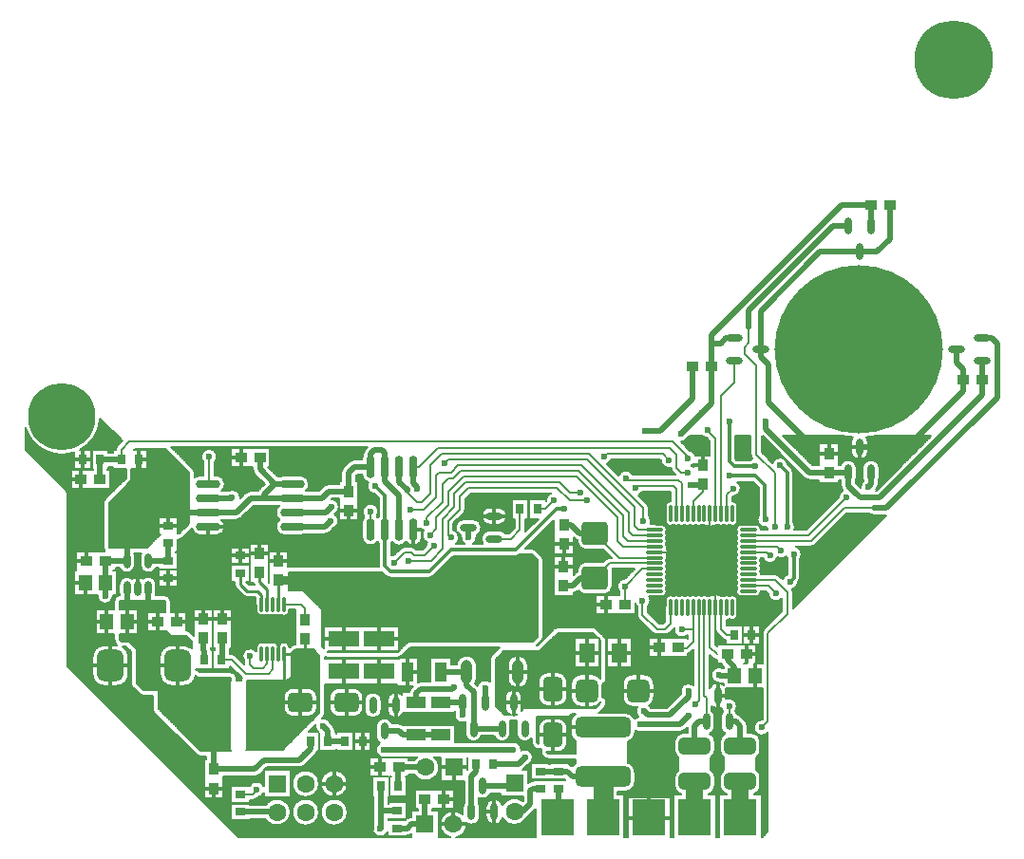
<source format=gtl>
G04 Layer_Physical_Order=1*
G04 Layer_Color=255*
%FSLAX24Y24*%
%MOIN*%
G70*
G01*
G75*
%ADD10C,0.0079*%
%ADD11R,0.0394X0.0354*%
%ADD12R,0.0453X0.0571*%
%ADD13R,0.0354X0.0276*%
%ADD14R,0.0354X0.0394*%
G04:AMPARAMS|DCode=15|XSize=90.6mil|YSize=82.7mil|CornerRadius=12.4mil|HoleSize=0mil|Usage=FLASHONLY|Rotation=0.000|XOffset=0mil|YOffset=0mil|HoleType=Round|Shape=RoundedRectangle|*
%AMROUNDEDRECTD15*
21,1,0.0906,0.0579,0,0,0.0*
21,1,0.0657,0.0827,0,0,0.0*
1,1,0.0248,0.0329,-0.0289*
1,1,0.0248,-0.0329,-0.0289*
1,1,0.0248,-0.0329,0.0289*
1,1,0.0248,0.0329,0.0289*
%
%ADD15ROUNDEDRECTD15*%
G04:AMPARAMS|DCode=16|XSize=86.6mil|YSize=68.9mil|CornerRadius=17.2mil|HoleSize=0mil|Usage=FLASHONLY|Rotation=90.000|XOffset=0mil|YOffset=0mil|HoleType=Round|Shape=RoundedRectangle|*
%AMROUNDEDRECTD16*
21,1,0.0866,0.0344,0,0,90.0*
21,1,0.0522,0.0689,0,0,90.0*
1,1,0.0344,0.0172,0.0261*
1,1,0.0344,0.0172,-0.0261*
1,1,0.0344,-0.0172,-0.0261*
1,1,0.0344,-0.0172,0.0261*
%
%ADD16ROUNDEDRECTD16*%
G04:AMPARAMS|DCode=17|XSize=194.9mil|YSize=70.9mil|CornerRadius=17.7mil|HoleSize=0mil|Usage=FLASHONLY|Rotation=180.000|XOffset=0mil|YOffset=0mil|HoleType=Round|Shape=RoundedRectangle|*
%AMROUNDEDRECTD17*
21,1,0.1949,0.0354,0,0,180.0*
21,1,0.1594,0.0709,0,0,180.0*
1,1,0.0354,-0.0797,0.0177*
1,1,0.0354,0.0797,0.0177*
1,1,0.0354,0.0797,-0.0177*
1,1,0.0354,-0.0797,-0.0177*
%
%ADD17ROUNDEDRECTD17*%
G04:AMPARAMS|DCode=18|XSize=279.5mil|YSize=218.5mil|CornerRadius=10.9mil|HoleSize=0mil|Usage=FLASHONLY|Rotation=90.000|XOffset=0mil|YOffset=0mil|HoleType=Round|Shape=RoundedRectangle|*
%AMROUNDEDRECTD18*
21,1,0.2795,0.1967,0,0,90.0*
21,1,0.2577,0.2185,0,0,90.0*
1,1,0.0219,0.0983,0.1288*
1,1,0.0219,0.0983,-0.1288*
1,1,0.0219,-0.0983,-0.1288*
1,1,0.0219,-0.0983,0.1288*
%
%ADD18ROUNDEDRECTD18*%
%ADD19O,0.0394X0.0846*%
%ADD20R,0.0551X0.0709*%
%ADD21R,0.0689X0.0413*%
%ADD22O,0.0281X0.0591*%
G04:AMPARAMS|DCode=23|XSize=82.7mil|YSize=78.7mil|CornerRadius=19.7mil|HoleSize=0mil|Usage=FLASHONLY|Rotation=270.000|XOffset=0mil|YOffset=0mil|HoleType=Round|Shape=RoundedRectangle|*
%AMROUNDEDRECTD23*
21,1,0.0827,0.0394,0,0,270.0*
21,1,0.0433,0.0787,0,0,270.0*
1,1,0.0394,-0.0197,-0.0217*
1,1,0.0394,-0.0197,0.0217*
1,1,0.0394,0.0197,0.0217*
1,1,0.0394,0.0197,-0.0217*
%
%ADD23ROUNDEDRECTD23*%
%ADD24R,0.0413X0.0689*%
%ADD25R,0.0787X0.0787*%
%ADD26R,0.0728X0.0610*%
%ADD27O,0.0118X0.0571*%
G04:AMPARAMS|DCode=28|XSize=94.5mil|YSize=110.2mil|CornerRadius=23.6mil|HoleSize=0mil|Usage=FLASHONLY|Rotation=180.000|XOffset=0mil|YOffset=0mil|HoleType=Round|Shape=RoundedRectangle|*
%AMROUNDEDRECTD28*
21,1,0.0945,0.0630,0,0,180.0*
21,1,0.0472,0.1102,0,0,180.0*
1,1,0.0472,-0.0236,0.0315*
1,1,0.0472,0.0236,0.0315*
1,1,0.0472,0.0236,-0.0315*
1,1,0.0472,-0.0236,-0.0315*
%
%ADD28ROUNDEDRECTD28*%
G04:AMPARAMS|DCode=29|XSize=86.6mil|YSize=68.9mil|CornerRadius=17.2mil|HoleSize=0mil|Usage=FLASHONLY|Rotation=180.000|XOffset=0mil|YOffset=0mil|HoleType=Round|Shape=RoundedRectangle|*
%AMROUNDEDRECTD29*
21,1,0.0866,0.0344,0,0,180.0*
21,1,0.0522,0.0689,0,0,180.0*
1,1,0.0344,-0.0261,0.0172*
1,1,0.0344,0.0261,0.0172*
1,1,0.0344,0.0261,-0.0172*
1,1,0.0344,-0.0261,-0.0172*
%
%ADD29ROUNDEDRECTD29*%
%ADD30R,0.0276X0.0354*%
%ADD31R,0.1063X0.0571*%
%ADD32O,0.0236X0.0532*%
%ADD33O,0.0118X0.0630*%
%ADD34O,0.0630X0.0118*%
%ADD35O,0.0591X0.0281*%
%ADD36O,0.0850X0.0295*%
%ADD37O,0.0295X0.0800*%
G04:AMPARAMS|DCode=38|XSize=110.2mil|YSize=59.1mil|CornerRadius=14.8mil|HoleSize=0mil|Usage=FLASHONLY|Rotation=0.000|XOffset=0mil|YOffset=0mil|HoleType=Round|Shape=RoundedRectangle|*
%AMROUNDEDRECTD38*
21,1,0.1102,0.0295,0,0,0.0*
21,1,0.0807,0.0591,0,0,0.0*
1,1,0.0295,0.0404,-0.0148*
1,1,0.0295,-0.0404,-0.0148*
1,1,0.0295,-0.0404,0.0148*
1,1,0.0295,0.0404,0.0148*
%
%ADD38ROUNDEDRECTD38*%
%ADD39C,0.0118*%
%ADD40C,0.0197*%
%ADD41C,0.0098*%
%ADD42C,0.0315*%
%ADD43C,0.0591*%
%ADD44C,0.0709*%
%ADD45R,0.1181X0.1289*%
%ADD46C,0.0630*%
%ADD47R,0.0630X0.0630*%
%ADD48R,0.0630X0.0630*%
%ADD49R,0.1181X0.1181*%
%ADD50C,0.2362*%
%ADD51C,0.5906*%
%ADD52C,0.2756*%
%ADD53C,0.0236*%
%ADD54C,0.0394*%
G36*
X20515Y16218D02*
X20630Y16183D01*
X20737Y16127D01*
X20830Y16050D01*
X20860Y16020D01*
X20972Y15892D01*
X21065Y15749D01*
X21138Y15596D01*
X21139Y15592D01*
X21184Y15452D01*
X21211Y15308D01*
X21220Y15161D01*
X21220Y15029D01*
X21211Y14874D01*
X21182Y14721D01*
X21134Y14573D01*
X21134Y14572D01*
X21064Y14424D01*
X20974Y14288D01*
X20867Y14164D01*
X20824Y14121D01*
X20734Y14047D01*
X20631Y13992D01*
X20519Y13958D01*
X20403Y13947D01*
X20335D01*
X20268Y13957D01*
X20207Y13988D01*
X20159Y14036D01*
X20129Y14096D01*
X20118Y14163D01*
Y16014D01*
X20129Y16081D01*
X20159Y16141D01*
X20207Y16189D01*
X20268Y16220D01*
X20335Y16230D01*
X20395D01*
X20515Y16218D01*
D02*
G37*
G36*
X19299Y16220D02*
X19360Y16189D01*
X19407Y16141D01*
X19438Y16081D01*
X19449Y16014D01*
Y14163D01*
X19438Y14096D01*
X19407Y14036D01*
X19360Y13988D01*
X19299Y13957D01*
X19232Y13947D01*
X19172D01*
X19052Y13959D01*
X18937Y13994D01*
X18830Y14051D01*
X18737Y14127D01*
X18707Y14157D01*
X18595Y14285D01*
X18502Y14428D01*
X18429Y14581D01*
X18428Y14585D01*
X18383Y14725D01*
X18356Y14870D01*
X18346Y15017D01*
X18346Y15148D01*
X18356Y15303D01*
X18385Y15456D01*
X18433Y15604D01*
X18433Y15605D01*
X18503Y15753D01*
X18593Y15890D01*
X18700Y16013D01*
X18743Y16056D01*
X18833Y16130D01*
X18936Y16185D01*
X19048Y16219D01*
X19164Y16230D01*
X19232D01*
X19299Y16220D01*
D02*
G37*
D10*
X41828Y24843D02*
G03*
X42178Y24892I-253J3100D01*
G01*
X41828Y24843D02*
G03*
X42178Y24892I-253J3100D01*
G01*
X41293Y24353D02*
G03*
X41889Y24353I298J0D01*
G01*
X40972Y24892D02*
G03*
X41352Y24841I603J3051D01*
G01*
X41889Y24662D02*
G03*
X41828Y24843I-298J0D01*
G01*
X41352Y24841D02*
G03*
X41293Y24662I239J-178D01*
G01*
X40972Y24892D02*
G03*
X41352Y24841I603J3051D01*
G01*
X42289Y23752D02*
G03*
X41693Y23752I-298J0D01*
G01*
Y23443D02*
G03*
X41726Y23306I298J0D01*
G01*
X42247Y23290D02*
G03*
X42289Y23443I-256J152D01*
G01*
X41726Y23306D02*
G03*
X41637Y23056I183J-206D01*
G01*
X41447Y23290D02*
G03*
X41489Y23443I-256J152D01*
G01*
Y23752D02*
G03*
X40909Y23848I-298J0D01*
G01*
X40913Y23337D02*
G03*
X40935Y23290I278J106D01*
G01*
X37766Y24242D02*
G03*
X37823Y24103I197J0D01*
G01*
X37766Y24242D02*
G03*
X37823Y24103I197J0D01*
G01*
X39661Y23412D02*
G03*
X39842Y23337I181J181D01*
G01*
X39661Y23412D02*
G03*
X39842Y23337I181J181D01*
G01*
X39262Y23602D02*
G03*
X39198Y23756I-217J0D01*
G01*
X37841Y24085D02*
G03*
X37772Y24045I102J-256D01*
G01*
X39073Y23881D02*
G03*
X38540Y23943I-274J-33D01*
G01*
X39262Y23602D02*
G03*
X39198Y23755I-217J0D01*
G01*
X37421Y23041D02*
G03*
X37303Y23268I-276J0D01*
G01*
X42172Y23001D02*
G03*
X42247Y23182I-181J181D01*
G01*
X42172Y23001D02*
G03*
X42247Y23182I-181J181D01*
G01*
X41923Y22165D02*
G03*
X42087Y22106I164J197D01*
G01*
X40935Y23140D02*
G03*
X41001Y22969I256J0D01*
G01*
X40935Y23140D02*
G03*
X41001Y22969I256J0D01*
G01*
Y22969D02*
G03*
X40856Y22729I131J-242D01*
G01*
X39321Y21693D02*
G03*
X39262Y21863I-276J0D01*
G01*
X39303Y21594D02*
G03*
X39321Y21693I-257J98D01*
G01*
X39885Y21004D02*
G03*
X40024Y21062I0J197D01*
G01*
X39885Y21004D02*
G03*
X40024Y21062I0J197D01*
G01*
X39557Y20738D02*
G03*
X39355Y21004I-276J0D01*
G01*
X39498Y20568D02*
G03*
X39557Y20738I-217J170D01*
G01*
X39439Y19763D02*
G03*
X39498Y19911I-157J149D01*
G01*
X39439Y19763D02*
G03*
X39498Y19911I-157J149D01*
G01*
X39226Y19505D02*
G03*
X39439Y19763I-63J268D01*
G01*
X38051Y22106D02*
G03*
X38337Y21680I226J-157D01*
G01*
X38130Y21594D02*
G03*
X37953Y21772I-177J0D01*
G01*
X38337Y21680D02*
G03*
X38355Y21594I275J13D01*
G01*
X38710Y20623D02*
G03*
X39018Y20657I129J244D01*
G01*
X39018D02*
G03*
X39065Y20568I263J81D01*
G01*
X38100Y20512D02*
G03*
X38130Y20610I-147J98D01*
G01*
X37148Y22766D02*
G03*
X37421Y23041I-3J276D01*
G01*
X37303Y22421D02*
G03*
X37126Y22598I-177J0D01*
G01*
X37028Y21762D02*
G03*
X37303Y21909I98J147D01*
G01*
X37441Y21772D02*
G03*
X37294Y21496I0J-177D01*
G01*
D02*
G03*
X37294Y21299I147J-98D01*
G01*
Y21102D02*
G03*
X37294Y20906I147J-98D01*
G01*
Y21299D02*
G03*
X37294Y21102I147J-98D01*
G01*
Y20906D02*
G03*
X37294Y20709I147J-98D01*
G01*
Y20709D02*
G03*
X37294Y20512I147J-98D01*
G01*
X39065Y20031D02*
G03*
X38897Y19846I98J-257D01*
G01*
X38781Y19962D02*
G03*
X38642Y20020I-139J-139D01*
G01*
X38184Y20610D02*
G03*
X38710Y20623I261J89D01*
G01*
X39251Y19411D02*
G03*
X39226Y19505I-197J0D01*
G01*
X38781Y19962D02*
G03*
X38642Y20020I-139J-139D01*
G01*
X39251Y19411D02*
G03*
X39226Y19505I-197J0D01*
G01*
X38376Y19357D02*
G03*
X38857Y19176I276J3D01*
G01*
X38130Y20413D02*
G03*
X38100Y20512I-177J0D01*
G01*
X38130Y20217D02*
G03*
X38100Y20315I-177J0D01*
G01*
Y20315D02*
G03*
X38130Y20413I-147J98D01*
G01*
X38100Y20118D02*
G03*
X38130Y20217I-147J98D01*
G01*
Y20020D02*
G03*
X38100Y20118I-177J0D01*
G01*
X37294Y20512D02*
G03*
X37294Y20315I147J-98D01*
G01*
Y20118D02*
G03*
X37294Y19921I147J-98D01*
G01*
Y20315D02*
G03*
X37294Y20118I147J-98D01*
G01*
Y19921D02*
G03*
X37294Y19724I147J-98D01*
G01*
Y19724D02*
G03*
X37294Y19528I147J-98D01*
G01*
X37953Y19252D02*
G03*
X38130Y19429I0J177D01*
G01*
X37294Y19528D02*
G03*
X37441Y19252I147J-98D01*
G01*
X37303Y19114D02*
G03*
X37028Y19261I-177J0D01*
G01*
X36068Y24892D02*
G03*
X36216Y24825I182J207D01*
G01*
X35328Y24685D02*
G03*
X35578Y24852I-3J276D01*
G01*
X35828Y24203D02*
G03*
X35642Y24371I-257J-98D01*
G01*
X35758Y23795D02*
G03*
X35680Y23851I-197J-193D01*
G01*
D02*
G03*
X35758Y23902I-109J253D01*
G01*
X34970Y23770D02*
G03*
X35028Y23630I197J0D01*
G01*
X34970Y23770D02*
G03*
X35028Y23630I197J0D01*
G01*
X34616Y24042D02*
G03*
X34970Y23781I276J3D01*
G01*
X33835Y22802D02*
G03*
X33989Y22943I-94J259D01*
G01*
X36831Y21762D02*
G03*
X37028Y21762I98J147D01*
G01*
X35846D02*
G03*
X36043Y21762I98J147D01*
G01*
X36634D02*
G03*
X36831Y21762I98J147D01*
G01*
X36476Y21742D02*
G03*
X36634Y21762I59J167D01*
G01*
X35650D02*
G03*
X35846Y21762I98J147D01*
G01*
X36043D02*
G03*
X36201Y21742I98J147D01*
G01*
X35256Y21762D02*
G03*
X35453Y21762I98J147D01*
G01*
X35059D02*
G03*
X35256Y21762I98J147D01*
G01*
X35453D02*
G03*
X35650Y21762I98J147D01*
G01*
X34961Y22598D02*
G03*
X34783Y22421I0J-177D01*
G01*
Y21909D02*
G03*
X35059Y21762I177J0D01*
G01*
X36201Y21742D02*
G03*
X36476Y21742I138J167D01*
G01*
X34193Y22362D02*
G03*
X34135Y22501I-197J0D01*
G01*
X34193Y22362D02*
G03*
X34135Y22501I-197J0D01*
G01*
X34249Y21791D02*
G03*
X34272Y21900I-253J108D01*
G01*
X34823Y21594D02*
G03*
X34646Y21772I-177J0D01*
G01*
X34476D02*
G03*
X34390Y21791I-86J-177D01*
G01*
X34272Y21900D02*
G03*
X34193Y22092I-276J0D01*
G01*
X32729Y23907D02*
G03*
X32881Y24055I-102J256D01*
G01*
X33634Y23533D02*
G03*
X33139Y23497I-239J-138D01*
G01*
X30764Y22874D02*
G03*
X30591Y22621I102J-256D01*
G01*
X27698Y22171D02*
G03*
X27756Y22310I-139J139D01*
G01*
X29227Y22070D02*
G03*
X28929Y22368I-298J0D01*
G01*
Y21772D02*
G03*
X29227Y22070I0J298D01*
G01*
X28620Y22368D02*
G03*
X28620Y21772I0J-298D01*
G01*
X27698Y22171D02*
G03*
X27756Y22310I-139J139D01*
G01*
X28317Y21670D02*
G03*
X28019Y21968I-298J0D01*
G01*
X27710D02*
G03*
X27604Y21391I0J-298D01*
G01*
X34823Y21398D02*
G03*
X34793Y21496I-177J0D01*
G01*
D02*
G03*
X34823Y21594I-147J98D01*
G01*
X34793Y21102D02*
G03*
X34823Y21201I-147J98D01*
G01*
D02*
G03*
X34793Y21299I-177J0D01*
G01*
X34823Y21004D02*
G03*
X34793Y21102I-177J0D01*
G01*
X34813Y20669D02*
G03*
X34862Y20807I-167J138D01*
G01*
D02*
G03*
X34813Y20945I-217J0D01*
G01*
D02*
G03*
X34823Y21004I-167J59D01*
G01*
Y20610D02*
G03*
X34813Y20669I-177J0D01*
G01*
X34793Y21299D02*
G03*
X34823Y21398I-147J98D01*
G01*
X34793Y20512D02*
G03*
X34823Y20610I-147J98D01*
G01*
X34793Y20315D02*
G03*
X34823Y20413I-147J98D01*
G01*
D02*
G03*
X34793Y20512I-177J0D01*
G01*
X34823Y20217D02*
G03*
X34793Y20315I-177J0D01*
G01*
X34823Y20020D02*
G03*
X34793Y20118I-177J0D01*
G01*
D02*
G03*
X34823Y20217I-147J98D01*
G01*
X34793Y19921D02*
G03*
X34823Y20020I-147J98D01*
G01*
Y19626D02*
G03*
X34793Y19724I-177J0D01*
G01*
Y19724D02*
G03*
X34823Y19823I-147J98D01*
G01*
X34793Y19528D02*
G03*
X34823Y19626I-147J98D01*
G01*
Y19823D02*
G03*
X34793Y19921I-177J0D01*
G01*
X31693Y21177D02*
G03*
X31974Y20896I281J0D01*
G01*
X31581Y21286D02*
G03*
X31693Y21220I181J181D01*
G01*
X32913Y20181D02*
G03*
X32911Y20217I-281J0D01*
G01*
X32825Y20610D02*
G03*
X32686Y20553I0J-197D01*
G01*
X32825Y20610D02*
G03*
X32686Y20553I0J-197D01*
G01*
X31974Y20463D02*
G03*
X31693Y20181I0J-281D01*
G01*
Y20124D02*
G03*
X31620Y20073I108J-232D01*
G01*
X31693Y20124D02*
G03*
X31620Y20072I108J-232D01*
G01*
X34823Y19429D02*
G03*
X34793Y19528I-177J0D01*
G01*
X37028Y19261D02*
G03*
X36831Y19261I-98J-147D01*
G01*
X36831D02*
G03*
X36673Y19281I-98J-147D01*
G01*
D02*
G03*
X36398Y19281I-138J-167D01*
G01*
D02*
G03*
X36240Y19261I-59J-167D01*
G01*
X36240D02*
G03*
X36043Y19261I-98J-147D01*
G01*
X35846D02*
G03*
X35650Y19261I-98J-147D01*
G01*
D02*
G03*
X35453Y19261I-98J-147D01*
G01*
X36043D02*
G03*
X35846Y19261I-98J-147D01*
G01*
X35256D02*
G03*
X35059Y19261I-98J-147D01*
G01*
X35453D02*
G03*
X35256Y19261I-98J-147D01*
G01*
X34646Y19252D02*
G03*
X34823Y19429I0J177D01*
G01*
X35059Y19261D02*
G03*
X34783Y19114I-98J-147D01*
G01*
Y18944D02*
G03*
X34764Y18858I177J-86D01*
G01*
X33363Y19882D02*
G03*
X33169Y19413I3J-276D01*
G01*
X31731Y19460D02*
G03*
X31974Y19321I243J142D01*
G01*
X32632D02*
G03*
X32913Y19602I0J281D01*
G01*
X34252Y19104D02*
G03*
X34209Y19252I-276J0D01*
G01*
X34173Y18911D02*
G03*
X34252Y19104I-197J193D01*
G01*
X33720Y19002D02*
G03*
X33780Y18911I256J102D01*
G01*
X31581Y21286D02*
G03*
X31693Y21220I181J181D01*
G01*
X30238Y20868D02*
G03*
X30098Y20925I-139J-139D01*
G01*
X30238Y20868D02*
G03*
X30098Y20925I-139J-139D01*
G01*
X29864Y21529D02*
G03*
X29872Y21585I-189J56D01*
G01*
X29864Y21529D02*
G03*
X29872Y21585I-189J56D01*
G01*
X28620Y21568D02*
G03*
X28373Y21102I0J-298D01*
G01*
X29153Y21467D02*
G03*
X28929Y21568I-224J-197D01*
G01*
X28143Y21399D02*
G03*
X28317Y21670I-124J271D01*
G01*
X28150Y21339D02*
G03*
X28143Y21399I-276J0D01*
G01*
X28016Y21102D02*
G03*
X28150Y21339I-142J236D01*
G01*
X27604Y21391D02*
G03*
X27732Y21102I270J-53D01*
G01*
X27424D02*
G03*
X27530Y21319I-170J217D01*
G01*
X31544Y19370D02*
G03*
X31717Y19445I-9J256D01*
G01*
X31544Y19370D02*
G03*
X31716Y19445I-9J256D01*
G01*
X30492Y20531D02*
G03*
X30434Y20671I-197J0D01*
G01*
X30492Y20531D02*
G03*
X30434Y20671I-197J0D01*
G01*
X38237Y18105D02*
G03*
X38179Y17965I139J-139D01*
G01*
X38237Y18105D02*
G03*
X38179Y17965I139J-139D01*
G01*
X37028Y18455D02*
G03*
X37303Y18602I98J147D01*
G01*
X36929Y18425D02*
G03*
X37028Y18455I0J177D01*
G01*
X36790Y17764D02*
G03*
X36890Y17711I139J139D01*
G01*
X36790Y17764D02*
G03*
X36890Y17711I139J139D01*
G01*
X36722Y16900D02*
G03*
X36768Y16837I227J118D01*
G01*
X36722Y16900D02*
G03*
X36768Y16837I227J118D01*
G01*
X36821Y16133D02*
G03*
X36685Y16211I-210J-211D01*
G01*
X37226Y15218D02*
G03*
X37286Y15391I-215J172D01*
G01*
X36908Y15922D02*
G03*
X36891Y16024I-298J0D01*
G01*
X37286Y15391D02*
G03*
X36908Y15647I-276J0D01*
G01*
X36739Y15344D02*
G03*
X36796Y15218I272J47D01*
G01*
X36535Y18100D02*
G03*
X36593Y17961I197J0D01*
G01*
X36535Y18100D02*
G03*
X36593Y17961I197J0D01*
G01*
X35084Y18142D02*
G03*
X35547Y17894I271J-51D01*
G01*
X36455Y17075D02*
G03*
X36594Y17018I139J139D01*
G01*
X35571Y17250D02*
G03*
X35661Y17302I-49J191D01*
G01*
X35571Y17250D02*
G03*
X35661Y17302I-49J191D01*
G01*
X34774Y17913D02*
G03*
X34913Y17971I0J197D01*
G01*
X34774Y17913D02*
G03*
X34913Y17971I0J197D01*
G01*
X36805Y16722D02*
G03*
X36594Y16220I-142J-236D01*
G01*
X36407Y15395D02*
G03*
X36739Y15344I203J218D01*
G01*
X36594Y16220D02*
G03*
X36339Y16044I17J-297D01*
G01*
X35748Y16144D02*
G03*
X35322Y15831I-167J-219D01*
G01*
X38157Y14921D02*
G03*
X38376Y14475I3J-276D01*
G01*
X38110Y14154D02*
G03*
X37805Y14459I-305J0D01*
G01*
X37968Y13600D02*
G03*
X38110Y13858I-162J258D01*
G01*
Y12894D02*
G03*
X37968Y13152I-305J0D01*
G01*
X37657Y14705D02*
G03*
X37583Y14886I-256J0D01*
G01*
X37430Y15038D02*
G03*
X37292Y15110I-181J-181D01*
G01*
X37430Y15038D02*
G03*
X37292Y15110I-181J-181D01*
G01*
X37292D02*
G03*
X37226Y15218I-281J-97D01*
G01*
X36796D02*
G03*
X36713Y15012I215J-206D01*
G01*
X37657Y14705D02*
G03*
X37582Y14886I-256J0D01*
G01*
X36713Y14702D02*
G03*
X36880Y14435I298J0D01*
G01*
D02*
G03*
X36693Y14154I118J-281D01*
G01*
Y13858D02*
G03*
X36836Y13600I305J0D01*
G01*
Y13152D02*
G03*
X36693Y12894I162J-258D01*
G01*
X37882Y12303D02*
G03*
X38110Y12598I-77J295D01*
G01*
X36693D02*
G03*
X36921Y12303I305J0D01*
G01*
X36508Y15012D02*
G03*
X36407Y15236I-298J0D01*
G01*
X36335Y14432D02*
G03*
X36508Y14702I-125J270D01*
G01*
X36368Y13597D02*
G03*
X36516Y13858I-157J261D01*
G01*
Y14154D02*
G03*
X36335Y14432I-305J0D01*
G01*
X35285Y14498D02*
G03*
X35467Y14573I0J256D01*
G01*
X35285Y14498D02*
G03*
X35466Y14573I0J256D01*
G01*
X35404Y14459D02*
G03*
X35098Y14154I0J-305D01*
G01*
Y13858D02*
G03*
X35236Y13603I305J0D01*
G01*
X36516Y12894D02*
G03*
X36368Y13155I-305J0D01*
G01*
X35236Y13149D02*
G03*
X35098Y12894I167J-255D01*
G01*
X36288Y12303D02*
G03*
X36516Y12598I-77J295D01*
G01*
X35098D02*
G03*
X35327Y12303I305J0D01*
G01*
X33780Y18612D02*
G03*
X33837Y18473I197J0D01*
G01*
X33780Y18612D02*
G03*
X33837Y18473I197J0D01*
G01*
X34339Y17971D02*
G03*
X34478Y17913I139J139D01*
G01*
X34339Y17971D02*
G03*
X34478Y17913I139J139D01*
G01*
X32707Y17687D02*
G03*
X32649Y17826I-197J0D01*
G01*
X32707Y17687D02*
G03*
X32649Y17826I-197J0D01*
G01*
X34380Y16161D02*
G03*
X34026Y16516I-354J0D01*
G01*
X34201Y15421D02*
G03*
X34380Y15728I-175J308D01*
G01*
X34265Y15335D02*
G03*
X34201Y15421I-249J-118D01*
G01*
X33278Y15728D02*
G03*
X33632Y15374I354J0D01*
G01*
Y16516D02*
G03*
X33278Y16161I0J-354D01*
G01*
X33790Y15374D02*
G03*
X33821Y15021I226J-157D01*
G01*
X33688Y14944D02*
G03*
X33376Y15157I-312J-121D01*
G01*
X33821Y15021D02*
G03*
X33688Y14944I67J-267D01*
G01*
X33711Y14543D02*
G03*
X33990Y14498I177J211D01*
G01*
X33474Y14149D02*
G03*
X33711Y14468I-98J320D01*
G01*
X32569Y16169D02*
G03*
X32707Y16357I-59J188D01*
G01*
X32569Y16169D02*
G03*
X32707Y16357I-59J188D01*
G01*
Y15532D02*
G03*
X32569Y15720I-197J0D01*
G01*
X32649Y15373D02*
G03*
X32707Y15512I-139J139D01*
G01*
X32364Y18112D02*
G03*
X32224Y18169I-139J-139D01*
G01*
X32364Y18112D02*
G03*
X32224Y18169I-139J-139D01*
G01*
X31014D02*
G03*
X30875Y18112I0J-197D01*
G01*
X31014Y18169D02*
G03*
X30875Y18112I0J-197D01*
G01*
X30434Y17695D02*
G03*
X30492Y17835I-139J139D01*
G01*
X30434Y17695D02*
G03*
X30492Y17835I-139J139D01*
G01*
X29445Y14898D02*
G03*
X29523Y14882I77J181D01*
G01*
X29445Y14898D02*
G03*
X29523Y14882I77J181D01*
G01*
X29571Y14882D02*
G03*
X29547Y14766I274J-116D01*
G01*
X29368Y14882D02*
G03*
X29445Y14898I0J197D01*
G01*
X28680Y17186D02*
G03*
X28622Y17047I139J-139D01*
G01*
X28680Y17186D02*
G03*
X28622Y17047I139J-139D01*
G01*
Y16254D02*
G03*
X28178Y16111I-177J-211D01*
G01*
X29368Y14882D02*
G03*
X29445Y14898I0J197D01*
G01*
X29547Y14456D02*
G03*
X30079Y14271I298J0D01*
G01*
X29343Y14766D02*
G03*
X29320Y14882I-298J0D01*
G01*
X28765Y14355D02*
G03*
X29343Y14456I280J101D01*
G01*
X28157Y16831D02*
G03*
X27450Y16860I-354J0D01*
G01*
X28102Y16187D02*
G03*
X28157Y16378I-299J191D01*
G01*
X27755Y14835D02*
G03*
X27747Y14766I290J-69D01*
G01*
Y14456D02*
G03*
X28325Y14355I298J0D01*
G01*
X30520Y13601D02*
G03*
X30659Y13543I139J139D01*
G01*
X30520Y13601D02*
G03*
X30659Y13543I139J139D01*
G01*
X33711Y13091D02*
G03*
X33474Y13410I-335J0D01*
G01*
X31629Y13388D02*
G03*
X31508Y13283I153J-298D01*
G01*
X31500Y13291D02*
G03*
X31378Y13359I-181J-181D01*
G01*
X31500Y13291D02*
G03*
X31378Y13359I-181J-181D01*
G01*
X30189Y13932D02*
G03*
X30414Y13894I139J139D01*
G01*
X30189Y13932D02*
G03*
X30414Y13894I139J139D01*
G01*
X30429Y13878D02*
G03*
X30468Y13654I177J-85D01*
G01*
X30429Y13878D02*
G03*
X30468Y13654I177J-85D01*
G01*
X30079Y14124D02*
G03*
X30136Y13985I197J0D01*
G01*
X30079Y14124D02*
G03*
X30136Y13985I197J0D01*
G01*
X29961Y13349D02*
G03*
X30128Y13602I-109J253D01*
G01*
X33376Y12402D02*
G03*
X33711Y12736I0J335D01*
G01*
X30118Y12756D02*
G03*
X30069Y12751I0J-256D01*
G01*
X30118Y12756D02*
G03*
X30069Y12751I0J-256D01*
G01*
D02*
G03*
X29951Y12694I49J-251D01*
G01*
X30069Y12751D02*
G03*
X29951Y12694I49J-251D01*
G01*
X29896Y11475D02*
G03*
X29949Y11516I-128J222D01*
G01*
X29896Y11475D02*
G03*
X29949Y11516I-128J222D01*
G01*
X30128Y13602D02*
G03*
X29713Y13840I-276J0D01*
G01*
X29777Y13169D02*
G03*
X29807Y13195I-151J207D01*
G01*
X29777Y13169D02*
G03*
X29807Y13195I-151J207D01*
G01*
X29715Y13868D02*
G03*
X29337Y14124I-276J0D01*
G01*
X28228Y12182D02*
G03*
X28653Y12342I144J261D01*
G01*
X29064Y11471D02*
G03*
X29896Y11475I415J226D01*
G01*
X29774Y12065D02*
G03*
X29061Y11918I-296J-368D01*
G01*
D02*
G03*
X28475Y11843I-288J-75D01*
G01*
Y11533D02*
G03*
X29064Y11471I298J0D01*
G01*
X28270Y11843D02*
G03*
X28228Y11995I-298J0D01*
G01*
X27717D02*
G03*
X27675Y11843I256J-152D01*
G01*
X27810Y11284D02*
G03*
X28270Y11533I163J250D01*
G01*
X27811Y11250D02*
G03*
X27810Y11284I-472J0D01*
G01*
X27435Y10787D02*
G03*
X27811Y11250I-96J463D01*
G01*
X24248Y24433D02*
G03*
X24173Y24252I181J-181D01*
G01*
X24248Y24433D02*
G03*
X24173Y24252I181J-181D01*
G01*
Y24213D02*
G03*
X24124Y24050I256J-166D01*
G01*
Y23539D02*
G03*
X24352Y23247I305J4D01*
G01*
X23844Y24050D02*
G03*
X23663Y23975I0J-256D01*
G01*
X23844Y24050D02*
G03*
X23663Y23975I0J-256D01*
G01*
X24352Y23247D02*
G03*
X24564Y22846I245J-127D01*
G01*
X23481Y23793D02*
G03*
X23406Y23612I181J-181D01*
G01*
X23480Y23793D02*
G03*
X23406Y23612I181J-181D01*
G01*
X22963Y23199D02*
G03*
X22782Y23124I0J-256D01*
G01*
X22963Y23199D02*
G03*
X22781Y23124I0J-256D01*
G01*
X24705Y22234D02*
G03*
X24213Y22063I-276J0D01*
G01*
X24713Y22062D02*
G03*
X24679Y22022I217J-215D01*
G01*
X24645Y22063D02*
G03*
X24705Y22234I-216J172D01*
G01*
X24679Y22022D02*
G03*
X24645Y22063I-250J-175D01*
G01*
X24213D02*
G03*
X24124Y21847I216J-216D01*
G01*
X23327Y22402D02*
G03*
X23059Y22677I-276J0D01*
G01*
X23160Y22148D02*
G03*
X23327Y22402I-109J253D01*
G01*
X23307Y21900D02*
G03*
X23157Y22145I-276J0D01*
G01*
X23140Y21646D02*
G03*
X23307Y21900I-109J253D01*
G01*
X21413Y23504D02*
G03*
X21247Y23455I0J-305D01*
G01*
X22273Y23199D02*
G03*
X21968Y23504I-305J0D01*
G01*
X20295Y23720D02*
G03*
X20370Y23540I256J0D01*
G01*
X20295Y23720D02*
G03*
X20370Y23539I256J0D01*
G01*
X22151Y22955D02*
G03*
X22273Y23199I-183J244D01*
G01*
X21230Y22443D02*
G03*
X21238Y21949I183J-244D01*
G01*
X20528Y23016D02*
G03*
X20483Y22955I181J-181D01*
G01*
X20528Y23016D02*
G03*
X20483Y22955I181J-181D01*
G01*
X21238Y21949D02*
G03*
X21413Y21394I175J-250D01*
G01*
X20219Y22955D02*
G03*
X20038Y22880I0J-256D01*
G01*
X20219Y22955D02*
G03*
X20037Y22880I0J-256D01*
G01*
X19852Y22717D02*
G03*
X19438Y22955I-276J0D01*
G01*
X19719Y21943D02*
G03*
X19900Y22018I0J256D01*
G01*
X19719Y21943D02*
G03*
X19899Y22018I0J256D01*
G01*
X27530Y21319D02*
G03*
X27343Y21580I-276J0D01*
G01*
X26234Y21616D02*
G03*
X26299Y21577I173J214D01*
G01*
Y21577D02*
G03*
X26414Y21151I217J-170D01*
G01*
Y21151D02*
G03*
X26388Y21036I249J-118D01*
G01*
X25679Y21167D02*
G03*
X26234Y21342I250J175D01*
G01*
X25179Y21167D02*
G03*
X25679Y21167I250J175D01*
G01*
X26011Y20927D02*
G03*
X25872Y20984I-139J-139D01*
G01*
X26011Y20927D02*
G03*
X25872Y20984I-139J-139D01*
G01*
X25620D02*
G03*
X25481Y20927I0J-197D01*
G01*
X25620Y20984D02*
G03*
X25481Y20927I0J-197D01*
G01*
X22831Y21443D02*
G03*
X23012Y21518I0J256D01*
G01*
X25146Y21127D02*
G03*
X25179Y21167I-217J215D01*
G01*
X24679D02*
G03*
X24713Y21127I250J175D01*
G01*
X24124Y21342D02*
G03*
X24679Y21167I305J0D01*
G01*
X22831Y21443D02*
G03*
X23012Y21518I0J256D01*
G01*
X21968Y21394D02*
G03*
X22134Y21443I0J305D01*
G01*
X25273Y20718D02*
G03*
X25146Y20686I3J-276D01*
G01*
X21299Y18603D02*
G03*
X21575Y18750I98J147D01*
G01*
X21801Y17579D02*
G03*
X21662Y17521I0J-197D01*
G01*
X21801Y17579D02*
G03*
X21662Y17521I0J-197D01*
G01*
X21575Y17470D02*
G03*
X21220Y17470I-177J0D01*
G01*
Y17351D02*
G03*
X21196Y17288I177J-106D01*
G01*
X21220Y17351D02*
G03*
X21196Y17288I177J-106D01*
G01*
X20331Y19724D02*
G03*
X20369Y19646I201J49D01*
G01*
X20331Y19724D02*
G03*
X20369Y19646I201J49D01*
G01*
X19952Y19293D02*
G03*
X20098Y19232I146J146D01*
G01*
X19952Y19293D02*
G03*
X20098Y19232I146J146D01*
G01*
X19656Y19675D02*
G03*
X19716Y19529I207J0D01*
G01*
X19656Y19675D02*
G03*
X19716Y19529I207J0D01*
G01*
X21102Y18603D02*
G03*
X21299Y18603I98J147D01*
G01*
X20906D02*
G03*
X21102Y18603I98J147D01*
G01*
X20709D02*
G03*
X20906Y18603I98J147D01*
G01*
X20433Y18750D02*
G03*
X20709Y18603I177J0D01*
G01*
X21181Y17470D02*
G03*
X20906Y17618I-177J0D01*
G01*
D02*
G03*
X20709Y17618I-98J-147D01*
G01*
X21196Y17288D02*
G03*
X21181Y17330I-192J-44D01*
G01*
X20709Y17618D02*
G03*
X20433Y17470I-98J-147D01*
G01*
X20404Y18976D02*
G03*
X20433Y18870I207J0D01*
G01*
X19045Y24154D02*
G03*
X18573Y23961I-276J0D01*
G01*
X18967D02*
G03*
X19045Y24154I-197J193D01*
G01*
X18268Y23583D02*
G03*
X18210Y23722I-197J0D01*
G01*
X18268Y23583D02*
G03*
X18210Y23722I-197J0D01*
G01*
X15678Y24753D02*
G03*
X15715Y24723I139J139D01*
G01*
X15678Y24753D02*
G03*
X15715Y24723I139J139D01*
G01*
X15540Y24549D02*
G03*
X15482Y24409I139J-139D01*
G01*
X15540Y24549D02*
G03*
X15482Y24409I139J-139D01*
G01*
X19201Y22955D02*
G03*
X19323Y23199I-183J244D01*
G01*
D02*
G03*
X19018Y23504I-305J0D01*
G01*
X18463D02*
G03*
X18268Y23433I0J-305D01*
G01*
X19323Y21699D02*
G03*
X19201Y21943I-305J0D01*
G01*
X19018Y21394D02*
G03*
X19323Y21699I0J305D01*
G01*
X18164Y21636D02*
G03*
X18463Y21394I299J63D01*
G01*
X14222Y24390D02*
G03*
X14938Y25492I-620J1186D01*
G01*
X12323Y25183D02*
G03*
X14035Y24310I1280J393D01*
G01*
X15117Y22679D02*
G03*
X15059Y22534I139J-139D01*
G01*
X13799Y22844D02*
G03*
X13742Y22984I-197J0D01*
G01*
X13799Y22844D02*
G03*
X13742Y22984I-197J0D01*
G01*
X17687Y21250D02*
G03*
X17836Y21308I10J197D01*
G01*
X16358Y20354D02*
G03*
X16887Y20246I276J0D01*
G01*
X16385Y20768D02*
G03*
X16358Y20650I249J-118D01*
G01*
X16161D02*
G03*
X16142Y20752I-276J0D01*
G01*
X16909Y19665D02*
G03*
X16447Y19868I-276J0D01*
G01*
D02*
G03*
X16073Y19868I-187J-202D01*
G01*
X18966Y17431D02*
G03*
X18957Y17362I246J-69D01*
G01*
X18966Y17431D02*
G03*
X18957Y17362I246J-69D01*
G01*
X19496Y17360D02*
G03*
X19498Y17392I-254J31D01*
G01*
X19496Y17360D02*
G03*
X19498Y17392I-254J31D01*
G01*
X18846Y17360D02*
G03*
X18828Y17431I-255J-26D01*
G01*
X18846Y17360D02*
G03*
X18828Y17431I-255J-26D01*
G01*
X16898Y19291D02*
G03*
X16909Y19370I-264J79D01*
G01*
X17411Y19094D02*
G03*
X17215Y19291I-197J0D01*
G01*
X17411Y19094D02*
G03*
X17215Y19291I-197J0D01*
G01*
X18102Y17994D02*
G03*
X17972Y18051I-139J-139D01*
G01*
X18102Y17994D02*
G03*
X17972Y18051I-139J-139D01*
G01*
X15632Y20246D02*
G03*
X16161Y20354I253J108D01*
G01*
X15059Y20965D02*
G03*
X15106Y20837I197J0D01*
G01*
X15059Y20965D02*
G03*
X15106Y20837I197J0D01*
G01*
X16073Y19868D02*
G03*
X15610Y19665I-187J-202D01*
G01*
Y19370D02*
G03*
X15622Y19291I276J0D01*
G01*
X15622D02*
G03*
X15443Y19094I18J-196D01*
G01*
X15622Y19291D02*
G03*
X15443Y19094I18J-196D01*
G01*
X14844Y19291D02*
G03*
X15394Y19262I274J-30D01*
G01*
X15443Y17717D02*
G03*
X15501Y17577I197J0D01*
G01*
X15443Y17717D02*
G03*
X15501Y17577I197J0D01*
G01*
X25384Y17106D02*
G03*
X25528Y17169I0J197D01*
G01*
X26181Y16250D02*
G03*
X26102Y16238I0J-256D01*
G01*
X26181Y16250D02*
G03*
X26102Y16238I0J-256D01*
G01*
X25863Y16037D02*
G03*
X25789Y15886I181J-181D01*
G01*
X27381Y15157D02*
G03*
X27755Y14835I267J-69D01*
G01*
X25862Y16037D02*
G03*
X25789Y15886I181J-181D01*
G01*
X25541Y15782D02*
G03*
X25017Y15588I-226J-194D01*
G01*
Y15278D02*
G03*
X25587Y15157I298J0D01*
G01*
X25557Y14744D02*
G03*
X25428Y14779I-129J-221D01*
G01*
X25557Y14744D02*
G03*
X25428Y14779I-129J-221D01*
G01*
X24173Y15704D02*
G03*
X23844Y16033I-330J0D01*
G01*
X23322D02*
G03*
X22992Y15704I0J-330D01*
G01*
X24813Y15588D02*
G03*
X24217Y15588I-298J0D01*
G01*
Y15278D02*
G03*
X24813Y15278I298J0D01*
G01*
X25195Y14779D02*
G03*
X24617Y14678I-280J-101D01*
G01*
X23844Y15030D02*
G03*
X24173Y15359I0J330D01*
G01*
X22992D02*
G03*
X23322Y15030I330J0D01*
G01*
X26061Y13612D02*
G03*
X25965Y13504I301J-364D01*
G01*
X26835Y13248D02*
G03*
X26663Y13612I-472J0D01*
G01*
X25965Y12992D02*
G03*
X26835Y13248I397J256D01*
G01*
X27675Y11582D02*
G03*
X27243Y10787I-336J-332D01*
G01*
X25719Y10856D02*
G03*
X25866Y10903I0J256D01*
G01*
X25856Y11506D02*
G03*
X25699Y11452I0J-256D01*
G01*
X25719Y10856D02*
G03*
X25866Y10903I0J256D01*
G01*
X25856Y11506D02*
G03*
X25699Y11452I0J-256D01*
G01*
X24617Y14368D02*
G03*
X24763Y14112I298J0D01*
G01*
D02*
G03*
X24994Y13612I129J-244D01*
G01*
X23624Y12677D02*
G03*
X23624Y12677I-472J0D01*
G01*
X25699Y11452D02*
G03*
X25675Y11431I157J-202D01*
G01*
X25699Y11452D02*
G03*
X25675Y11431I157J-202D01*
G01*
X24538Y11225D02*
G03*
X25030Y10980I236J-142D01*
G01*
X23624Y11677D02*
G03*
X23624Y11677I-472J0D01*
G01*
X22835Y17127D02*
G03*
X22923Y17106I89J176D01*
G01*
X20433Y17313D02*
G03*
X20010Y16963I-226J-157D01*
G01*
X19911Y16392D02*
G03*
X19882Y16289I168J-103D01*
G01*
X19911Y16392D02*
G03*
X19882Y16289I168J-103D01*
G01*
X19695Y17165D02*
G03*
X19556Y17222I-139J-139D01*
G01*
X19695Y17165D02*
G03*
X19556Y17222I-139J-139D01*
G01*
X19724Y16388D02*
G03*
X19528Y16585I-197J0D01*
G01*
X19724Y16388D02*
G03*
X19528Y16585I-197J0D01*
G01*
X18434Y16609D02*
G03*
X18296Y16666I-139J-139D01*
G01*
X18434Y16609D02*
G03*
X18296Y16666I-139J-139D01*
G01*
X22777Y15028D02*
G03*
X22835Y15167I-139J139D01*
G01*
X22777Y15028D02*
G03*
X22835Y15167I-139J139D01*
G01*
X23019Y14813D02*
G03*
X22726Y14977I-253J-109D01*
G01*
X23189Y14537D02*
G03*
X23114Y14718I-256J0D01*
G01*
X23189Y14537D02*
G03*
X23114Y14719I-256J0D01*
G01*
X22583Y14498D02*
G03*
X22618Y14472I182J207D01*
G01*
X22493Y14744D02*
G03*
X22583Y14498I273J-39D01*
G01*
X22504Y13707D02*
G03*
X22572Y13829I-181J181D01*
G01*
X22504Y13707D02*
G03*
X22572Y13829I-181J181D01*
G01*
X22225Y13428D02*
G03*
X22369Y13572I-109J253D01*
G01*
X18335Y13680D02*
G03*
X18474Y13622I139J139D01*
G01*
X18335Y13680D02*
G03*
X18474Y13622I139J139D01*
G01*
X15936Y17136D02*
G03*
X15733Y17480I-394J0D01*
G01*
X15542Y16112D02*
G03*
X15936Y16506I0J394D01*
G01*
X16014Y16211D02*
G03*
X16071Y16071I197J0D01*
G01*
X16014Y16211D02*
G03*
X16071Y16071I197J0D01*
G01*
X16327Y15816D02*
G03*
X16467Y15758I139J139D01*
G01*
X16327Y15816D02*
G03*
X16467Y15758I139J139D01*
G01*
X15070Y17530D02*
G03*
X14676Y17136I0J-394D01*
G01*
Y16506D02*
G03*
X15070Y16112I394J0D01*
G01*
X16781Y15315D02*
G03*
X16839Y15176I197J0D01*
G01*
X16781Y15315D02*
G03*
X16839Y15176I197J0D01*
G01*
X21939Y13248D02*
G03*
X22120Y13323I0J256D01*
G01*
X21939Y13248D02*
G03*
X22120Y13323I0J256D01*
G01*
X22624Y12677D02*
G03*
X22624Y12677I-472J0D01*
G01*
Y11677D02*
G03*
X22624Y11677I-472J0D01*
G01*
X20364Y12923D02*
G03*
X20545Y12998I0J256D01*
G01*
X20364Y12923D02*
G03*
X20545Y12998I0J256D01*
G01*
X20679Y12595D02*
G03*
X20184Y12588I-246J-124D01*
G01*
X20468Y12197D02*
G03*
X20679Y12346I-34J273D01*
G01*
X21624Y11677D02*
G03*
X20758Y11939I-472J0D01*
G01*
X20285Y12096D02*
G03*
X20424Y12154I0J197D01*
G01*
X20285Y12096D02*
G03*
X20424Y12154I0J197D01*
G01*
X20751Y11427D02*
G03*
X21624Y11677I401J250D01*
G01*
X31624Y15118D02*
G03*
X31447Y14823I157J-295D01*
G01*
X31329Y14641D02*
G03*
X30999Y14970I-330J0D01*
G01*
X31447Y14468D02*
G03*
X31629Y14171I335J0D01*
G01*
X30999Y13789D02*
G03*
X31329Y14119I0J330D01*
G01*
X30655Y14970D02*
G03*
X30325Y14641I0J-330D01*
G01*
X30607Y13793D02*
G03*
X30655Y13789I48J326D01*
G01*
X30325Y14119D02*
G03*
X30328Y14071I330J0D01*
G01*
X32510Y16357D02*
G03*
X32215Y16516I-295J-196D01*
G01*
Y15374D02*
G03*
X32510Y15532I0J354D01*
G01*
X31821Y16516D02*
G03*
X31467Y16161I0J-354D01*
G01*
Y15728D02*
G03*
X31821Y15374I354J0D01*
G01*
X31329Y16255D02*
G03*
X30999Y16585I-330J0D01*
G01*
Y15404D02*
G03*
X31329Y15733I0J330D01*
G01*
X29953Y16831D02*
G03*
X29244Y16831I-354J0D01*
G01*
X30655Y16585D02*
G03*
X30325Y16255I0J-330D01*
G01*
X29244Y16378D02*
G03*
X29953Y16378I354J0D01*
G01*
X29743Y15676D02*
G03*
X29147Y15676I-298J0D01*
G01*
X30325Y15733D02*
G03*
X30655Y15404I330J0D01*
G01*
X29712Y15233D02*
G03*
X29743Y15366I-267J133D01*
G01*
X29523Y15079D02*
G03*
X29578Y15100I-77J288D01*
G01*
X29147Y15366D02*
G03*
X29368Y15079I298J0D01*
G01*
X17430Y17530D02*
G03*
X17036Y17136I0J-394D01*
G01*
Y16506D02*
G03*
X17319Y16128I394J0D01*
G01*
X17902Y16112D02*
G03*
X18294Y16469I0J394D01*
G01*
X18159Y17434D02*
G03*
X17902Y17530I-257J-298D01*
G01*
X17430D02*
G03*
X17036Y17136I0J-394D01*
G01*
Y16506D02*
G03*
X17430Y16112I394J0D01*
G01*
X22559Y15704D02*
G03*
X22229Y16033I-330J0D01*
G01*
Y15030D02*
G03*
X22559Y15359I0J330D01*
G01*
X21708Y16033D02*
G03*
X21378Y15704I0J-330D01*
G01*
Y15359D02*
G03*
X21708Y15030I330J0D01*
G01*
X29528Y20669D02*
G03*
X29676Y20728I0J217D01*
G01*
X29528Y20669D02*
G03*
X29676Y20728I0J217D01*
G01*
X26486Y19911D02*
G03*
X26640Y19975I0J217D01*
G01*
X26486Y19911D02*
G03*
X26639Y19975I0J217D01*
G01*
X24965D02*
G03*
X25118Y19911I153J153D01*
G01*
X24965Y19975D02*
G03*
X25118Y19911I153J153D01*
G01*
X43996Y24781D02*
Y24892D01*
X43937Y24722D02*
Y24892D01*
X44055Y24840D02*
Y24892D01*
X43819Y24604D02*
Y24892D01*
X43760Y24545D02*
Y24892D01*
X43878Y24663D02*
Y24892D01*
X43642Y24427D02*
Y24892D01*
X43583Y24368D02*
Y24892D01*
X43701Y24486D02*
Y24892D01*
X43464Y24250D02*
Y24892D01*
X43524Y24309D02*
Y24892D01*
X43405Y24191D02*
Y24892D01*
X43346Y24132D02*
Y24892D01*
X42178D02*
X44107D01*
X43287Y24072D02*
Y24892D01*
X43169Y23954D02*
Y24892D01*
X42224Y23937D02*
Y24892D01*
X43228Y24013D02*
Y24892D01*
X42165Y23994D02*
Y24889D01*
X42106Y24027D02*
Y24878D01*
X42002Y24862D02*
X44077D01*
X41889Y24626D02*
X43841D01*
X41889Y24567D02*
X43782D01*
X41889Y24508D02*
X43723D01*
X41889Y24353D02*
Y24662D01*
Y24449D02*
X43664D01*
X42084Y24035D02*
X43250D01*
X42047Y24045D02*
Y24869D01*
X42187Y23976D02*
X43191D01*
X41988Y24050D02*
Y24860D01*
X41929Y24044D02*
Y24853D01*
X41877Y24744D02*
X43959D01*
X41853Y24803D02*
X44018D01*
X41888Y24685D02*
X43900D01*
X41889Y24390D02*
X43605D01*
X41888Y24331D02*
X43546D01*
X41878Y24272D02*
X43486D01*
X41854Y24213D02*
X43427D01*
X41812Y24153D02*
X43368D01*
X41739Y24094D02*
X43309D01*
X41284Y24035D02*
X41898D01*
X41870Y24767D02*
Y24847D01*
X41220Y24049D02*
Y24853D01*
X41293Y24353D02*
Y24662D01*
X41161Y24049D02*
Y24860D01*
X41102Y24037D02*
Y24869D01*
X41279Y24037D02*
Y24847D01*
X40984Y23967D02*
Y24889D01*
X41043Y24011D02*
Y24878D01*
X40807Y24616D02*
Y24892D01*
X40748Y24616D02*
Y24892D01*
X40630Y24616D02*
Y24892D01*
X40394Y24616D02*
Y24892D01*
X40689Y24616D02*
Y24892D01*
X40571Y24616D02*
Y24892D01*
X40512Y24616D02*
Y24892D01*
X40846Y23947D02*
Y24616D01*
X40335D02*
Y24892D01*
X40453Y24616D02*
Y24892D01*
X40846Y24449D02*
X41293D01*
X40846Y24508D02*
X41293D01*
X40846Y24390D02*
X41293D01*
X41870Y24025D02*
Y24248D01*
X41811Y23990D02*
Y24152D01*
X41387Y23976D02*
X41795D01*
X41339Y24011D02*
Y24195D01*
X41398Y23967D02*
Y24126D01*
X40846Y24331D02*
X41294D01*
X40846Y24567D02*
X41293D01*
X40846Y24272D02*
X41304D01*
X40846Y24153D02*
X41369D01*
X40846Y24213D02*
X41328D01*
X40846Y24094D02*
X41442D01*
X40846Y24035D02*
X41098D01*
X40846Y23976D02*
X40995D01*
X43051Y23836D02*
Y24892D01*
X42992Y23777D02*
Y24892D01*
X43110Y23895D02*
Y24892D01*
X42874Y23659D02*
Y24892D01*
X42815Y23600D02*
Y24892D01*
X42933Y23718D02*
Y24892D01*
X42697Y23482D02*
Y24892D01*
X42638Y23423D02*
Y24892D01*
X42756Y23541D02*
Y24892D01*
X42520Y23305D02*
Y24892D01*
X42579Y23364D02*
Y24892D01*
X42283Y23809D02*
Y24892D01*
X42239Y23917D02*
X43132D01*
X42269Y23858D02*
X43073D01*
X41752Y23930D02*
Y24102D01*
X41439Y23917D02*
X41743D01*
X41469Y23858D02*
X41713D01*
X42461Y23246D02*
Y24892D01*
X42401Y23187D02*
Y24892D01*
X42187Y22972D02*
X44107Y24892D01*
X42342Y23128D02*
Y24892D01*
X42289Y23740D02*
X42955D01*
X42285Y23799D02*
X43014D01*
X42289Y23681D02*
X42896D01*
X42289Y23563D02*
X42778D01*
X42289Y23622D02*
X42837D01*
X42289Y23504D02*
X42719D01*
X42289Y23445D02*
X42660D01*
X42283Y23386D02*
X42601D01*
X42265Y23327D02*
X42542D01*
X42289Y23443D02*
Y23752D01*
X42283Y23069D02*
Y23386D01*
X41483Y23386D02*
X41699D01*
X41465Y23327D02*
X41717D01*
X41693Y23443D02*
Y23752D01*
X41485Y23799D02*
X41697D01*
X41489Y23445D02*
X41693D01*
X42247Y23268D02*
X42483D01*
X42247Y23209D02*
X42423D01*
X42247Y23182D02*
Y23290D01*
X41489Y23563D02*
X41693D01*
X41489Y23622D02*
X41693D01*
X41489Y23504D02*
X41693D01*
X41489Y23740D02*
X41693D01*
X41457Y23887D02*
Y24087D01*
X41489Y23681D02*
X41693D01*
X41693Y23271D02*
Y24073D01*
X41634Y23060D02*
Y24058D01*
X41575Y23119D02*
Y24055D01*
X41516Y23178D02*
Y24064D01*
X41489Y23443D02*
Y23752D01*
X40925Y23887D02*
Y24892D01*
X40846Y23917D02*
X40943D01*
X40846Y23858D02*
X40913D01*
X40866Y23848D02*
Y24892D01*
X40846Y23907D02*
Y23947D01*
Y23907D02*
Y23947D01*
Y23848D02*
Y23907D01*
Y23848D02*
X40909D01*
X41447Y23268D02*
X41690D01*
X41447Y23246D02*
Y23290D01*
X40846Y23268D02*
X40935D01*
X40846Y23337D02*
X40913D01*
X40846Y23238D02*
Y23337D01*
Y23327D02*
X40917D01*
X41457Y23237D02*
Y23308D01*
X40935Y23140D02*
Y23290D01*
X41452Y23242D02*
X41637Y23056D01*
X40866Y22799D02*
Y23337D01*
X40925Y22909D02*
Y23308D01*
X40748Y22621D02*
Y23238D01*
X40689Y22562D02*
Y23238D01*
X40807Y22680D02*
Y23238D01*
X40571Y22444D02*
Y23238D01*
X40630Y22503D02*
Y23238D01*
X40453Y22326D02*
Y23238D01*
X40394Y22266D02*
Y23238D01*
X40512Y22385D02*
Y23238D01*
X40276Y22148D02*
Y23238D01*
X40335Y22207D02*
Y23238D01*
X40216Y24616D02*
Y24892D01*
X39449Y24348D02*
Y24892D01*
X40276Y24616D02*
Y24892D01*
X39331Y24466D02*
Y24892D01*
X39272Y24525D02*
Y24892D01*
X39390Y24407D02*
Y24892D01*
X39685Y24112D02*
Y24892D01*
X39626Y24171D02*
Y24892D01*
X39744Y24053D02*
Y24892D01*
X39508Y24289D02*
Y24892D01*
X39567Y24230D02*
Y24892D01*
X38994Y24803D02*
X41328D01*
X38935Y24862D02*
X41148D01*
X39053Y24744D02*
X41305D01*
X39035Y24761D02*
Y24892D01*
X38976Y24820D02*
Y24892D01*
X38905D02*
X40972D01*
X39213Y24584D02*
Y24892D01*
X39112Y24685D02*
X41294D01*
X39171Y24626D02*
X41293D01*
X39094Y24702D02*
Y24892D01*
X39153Y24643D02*
Y24892D01*
X40177Y24616D02*
X40846D01*
X39230Y24567D02*
X40177D01*
X39289Y24508D02*
X40177D01*
X39407Y24390D02*
X40177D01*
X39348Y24449D02*
X40177D01*
X39466Y24331D02*
X40177D01*
X39525Y24272D02*
X40177D01*
X39584Y24213D02*
X40177D01*
X39643Y24153D02*
X40177D01*
X39702Y24094D02*
X40177D01*
X38271Y24213D02*
X38860D01*
X38212Y24272D02*
X38801D01*
X38330Y24153D02*
X38919D01*
X38159Y24331D02*
X38742D01*
X38159Y24390D02*
X38683D01*
X38799Y24124D02*
Y24274D01*
X38976Y24060D02*
Y24097D01*
X38917Y24097D02*
Y24156D01*
X38923Y24094D02*
X38979D01*
X38740Y24118D02*
Y24333D01*
X38858Y24118D02*
Y24215D01*
X38159Y24744D02*
X38329D01*
X38159Y24803D02*
X38270D01*
X38159Y24685D02*
X38388D01*
X38209Y24275D02*
Y24864D01*
X38159Y24324D02*
Y24892D01*
Y24862D02*
X38211D01*
X38327Y24156D02*
Y24746D01*
X38268Y24215D02*
Y24805D01*
X38386Y24097D02*
Y24687D01*
X37736Y24045D02*
Y24892D01*
X37766Y24242D02*
Y24892D01*
X37234Y24685D02*
X37766D01*
X37234Y24744D02*
X37766D01*
X37234Y24626D02*
X37766D01*
X37234Y24862D02*
X37766D01*
X37234Y24892D02*
X37766D01*
X37234Y24803D02*
X37766D01*
X37559Y24045D02*
Y24892D01*
X37500Y24045D02*
Y24892D01*
X37677Y24045D02*
Y24892D01*
X37382Y24045D02*
Y24892D01*
X37441Y24045D02*
Y24892D01*
X38159Y24508D02*
X38565D01*
X38159Y24567D02*
X38506D01*
X38159Y24449D02*
X38624D01*
X38159Y24626D02*
X38447D01*
X38681Y24097D02*
Y24392D01*
X38622Y24059D02*
Y24451D01*
X38389Y24094D02*
X38675D01*
X37795Y24061D02*
Y24139D01*
X37275Y24045D02*
X37772D01*
X37234Y24390D02*
X37766D01*
X37234Y24449D02*
X37766D01*
X37234Y24331D02*
X37766D01*
X37234Y24567D02*
X37766D01*
X37234Y24508D02*
X37766D01*
X37234Y24153D02*
X37787D01*
X37234Y24213D02*
X37768D01*
X37234Y24094D02*
X37832D01*
X37234Y24272D02*
X37766D01*
X37234Y24086D02*
X37275Y24045D01*
X40177Y23907D02*
Y23947D01*
Y24616D01*
Y23907D02*
Y23947D01*
Y23848D02*
Y23907D01*
X39921Y23876D02*
Y24892D01*
X39939Y23858D02*
X40177D01*
X40157Y23848D02*
Y24892D01*
X40098Y23848D02*
Y24892D01*
X39948Y23848D02*
X40177D01*
X39980D02*
Y24892D01*
X40039Y23848D02*
Y24892D01*
X39820Y23976D02*
X40177D01*
X39761Y24035D02*
X40177D01*
X39880Y23917D02*
X40177D01*
X39862Y23935D02*
Y24892D01*
X39803Y23994D02*
Y24892D01*
X38905D02*
X39948Y23848D01*
X39262Y23563D02*
X39510D01*
X38181Y24892D02*
X39661Y23412D01*
X39567Y21594D02*
Y23506D01*
X39261Y23622D02*
X39451D01*
X39508Y21594D02*
Y23565D01*
X40216Y22089D02*
Y23238D01*
X39842Y23337D02*
X40177D01*
Y23238D02*
X40846D01*
X40157Y22030D02*
Y23337D01*
X40098Y21971D02*
Y23337D01*
X40177Y23238D02*
Y23337D01*
X39980Y21853D02*
Y23337D01*
X39921Y21794D02*
Y23337D01*
X40039Y21912D02*
Y23337D01*
X39803Y21676D02*
Y23340D01*
X39862Y21735D02*
Y23337D01*
X39262Y23386D02*
X39692D01*
X39262Y23504D02*
X39569D01*
X39262Y23445D02*
X39628D01*
X39744Y21617D02*
Y23356D01*
X39262Y23327D02*
X40177D01*
X39262Y23268D02*
X40177D01*
X39626Y21594D02*
Y23447D01*
X39685Y21594D02*
Y23391D01*
X39153Y23800D02*
Y23919D01*
X39066Y23917D02*
X39156D01*
X39096Y23858D02*
X39215D01*
X39094Y23859D02*
Y23979D01*
X39035Y23990D02*
Y24038D01*
X39043Y23976D02*
X39097D01*
X39272Y21850D02*
Y23801D01*
X39155Y23799D02*
X39274D01*
X39073Y23881D02*
X39198Y23756D01*
X39213Y23740D02*
Y23860D01*
X38448Y24035D02*
X38597D01*
X38445Y24038D02*
Y24628D01*
X39002Y24035D02*
X39038D01*
X37618Y24045D02*
Y24892D01*
X37323Y24045D02*
Y24892D01*
X38563Y23990D02*
Y24510D01*
X38507Y23976D02*
X38555D01*
X38504Y23979D02*
Y24569D01*
X38159Y24324D02*
X38540Y23943D01*
X39212Y23740D02*
X39333D01*
X39247Y23681D02*
X39392D01*
X39262Y21863D02*
Y23602D01*
X37853Y23268D02*
X38051Y23070D01*
X37795Y21772D02*
Y23268D01*
X39390Y21594D02*
Y23683D01*
X39331Y21594D02*
Y23742D01*
X39449Y21594D02*
Y23624D01*
X37736Y21772D02*
Y23268D01*
X37854Y21772D02*
Y23267D01*
X37303Y23268D02*
X37853D01*
X37303Y23268D02*
X37853D01*
X37365Y23209D02*
X37912D01*
X37382Y23183D02*
Y23268D01*
X37618Y21772D02*
Y23268D01*
X37559Y21772D02*
Y23268D01*
X37677Y21772D02*
Y23268D01*
X37441Y21772D02*
Y23268D01*
X37500Y21772D02*
Y23268D01*
X42245Y23150D02*
X42364D01*
X42230Y23091D02*
X42305D01*
X42224Y23009D02*
Y23077D01*
X42198Y23031D02*
X42246D01*
X42154Y22972D02*
X42187D01*
X42047Y21637D02*
Y22109D01*
X42087Y22106D02*
X42517D01*
X41929Y21518D02*
Y22161D01*
X41988Y21578D02*
Y22126D01*
X41128Y22165D02*
X41923D01*
X41108Y22146D02*
X41950D01*
X41544Y23150D02*
X41638D01*
X41485Y23209D02*
X41656D01*
X41603Y23091D02*
X41634D01*
X41811Y21400D02*
Y22165D01*
X41752Y21341D02*
Y22165D01*
X41870Y21459D02*
Y22165D01*
X41634Y21223D02*
Y22165D01*
X41693Y21282D02*
Y22165D01*
X42461Y22050D02*
Y22106D01*
X41049Y22087D02*
X42497D01*
X40990Y22028D02*
X42438D01*
X42401Y21991D02*
Y22106D01*
X42342Y21932D02*
Y22106D01*
X40931Y21968D02*
X42379D01*
X42283Y21873D02*
Y22106D01*
X42224Y21814D02*
Y22106D01*
X40872Y21909D02*
X42320D01*
X42106Y21696D02*
Y22106D01*
X42165Y21755D02*
Y22106D01*
X40813Y21850D02*
X42261D01*
X40754Y21791D02*
X42202D01*
X40695Y21732D02*
X42143D01*
X40635Y21673D02*
X42084D01*
X40576Y21614D02*
X42025D01*
X40517Y21555D02*
X41966D01*
X40458Y21496D02*
X41907D01*
X40399Y21437D02*
X41848D01*
X40340Y21378D02*
X41789D01*
X40281Y21319D02*
X41729D01*
X40222Y21260D02*
X41670D01*
X39262Y23031D02*
X40959D01*
X39262Y22972D02*
X40997D01*
X39262Y23150D02*
X40935D01*
X39262Y23209D02*
X40935D01*
X39262Y23091D02*
X40940D01*
X39262Y22913D02*
X40929D01*
X39262Y22854D02*
X40888D01*
X39722Y21594D02*
X40856Y22729D01*
X39262Y22736D02*
X40856D01*
X39262Y22795D02*
X40865D01*
X39262Y22677D02*
X40804D01*
X39262Y22559D02*
X40686D01*
X39262Y22618D02*
X40745D01*
X39262Y22500D02*
X40627D01*
X39262Y22382D02*
X40509D01*
X39262Y22441D02*
X40568D01*
X39262Y22323D02*
X40450D01*
X39262Y22264D02*
X40391D01*
X39262Y22205D02*
X40332D01*
X41575Y21164D02*
Y22165D01*
X40163Y21201D02*
X41611D01*
X40104Y21142D02*
X41552D01*
X39320Y21673D02*
X39800D01*
X39318Y21732D02*
X39859D01*
X39309Y21614D02*
X39741D01*
X41516Y21105D02*
Y22165D01*
X41457Y21046D02*
Y22165D01*
X40045Y21083D02*
X41493D01*
X40024Y21062D02*
X41128Y22165D01*
X39970Y21024D02*
X41434D01*
X39262Y22087D02*
X40214D01*
X39262Y22146D02*
X40273D01*
X39262Y22028D02*
X40155D01*
X39262Y21968D02*
X40096D01*
X39262Y21909D02*
X40037D01*
X39303Y21791D02*
X39918D01*
X39271Y21850D02*
X39977D01*
X39303Y21594D02*
X39722D01*
X41339Y20928D02*
Y22165D01*
X41279Y20869D02*
Y22165D01*
X41398Y20987D02*
Y22165D01*
X41220Y20810D02*
Y22165D01*
X41161Y20751D02*
Y22165D01*
X41102Y20692D02*
Y22140D01*
X41043Y20633D02*
Y22081D01*
X40984Y20574D02*
Y22022D01*
X40925Y20515D02*
Y21963D01*
X40866Y20455D02*
Y21904D01*
X40807Y20396D02*
Y21845D01*
X40748Y20337D02*
Y21786D01*
X40689Y20278D02*
Y21727D01*
X40630Y20219D02*
Y21668D01*
X40571Y20160D02*
Y21609D01*
X40512Y20101D02*
Y21549D01*
X40453Y20042D02*
Y21490D01*
X40394Y19983D02*
Y21431D01*
X39251Y18840D02*
X42517Y22106D01*
X40335Y19924D02*
Y21372D01*
X40276Y19865D02*
Y21313D01*
X40216Y19806D02*
Y21254D01*
X39535Y20846D02*
X41257D01*
X39501Y20905D02*
X41316D01*
X39553Y20787D02*
X41198D01*
X39557Y20728D02*
X41139D01*
X39548Y20669D02*
X41080D01*
X39526Y20610D02*
X41021D01*
X39498Y20492D02*
X40903D01*
X39498Y20551D02*
X40962D01*
X39498Y20433D02*
X40844D01*
X39498Y20374D02*
X40785D01*
X39498Y20079D02*
X40489D01*
X39498Y20315D02*
X40726D01*
X39439Y20965D02*
X41375D01*
X39498Y20256D02*
X40666D01*
X39498Y20197D02*
X40607D01*
X39498Y20138D02*
X40548D01*
X39498Y19961D02*
X40371D01*
X39498Y20020D02*
X40430D01*
X39498Y19902D02*
X40312D01*
X39487Y19842D02*
X40253D01*
X39456Y19783D02*
X40194D01*
X40157Y19747D02*
Y21195D01*
X40098Y19688D02*
Y21136D01*
X40039Y19629D02*
Y21077D01*
X39980Y19570D02*
Y21029D01*
X39921Y19511D02*
Y21007D01*
X39862Y19452D02*
Y21004D01*
X39803Y19392D02*
Y21004D01*
X39685Y19274D02*
Y21004D01*
X39744Y19333D02*
Y21004D01*
X39355D02*
X39885D01*
X39508Y20895D02*
Y21004D01*
X39449Y20957D02*
Y21004D01*
X39498Y19911D02*
Y20568D01*
X39626Y19215D02*
Y21004D01*
X39567Y19156D02*
Y21004D01*
X39508Y19097D02*
Y20581D01*
X39435Y19724D02*
X40135D01*
X39417Y19665D02*
X40076D01*
X39382Y19606D02*
X40017D01*
X39449Y19038D02*
Y19774D01*
X39320Y19547D02*
X39958D01*
X39251Y19075D02*
X39485D01*
X39390Y18979D02*
Y19616D01*
X39331Y18920D02*
Y19555D01*
X39251Y19016D02*
X39426D01*
X39272Y18861D02*
Y19520D01*
X39251Y18840D02*
Y19411D01*
X39250Y19429D02*
X39840D01*
X39235Y19488D02*
X39899D01*
X39251Y19370D02*
X39781D01*
X39251Y19311D02*
X39722D01*
X39251Y19193D02*
X39603D01*
X39251Y19252D02*
X39663D01*
X39251Y19134D02*
X39544D01*
X39251Y18957D02*
X39367D01*
X39251Y18898D02*
X39308D01*
X37348Y22854D02*
X38051D01*
X37303Y22382D02*
X38051D01*
X37303Y22205D02*
X38051D01*
X37421Y23031D02*
X38051D01*
X37413Y22972D02*
X38051D01*
X37390Y22913D02*
X38051D01*
Y22106D02*
Y23070D01*
X37303Y22146D02*
X38051D01*
X38031Y21753D02*
Y21825D01*
X37237Y22559D02*
X38051D01*
X37126Y22618D02*
X38051D01*
X37285Y22500D02*
X38051D01*
X37270Y22795D02*
X38051D01*
X37126Y22736D02*
X38051D01*
X37126Y22677D02*
X38051D01*
X37303Y22323D02*
X38051D01*
X37302Y22441D02*
X38051D01*
X37258Y21791D02*
X38051D01*
X37303Y22264D02*
X38051D01*
X37303Y22087D02*
X38039D01*
X38706Y20610D02*
X38736D01*
X38941D02*
X39037D01*
X38327Y21594D02*
Y21678D01*
X38209Y21594D02*
Y21682D01*
X38268Y21594D02*
Y21673D01*
X38678Y20551D02*
X39065D01*
X38627Y20492D02*
X39065D01*
X38518Y20433D02*
X39065D01*
X38129Y21614D02*
X38348D01*
X38111Y21673D02*
X38337D01*
X38130Y21594D02*
X38355D01*
X38090Y21706D02*
Y21746D01*
X38064Y21732D02*
X38107D01*
X38150Y21594D02*
Y21705D01*
X38130Y20610D02*
X38184D01*
X38120Y20551D02*
X38212D01*
X38111Y20492D02*
X38263D01*
X38130Y20610D02*
X38184D01*
X38031Y22073D02*
Y23090D01*
X37417Y23091D02*
X38030D01*
X37303Y22028D02*
X38013D01*
X37399Y23150D02*
X37971D01*
X37303Y21909D02*
Y22421D01*
Y21968D02*
X38003D01*
X37972Y21771D02*
Y23149D01*
X37913Y21772D02*
Y23208D01*
X37441Y21772D02*
X37953D01*
X37382Y21761D02*
Y22899D01*
X37323Y21726D02*
Y22830D01*
X37303Y21909D02*
X38005D01*
X37293Y21850D02*
X38020D01*
X36463Y21732D02*
X37330D01*
X34804Y21673D02*
X37282D01*
X34822Y21614D02*
X37265D01*
X34818Y21555D02*
X37268D01*
X34839Y20905D02*
X37294D01*
X34822Y21024D02*
X37265D01*
X34822Y21378D02*
X37265D01*
X34859Y20846D02*
X37268D01*
X34847Y20728D02*
X37282D01*
X34861Y20787D02*
X37265D01*
X34822Y20433D02*
X37265D01*
X34804Y21319D02*
X37282D01*
X34793Y21496D02*
X37294D01*
X34813Y21142D02*
X37274D01*
X34818Y21437D02*
X37268D01*
X34813Y21260D02*
X37274D01*
X34813Y20551D02*
X37274D01*
X34804Y21083D02*
X37282D01*
X34804Y20492D02*
X37282D01*
X34818Y20965D02*
X37268D01*
X34813Y20669D02*
X37274D01*
X39035Y20018D02*
Y20614D01*
X38976Y19976D02*
Y20627D01*
X39065Y20031D02*
Y20568D01*
X38740Y19993D02*
Y20609D01*
X38681Y20016D02*
Y20557D01*
X38622Y20020D02*
Y20488D01*
X38917Y19898D02*
Y20602D01*
X38858Y19885D02*
Y20591D01*
X38799Y19944D02*
Y20593D01*
X38129Y20197D02*
X39065D01*
X38126Y20256D02*
X39065D01*
X38111Y20138D02*
X39065D01*
X38125Y20374D02*
X39065D01*
X38100Y20315D02*
X39065D01*
X38563Y20020D02*
Y20450D01*
X38120Y20079D02*
X39065D01*
X38130Y20020D02*
X38642D01*
X38504D02*
Y20430D01*
X38445Y20020D02*
Y20423D01*
X38782Y19961D02*
X38961D01*
X38646Y20020D02*
X39039D01*
X38781Y19962D02*
X38897Y19846D01*
X38841Y19902D02*
X38919D01*
X38809Y19134D02*
X38857D01*
Y18725D02*
Y19176D01*
X38799Y18667D02*
Y19127D01*
X37303Y19016D02*
X38857D01*
X37303Y19075D02*
X38857D01*
X37303Y18957D02*
X38857D01*
X37285Y19193D02*
X38433D01*
X37302Y19134D02*
X38494D01*
X37303Y18839D02*
X38857D01*
X37303Y18898D02*
X38857D01*
X37303Y18779D02*
X38857D01*
X37303Y18720D02*
X38853D01*
X37303Y18661D02*
X38794D01*
X38268Y20020D02*
Y20488D01*
X38129Y20433D02*
X38372D01*
X38327Y20020D02*
Y20450D01*
X38209Y20020D02*
Y20557D01*
X38386Y20020D02*
Y20430D01*
X38150Y20020D02*
Y20610D01*
X34793Y20315D02*
X37294D01*
X34804Y20138D02*
X37282D01*
X34818Y20256D02*
X37268D01*
X34818Y20374D02*
X37268D01*
X34822Y20197D02*
X37265D01*
X34813Y20079D02*
X37274D01*
X34813Y19961D02*
X37274D01*
X38304Y19429D02*
X38376Y19357D01*
X38120Y19370D02*
X38363D01*
X38085Y19311D02*
X38380D01*
X38130Y19429D02*
X38304D01*
X38130Y19429D02*
X38304D01*
X37441Y19252D02*
X37953D01*
X37237Y19252D02*
X38398D01*
X34818Y19783D02*
X37268D01*
X34804Y19902D02*
X37282D01*
X34793Y19724D02*
X37294D01*
X34822Y19842D02*
X37265D01*
X34818Y19665D02*
X37268D01*
X34813Y19370D02*
X37274D01*
X34804Y19547D02*
X37282D01*
X36626Y19311D02*
X37309D01*
X34822Y19606D02*
X37265D01*
X34813Y19488D02*
X37274D01*
X36216Y24825D02*
X36339Y24702D01*
X36260Y24203D02*
Y24781D01*
X36142Y24203D02*
Y24845D01*
X35965Y24203D02*
Y24892D01*
X36201Y24203D02*
Y24827D01*
X37264Y24056D02*
Y24892D01*
X37234Y24086D02*
Y24892D01*
X36083Y24203D02*
Y24880D01*
X35905Y24203D02*
Y24892D01*
X36024Y24203D02*
Y24892D01*
X35588Y24862D02*
X36108D01*
X35551Y24803D02*
X36237D01*
X35495Y24744D02*
X36296D01*
X35618Y24892D02*
X36068D01*
X35578Y24852D02*
X35618Y24892D01*
X35787Y24275D02*
Y24892D01*
X35728Y24331D02*
Y24892D01*
X35846Y24203D02*
Y24892D01*
X35669Y24362D02*
Y24892D01*
X35610Y24402D02*
Y24884D01*
X35790Y24272D02*
X36339D01*
X35728Y24331D02*
X36339D01*
X35824Y24213D02*
X36339D01*
Y24203D02*
Y24702D01*
X36319Y24203D02*
Y24722D01*
X35828Y24203D02*
X36339D01*
X37126Y22743D02*
X37148Y22766D01*
X35758Y23795D02*
Y23902D01*
X35728Y23821D02*
Y23878D01*
X35564Y24449D02*
X36339D01*
X35505Y24508D02*
X36339D01*
X35623Y24390D02*
X36339D01*
X35387Y24626D02*
X36339D01*
X35328Y24685D02*
X36339D01*
X35446Y24567D02*
X36339D01*
X35695Y23858D02*
X35758D01*
X35328Y24685D02*
X35642Y24371D01*
X35551Y24462D02*
Y24803D01*
X35492Y24521D02*
Y24742D01*
X35433Y24580D02*
Y24707D01*
X35374Y24639D02*
Y24689D01*
X34547Y23533D02*
Y24055D01*
X34488Y23533D02*
Y24055D01*
X34370Y23533D02*
Y24055D01*
X34311Y23533D02*
Y24055D01*
X34429Y23533D02*
Y24055D01*
X34193Y23533D02*
Y24055D01*
X34252Y23533D02*
Y24055D01*
X33779Y23533D02*
Y24055D01*
X33720Y23533D02*
Y24055D01*
X33839Y23533D02*
Y24055D01*
X33602Y23578D02*
Y24055D01*
X33543Y23628D02*
Y24055D01*
X33661Y23533D02*
Y24055D01*
X34075Y23533D02*
Y24055D01*
X34016Y23533D02*
Y24055D01*
X34134Y23533D02*
Y24055D01*
X33898Y23533D02*
Y24055D01*
X33957Y23533D02*
Y24055D01*
X35028Y23630D02*
X35125Y23533D01*
X35079D02*
Y23580D01*
X34961Y23533D02*
Y23778D01*
X35020Y23533D02*
Y23640D01*
X34842Y23533D02*
Y23774D01*
X34783Y23533D02*
Y23792D01*
X34902Y23533D02*
Y23770D01*
X34665Y23533D02*
Y23888D01*
X34724Y23533D02*
Y23826D01*
X33615Y23563D02*
X35096D01*
X33553Y23622D02*
X35037D01*
X33634Y23533D02*
X35125D01*
X34606D02*
Y24052D01*
X33989Y22943D02*
X34961D01*
X33973Y22913D02*
X34961D01*
X33922Y22854D02*
X34961D01*
X33841Y22795D02*
X34961D01*
X37264Y22533D02*
Y22792D01*
X37205Y22580D02*
Y22772D01*
X37146Y22597D02*
Y22763D01*
X37126Y22598D02*
Y22743D01*
X37264Y19226D02*
Y21798D01*
X33960Y22677D02*
X34961D01*
X33900Y22736D02*
X34961D01*
X34019Y22618D02*
X34961D01*
X34961Y22598D02*
Y22943D01*
X34902Y22588D02*
Y22943D01*
X34961Y22598D02*
Y22943D01*
X36791Y19281D02*
Y21742D01*
X36673Y19281D02*
Y21742D01*
X37087Y19287D02*
Y21737D01*
X36614Y19316D02*
Y21751D01*
X36496Y19327D02*
Y21737D01*
X37027Y19262D02*
Y21762D01*
X36850Y19273D02*
Y21751D01*
X37205Y19273D02*
Y21751D01*
X36083Y19281D02*
Y21742D01*
X36201Y19281D02*
Y21742D01*
X36024Y19273D02*
Y21751D01*
X35492Y19281D02*
Y21742D01*
X35610Y19281D02*
Y21742D01*
X34902Y19281D02*
Y21742D01*
X35020Y19281D02*
Y21742D01*
X35846Y19262D02*
Y21762D01*
X35669Y19273D02*
Y21751D01*
X35433Y19273D02*
Y21751D01*
X35256Y19262D02*
Y21762D01*
X35079Y19273D02*
Y21751D01*
X34606Y21772D02*
Y22943D01*
X34429Y21787D02*
Y22943D01*
X34842Y22553D02*
Y22943D01*
X34311Y21791D02*
Y22943D01*
X34252Y22002D02*
Y22943D01*
X34370Y21791D02*
Y22943D01*
X34724Y21753D02*
Y22943D01*
X34665Y21771D02*
Y22943D01*
X34783Y21706D02*
Y22943D01*
X34488Y21772D02*
Y22943D01*
X34547Y21772D02*
Y22943D01*
X34134Y22503D02*
Y22943D01*
X34075Y22562D02*
Y22943D01*
X34078Y22559D02*
X34849D01*
X34016Y22621D02*
Y22943D01*
X33957Y22680D02*
Y22890D01*
X33898Y22739D02*
Y22835D01*
X34137Y22500D02*
X34802D01*
X34193Y22367D02*
Y22943D01*
X33835Y22802D02*
X34135Y22501D01*
X34783Y21909D02*
Y22421D01*
X34263Y21968D02*
X34783D01*
X34267Y21850D02*
X34794D01*
X34271Y21909D02*
X34783D01*
X34249Y21791D02*
X34390D01*
X34842Y20897D02*
Y21777D01*
X34394Y21791D02*
X34829D01*
X34476Y21772D02*
X34646D01*
X34192Y22382D02*
X34783D01*
X34176Y22441D02*
X34785D01*
X34193Y22323D02*
X34783D01*
X34193Y22264D02*
X34783D01*
X34193Y22205D02*
X34783D01*
X34199Y22087D02*
X34783D01*
X34193Y22146D02*
X34783D01*
X34240Y22028D02*
X34783D01*
X34193Y22092D02*
Y22362D01*
X33484Y23657D02*
Y24055D01*
X33425Y23670D02*
Y24055D01*
X32897Y23740D02*
X34973D01*
X33307Y23657D02*
Y24055D01*
X32953Y23684D02*
Y24055D01*
X33366Y23670D02*
Y24055D01*
X33189Y23578D02*
Y24055D01*
X33130Y23507D02*
Y24055D01*
X33248Y23628D02*
Y24055D01*
X33012Y23625D02*
Y24055D01*
X33071Y23566D02*
Y24055D01*
X32872Y24035D02*
X34616D01*
X32830Y23976D02*
X34625D01*
X32752Y23917D02*
X34648D01*
X32881Y24055D02*
X34604D01*
X32776Y23861D02*
Y23931D01*
X32778Y23858D02*
X34689D01*
X32729Y23907D02*
X33139Y23497D01*
X32837Y23799D02*
X34768D01*
X32894Y23743D02*
Y24055D01*
X32835Y23802D02*
Y23981D01*
X32956Y23681D02*
X34992D01*
X33015Y23622D02*
X33238D01*
X33074Y23563D02*
X33177D01*
X30650Y22789D02*
Y22874D01*
X30413Y22648D02*
Y22874D01*
X30590Y22621D02*
Y22874D01*
X30581Y22611D02*
Y22648D01*
X30472D02*
Y22874D01*
X30531Y22648D02*
Y22874D01*
X27956D02*
X30764D01*
X27936Y22854D02*
X30724D01*
X27877Y22795D02*
X30655D01*
X30236Y22648D02*
Y22874D01*
X27818Y22736D02*
X30617D01*
X27759Y22677D02*
X30597D01*
X30354Y22648D02*
Y22874D01*
X30295Y22648D02*
Y22874D01*
X29990Y22648D02*
X30581D01*
X30118D02*
Y22874D01*
X30177Y22648D02*
Y22874D01*
X29705Y22648D02*
Y22874D01*
X29646Y22648D02*
Y22874D01*
X29764Y22648D02*
Y22874D01*
X29527Y22648D02*
Y22874D01*
X29468Y22648D02*
Y22874D01*
X29587Y22648D02*
Y22874D01*
X30000Y22648D02*
Y22874D01*
X29941Y22648D02*
Y22874D01*
X30059Y22648D02*
Y22874D01*
X29823Y22648D02*
Y22874D01*
X29882Y22648D02*
Y22874D01*
X28996Y22360D02*
Y22874D01*
X28937Y22367D02*
Y22874D01*
X29409Y22648D02*
Y22874D01*
X28583Y22365D02*
Y22874D01*
X27756Y22674D02*
X27956Y22874D01*
X28642Y22368D02*
Y22874D01*
X29114Y22303D02*
Y22874D01*
X29055Y22340D02*
Y22874D01*
X29173Y22241D02*
Y22874D01*
X28465Y22324D02*
Y22874D01*
X28524Y22352D02*
Y22874D01*
X29380Y22648D02*
X29971D01*
X28878Y22368D02*
Y22874D01*
X28620Y22368D02*
X28929D01*
X28760D02*
Y22874D01*
X28701Y22368D02*
Y22874D01*
X28819Y22368D02*
Y22874D01*
X29155Y22264D02*
X29380D01*
X29086Y22323D02*
X29380D01*
X29195Y22205D02*
X29380D01*
X28346Y22188D02*
Y22874D01*
X28405Y22277D02*
Y22874D01*
X27756Y22441D02*
X29380D01*
X27756Y22500D02*
X29380D01*
X27756Y22382D02*
X29380D01*
X27756Y22618D02*
X29380D01*
X27756Y22559D02*
X29380D01*
X27756Y22323D02*
X28463D01*
X27750Y22264D02*
X28394D01*
X27725Y22205D02*
X28354D01*
X27756Y22310D02*
Y22674D01*
X30236Y21901D02*
Y21978D01*
X30177Y21842D02*
Y21978D01*
X29990D02*
X30314D01*
X29990D02*
Y22648D01*
X29971Y21978D02*
Y22648D01*
X29872Y21978D02*
X29971D01*
X30059Y21723D02*
Y21978D01*
X30000Y21664D02*
Y21978D01*
X30118Y21783D02*
Y21978D01*
X29882Y21546D02*
Y21978D01*
X29941Y21605D02*
Y21978D01*
X29380D02*
Y22648D01*
X29217Y22146D02*
X29380D01*
X29227Y22087D02*
X29380D01*
X29224Y22028D02*
X29380D01*
X29350Y21538D02*
Y22874D01*
X29291Y21479D02*
Y22874D01*
X29864Y21529D02*
X30314Y21978D01*
X29232Y21467D02*
Y22874D01*
X30798Y21850D02*
X30876D01*
X29872Y21968D02*
X30304D01*
X30739Y21791D02*
X30876D01*
X29872Y21850D02*
X30186D01*
X29872Y21909D02*
X30245D01*
X29872Y21791D02*
X30127D01*
X29873Y20925D02*
X30876Y21928D01*
X29872Y21585D02*
Y21978D01*
X30876Y21447D02*
Y21928D01*
X29468Y21656D02*
Y21978D01*
X29479Y21666D02*
Y21978D01*
X29180Y21909D02*
X29479D01*
X29131Y21850D02*
X29479D01*
X29035Y21791D02*
X29479D01*
X29380Y21978D02*
X29479D01*
X29210Y21968D02*
X29479D01*
X29409Y21597D02*
Y21978D01*
X29173Y21467D02*
Y21899D01*
X29114Y21503D02*
Y21836D01*
X29055Y21540D02*
Y21800D01*
X28996Y21560D02*
Y21779D01*
X28110Y21953D02*
Y22874D01*
X28051Y21966D02*
Y22874D01*
X27992Y21968D02*
Y22874D01*
X27933Y21968D02*
Y22851D01*
X28287Y21800D02*
Y22874D01*
X28169Y21927D02*
Y22874D01*
X28228Y21882D02*
Y22874D01*
X27673Y22146D02*
X28332D01*
X27614Y22087D02*
X28322D01*
X27555Y22028D02*
X28325D01*
X27874Y21968D02*
Y22792D01*
X27756Y21968D02*
Y22306D01*
X27815Y21968D02*
Y22733D01*
X27697Y21967D02*
Y22170D01*
X27638Y21959D02*
Y22111D01*
X27579Y21937D02*
Y22051D01*
X27520Y21899D02*
Y21992D01*
X28878Y21568D02*
Y21772D01*
X28819Y21568D02*
Y21772D01*
X28620D02*
X28929D01*
X28701Y21568D02*
Y21772D01*
X28642Y21568D02*
Y21772D01*
X28760Y21568D02*
Y21772D01*
X28583Y21565D02*
Y21774D01*
X28524Y21552D02*
Y21788D01*
X28937Y21567D02*
Y21772D01*
X28405Y21477D02*
Y21863D01*
X28465Y21524D02*
Y21815D01*
X28196Y21909D02*
X28369D01*
X27496Y21968D02*
X28340D01*
X28256Y21850D02*
X28418D01*
X27710Y21968D02*
X28019D01*
X27437Y21909D02*
X27533D01*
X28346Y21388D02*
Y21951D01*
X28291Y21791D02*
X28514D01*
X27461Y21833D02*
Y21933D01*
X34823Y21201D02*
X37264D01*
X34823Y20610D02*
X37264D01*
X34757Y21732D02*
X36214D01*
X33543Y20062D02*
Y20217D01*
X33484Y20003D02*
Y20217D01*
X33363Y19882D02*
X33698Y20217D01*
X33366Y19885D02*
Y20217D01*
X33425Y19944D02*
Y20217D01*
X34823Y20020D02*
X37264D01*
X33661Y20180D02*
Y20217D01*
X33602Y20121D02*
Y20217D01*
X33307Y19875D02*
Y20217D01*
X32913Y20197D02*
X33678D01*
X32911Y20217D02*
X33698D01*
X32913Y20138D02*
X33619D01*
X32913Y20020D02*
X33501D01*
X32913Y20079D02*
X33560D01*
X32913Y19961D02*
X33442D01*
X33248Y19855D02*
Y20217D01*
X32913Y19902D02*
X33383D01*
X32913Y19842D02*
X33224D01*
X33189Y19817D02*
Y20217D01*
X32913Y19783D02*
X33155D01*
X32539Y20463D02*
Y20896D01*
X32480Y20463D02*
Y20896D01*
X32596D02*
X32881Y20610D01*
X32362Y20463D02*
Y20896D01*
X32303Y20463D02*
Y20896D01*
X32421Y20463D02*
Y20896D01*
X32185Y20463D02*
Y20896D01*
X32126Y20463D02*
Y20896D01*
X32244Y20463D02*
Y20896D01*
X32008Y20463D02*
Y20896D01*
X32067Y20463D02*
Y20896D01*
X31949Y20461D02*
Y20897D01*
X31974Y20896D02*
X32596D01*
X31693Y21177D02*
Y21220D01*
X31890Y20450D02*
Y20909D01*
X31772Y20376D02*
Y20982D01*
X31713Y20284D02*
Y21074D01*
X31831Y20423D02*
Y20935D01*
X31594Y20047D02*
Y21273D01*
X31653Y20101D02*
Y21235D01*
X32825Y20610D02*
X32881D01*
X33130Y19748D02*
Y20217D01*
X32776Y20604D02*
Y20716D01*
X32716Y20578D02*
Y20775D01*
X32835Y20610D02*
Y20657D01*
X32913Y19665D02*
X33097D01*
X32913Y19724D02*
X33117D01*
X32908Y19547D02*
X33097D01*
X32913Y19602D02*
Y20181D01*
Y19606D02*
X33091D01*
X32596Y20463D02*
X32686Y20553D01*
X32598Y20465D02*
Y20893D01*
X32657Y20524D02*
Y20834D01*
X31974Y20463D02*
X32596D01*
X31693Y20124D02*
Y20181D01*
X37146Y19290D02*
Y21733D01*
X36555Y19330D02*
Y21733D01*
X36732Y19291D02*
Y21732D01*
X36142Y19291D02*
Y21732D01*
X35965Y19290D02*
Y21733D01*
X36437Y19307D02*
Y21717D01*
X36968Y19287D02*
Y21737D01*
X36909Y19290D02*
Y21733D01*
X36378Y19287D02*
Y21697D01*
X36260Y19273D02*
Y21708D01*
X36319Y19290D02*
Y21694D01*
X35728Y19290D02*
Y21733D01*
X35374Y19290D02*
Y21733D01*
X35551Y19291D02*
Y21732D01*
X35138Y19290D02*
Y21733D01*
X34961Y19291D02*
Y21732D01*
X35905Y19287D02*
Y21737D01*
X35315Y19287D02*
Y21737D01*
X35787Y19287D02*
Y21737D01*
X35197Y19287D02*
Y21737D01*
X34842Y19246D02*
Y20717D01*
X34823Y19429D02*
X37264D01*
X34778Y19311D02*
X36445D01*
X34209Y19252D02*
X34849D01*
X34237Y19193D02*
X34802D01*
X34250Y19134D02*
X34785D01*
X34237Y19016D02*
X34783D01*
X34209Y18957D02*
X34783D01*
Y18944D02*
Y19114D01*
X33169Y19311D02*
Y19413D01*
X33051Y19311D02*
X33169D01*
X33071D02*
Y20217D01*
X32953Y19311D02*
Y20217D01*
X33130Y19311D02*
Y19464D01*
X34783Y18944D02*
Y19318D01*
X33012Y19311D02*
X33051D01*
X33012D02*
X33051D01*
X33012D02*
Y20217D01*
X32894Y19311D02*
Y19499D01*
X32889Y19488D02*
X33117D01*
X32854Y19429D02*
X33155D01*
X32791Y19370D02*
X33169D01*
X31699Y19429D02*
X31753D01*
X31974Y19321D02*
X32632D01*
X32835Y19311D02*
Y19407D01*
X32343Y19311D02*
X33012D01*
X32776D02*
Y19360D01*
X34250Y19075D02*
X34783D01*
X34173Y18898D02*
X34768D01*
X34173Y18839D02*
X34764D01*
X34252Y19110D02*
Y19252D01*
X34209D02*
X34646D01*
X34173Y18720D02*
X34764D01*
X34173Y18779D02*
X34764D01*
X34206Y18661D02*
X34764D01*
X34193Y18674D02*
Y18934D01*
X34173Y18694D02*
Y18911D01*
X33720Y18839D02*
X33780D01*
X33720Y18898D02*
X33780D01*
X33720Y18720D02*
X33780D01*
X33720Y18779D02*
X33780D01*
X33720Y18661D02*
X33780D01*
X33012Y18642D02*
X33051D01*
X30503Y21555D02*
X30876D01*
X30444Y21496D02*
X30876D01*
Y21407D02*
Y21447D01*
X30680Y21732D02*
X30876D01*
X30621Y21673D02*
X30876D01*
X30562Y21614D02*
X30876D01*
X31545Y21260D02*
X31611D01*
X31545Y21201D02*
X31693D01*
X30876Y21407D02*
Y21447D01*
X31545Y21321D02*
X31581Y21286D01*
X30385Y21437D02*
X30876D01*
X30326Y21378D02*
X30876D01*
X30267Y21319D02*
X30876D01*
X29872Y21673D02*
X30009D01*
X29872Y21732D02*
X30068D01*
X29872Y21614D02*
X29950D01*
X30295Y20810D02*
Y21347D01*
X30208Y21260D02*
X30876D01*
X30149Y21201D02*
X30876D01*
X30236Y20869D02*
Y21288D01*
X30177Y20909D02*
Y21229D01*
X31545Y21024D02*
X31739D01*
X31545Y21083D02*
X31709D01*
X31545Y20965D02*
X31790D01*
X31545Y21142D02*
X31695D01*
X31545Y20846D02*
X32645D01*
X31545Y20905D02*
X31901D01*
X30259Y20846D02*
X30876D01*
X30238Y20868D02*
X30307Y20799D01*
X30318Y20787D02*
X30876D01*
X30090Y21142D02*
X30876D01*
X30031Y21083D02*
X30876D01*
X29972Y21024D02*
X30876D01*
X30059Y20925D02*
Y21111D01*
X29912Y20965D02*
X30876D01*
X29873Y20925D02*
X30098D01*
X30184Y20905D02*
X30876D01*
X30118Y20924D02*
Y21170D01*
X30000Y20925D02*
Y21052D01*
X28317Y21673D02*
X29479D01*
X28620Y21568D02*
X28929D01*
X28312Y21614D02*
X29426D01*
X29015Y21555D02*
X29367D01*
X29279Y21467D02*
X29479Y21666D01*
X29123Y21496D02*
X29308D01*
X29153Y21467D02*
X29279D01*
X28311Y21732D02*
X29479D01*
X28294Y21555D02*
X28534D01*
X28261Y21496D02*
X28426D01*
X27520Y21392D02*
Y21440D01*
X28205Y21437D02*
X28373D01*
X28287Y21102D02*
Y21540D01*
X28228Y21102D02*
Y21457D01*
X28169Y21102D02*
Y21412D01*
X27579Y21102D02*
Y21402D01*
X28147Y21378D02*
X28342D01*
X28113Y21201D02*
X28330D01*
X28067Y21142D02*
X28351D01*
X28149Y21319D02*
X28326D01*
X28138Y21260D02*
X28322D01*
X27638Y21102D02*
Y21197D01*
X28346Y21102D02*
Y21151D01*
X28016Y21102D02*
X28373D01*
X29941Y20925D02*
Y20993D01*
X28110Y21102D02*
Y21197D01*
X27523Y21260D02*
X27610D01*
X27503Y21201D02*
X27635D01*
X27465Y21142D02*
X27681D01*
X27523Y21378D02*
X27601D01*
X27530Y21319D02*
X27599D01*
X27424Y21102D02*
X27732D01*
X27520D02*
Y21246D01*
X27461Y21102D02*
Y21137D01*
X31545Y20787D02*
X32704D01*
X31544Y20610D02*
X32821D01*
X31544Y20551D02*
X32684D01*
X31545Y20738D02*
Y21321D01*
X31535Y20650D02*
Y20738D01*
X31544Y20492D02*
X32625D01*
X31544Y20374D02*
X31769D01*
X31544Y20433D02*
X31849D01*
X31544Y20315D02*
X31727D01*
X31544Y19997D02*
Y20650D01*
Y20256D02*
X31703D01*
X30876Y20738D02*
X31545D01*
X30377Y20728D02*
X32763D01*
X30436Y20669D02*
X32822D01*
X31358Y20650D02*
Y20738D01*
X31476Y20650D02*
Y20738D01*
X31417Y20650D02*
Y20738D01*
X30875Y20650D02*
X31544D01*
X31240D02*
Y20738D01*
X31299Y20650D02*
Y20738D01*
X31544Y20197D02*
X31693D01*
X31544Y20079D02*
X31626D01*
X31544Y20138D02*
X31693D01*
X31544Y19997D02*
X31620Y20072D01*
X31544Y19311D02*
X32343D01*
X31544Y19370D02*
X31815D01*
X30492Y19252D02*
X32343D01*
X31544Y19272D02*
Y19370D01*
X30875Y19272D02*
X31544D01*
X30492Y19016D02*
X32343D01*
X30492Y19075D02*
X32343D01*
X30492Y18957D02*
X32343D01*
X30492Y19193D02*
X32343D01*
X30492Y19134D02*
X32343D01*
X30492Y18720D02*
X32343D01*
X30492Y18779D02*
X32343D01*
X30492Y18661D02*
X32343D01*
X30492Y18898D02*
X32343D01*
X30492Y18839D02*
X32343D01*
X31122Y20650D02*
Y20738D01*
X31063Y20650D02*
Y20738D01*
X31181Y20650D02*
Y20738D01*
X30945Y20650D02*
Y20738D01*
X30876D02*
Y21407D01*
X31004Y20650D02*
Y20738D01*
X30886Y20650D02*
Y20738D01*
X30875Y19980D02*
Y20650D01*
X30492Y20433D02*
X30875D01*
X30476Y20610D02*
X30875D01*
X30472Y20617D02*
Y21524D01*
X30491Y20551D02*
X30875D01*
X30413Y20692D02*
Y21465D01*
X30354Y20751D02*
Y21406D01*
X30307Y20799D02*
X30434Y20671D01*
X30492Y20492D02*
X30875D01*
X30492Y20374D02*
X30875D01*
X30492Y20049D02*
Y20531D01*
Y20079D02*
X30875D01*
X30492Y20138D02*
X30875D01*
X30492Y20020D02*
X30875D01*
X30492Y20256D02*
X30875D01*
X30492Y20315D02*
X30875D01*
X30492Y20197D02*
X30875D01*
Y19272D02*
Y19941D01*
Y19980D01*
X30492Y19902D02*
X30875D01*
Y19941D02*
Y19980D01*
X30492Y19961D02*
X30875D01*
X30492Y19665D02*
X30875D01*
X30492Y19724D02*
X30875D01*
X30492Y19606D02*
X30875D01*
X30492Y19842D02*
X30875D01*
X30492Y19783D02*
X30875D01*
X30492Y19370D02*
X30875D01*
X30492Y19429D02*
X30875D01*
X30492Y19311D02*
X30875D01*
X30492Y19547D02*
X30875D01*
X30492Y19488D02*
X30875D01*
X38740Y18608D02*
Y19099D01*
X38622Y18490D02*
Y19086D01*
X38681Y18549D02*
Y19086D01*
X38504Y18372D02*
Y19128D01*
X38445Y18313D02*
Y19178D01*
X38563Y18431D02*
Y19099D01*
X38386Y18254D02*
Y19288D01*
X38327Y18194D02*
Y19407D01*
X38237Y18105D02*
X38857Y18725D01*
X38209Y18069D02*
Y19429D01*
X38268Y18135D02*
Y19429D01*
X37303Y18602D02*
X38735D01*
X37293Y18543D02*
X38675D01*
X37258Y18484D02*
X38616D01*
X36929Y18366D02*
X38498D01*
X36929Y18425D02*
X38557D01*
X36929Y18307D02*
X38439D01*
X38090Y18238D02*
Y19318D01*
X38031Y18238D02*
Y19270D01*
X37972Y18238D02*
Y19253D01*
X37854Y18238D02*
Y19252D01*
X37913Y18238D02*
Y19252D01*
X38091Y18130D02*
X38262D01*
X38091Y18189D02*
X38321D01*
X38091Y18071D02*
X38210D01*
X38091Y18012D02*
X38185D01*
X38091Y17894D02*
X38179D01*
X38091Y17953D02*
X38179D01*
X38091Y17835D02*
X38179D01*
X38091Y17569D02*
Y18238D01*
Y17776D02*
X38179D01*
X38091Y17716D02*
X38179D01*
X36929Y18248D02*
X38380D01*
X38091Y17598D02*
X38179D01*
X37500Y18238D02*
X38091D01*
Y17657D02*
X38179D01*
X37972Y17539D02*
X38179D01*
X37972Y17569D02*
X38091D01*
X37972Y17480D02*
X38179D01*
X37500Y17569D02*
X37972D01*
X37500Y17569D02*
X37972D01*
X37677Y18238D02*
Y19252D01*
X37618Y18238D02*
Y19252D01*
X37736Y18238D02*
Y19252D01*
X37382Y18238D02*
Y19262D01*
X37323Y18238D02*
Y19297D01*
X37559Y18238D02*
Y19252D01*
X37795Y18238D02*
Y19252D01*
X37500Y17569D02*
Y19252D01*
X37500Y17569D02*
Y18238D01*
X37441D02*
Y19252D01*
X37481Y17569D02*
Y18238D01*
X37303Y18602D02*
Y19114D01*
X37264Y18238D02*
Y18491D01*
X37205Y18238D02*
Y18444D01*
X37146Y18238D02*
Y18426D01*
X37087Y18238D02*
Y18430D01*
X37027Y18238D02*
Y18455D01*
X36929Y18238D02*
X37481D01*
X36968D02*
Y18430D01*
X36929Y18238D02*
Y18425D01*
X37264Y17569D02*
X37303D01*
X36890D02*
Y17711D01*
X37303Y17569D02*
X37481D01*
X37303Y17569D02*
X37481D01*
X37264Y17569D02*
X37303D01*
X37264Y17569D02*
X37303D01*
X36890Y17569D02*
X37264D01*
X36890Y17569D02*
X37264D01*
X36850Y17569D02*
Y17723D01*
X36593Y17961D02*
X36790Y17764D01*
X36791Y17569D02*
Y17763D01*
X36732Y17569D02*
Y17822D01*
X36673Y17569D02*
Y17881D01*
X36594Y17569D02*
X36890D01*
X36614D02*
Y17940D01*
X36594Y17493D02*
Y17569D01*
X37972Y17185D02*
X38179D01*
X37972Y17244D02*
X38179D01*
X37972Y16949D02*
X38179D01*
X37972Y17362D02*
X38179D01*
X37972Y17421D02*
X38179D01*
X37972Y17303D02*
X38179D01*
Y16909D02*
Y17965D01*
X38150Y16909D02*
Y19429D01*
X38090Y16909D02*
Y17569D01*
X37972Y16909D02*
Y17569D01*
X38031Y16909D02*
Y17569D01*
X37972Y17067D02*
X38179D01*
X37972Y17126D02*
X38179D01*
X37972Y17008D02*
X38179D01*
X37972Y16909D02*
X38179D01*
X37795Y14459D02*
Y16024D01*
X37854Y14455D02*
Y16024D01*
X37589D02*
X38179D01*
X37285Y15413D02*
X38179D01*
X37284Y15354D02*
X38179D01*
X38150Y14921D02*
Y16024D01*
X38090Y14912D02*
Y16024D01*
X38179Y14944D02*
Y16024D01*
X37972Y14848D02*
Y16024D01*
X37913Y14770D02*
Y16024D01*
X38031Y14890D02*
Y16024D01*
X37677Y14459D02*
Y16024D01*
X37736Y14459D02*
Y16024D01*
X36908Y15827D02*
X38179D01*
X36908Y15886D02*
X38179D01*
X36908Y15768D02*
X38179D01*
X36897Y16004D02*
X38179D01*
X36908Y15945D02*
X38179D01*
X37248Y15531D02*
X38179D01*
X37201Y15591D02*
X38179D01*
X37274Y15472D02*
X38179D01*
X36908Y15709D02*
X38179D01*
X37106Y15650D02*
X38179D01*
X37530Y16900D02*
X37589D01*
X36768Y16837D02*
X36821Y16784D01*
Y16722D02*
Y16784D01*
X36791Y16159D02*
Y16211D01*
Y16730D02*
Y16813D01*
X36821Y16133D02*
Y16211D01*
X37205Y15587D02*
Y16024D01*
X37146Y15631D02*
Y16024D01*
X37264Y15500D02*
Y16024D01*
X37027Y15666D02*
Y16024D01*
X37087Y15656D02*
Y16024D01*
X36594Y16900D02*
X36722D01*
X36614Y16757D02*
Y16900D01*
X36594D02*
Y17018D01*
X36673Y16762D02*
Y16900D01*
X36685Y16211D02*
X36821D01*
X36758Y16181D02*
X36821D01*
X36732Y16753D02*
Y16881D01*
X37530Y16024D02*
X37589D01*
X37323Y15102D02*
Y16024D01*
X37530D02*
X37589D01*
X36968Y15663D02*
Y16024D01*
X36909Y15647D02*
Y16024D01*
X37559Y14909D02*
Y16024D01*
X37500Y14968D02*
Y16024D01*
X37618Y14841D02*
Y16024D01*
X37382Y15076D02*
Y16024D01*
X37441Y15027D02*
Y16024D01*
X36891D02*
X37530D01*
X36908Y15647D02*
Y15922D01*
X36732Y15118D02*
Y15341D01*
X36673Y12303D02*
Y15321D01*
X36614Y10787D02*
Y15315D01*
X36535Y17953D02*
X36602D01*
X36535Y17894D02*
X36661D01*
X36535Y18100D02*
Y18386D01*
Y18100D02*
Y18386D01*
X36555Y17532D02*
Y18015D01*
X36535Y17552D02*
Y18100D01*
Y17835D02*
X36720D01*
X35551Y17785D02*
Y17894D01*
Y17749D02*
Y17785D01*
X35551D02*
Y17894D01*
X35457Y17835D02*
X35551D01*
X35492Y17785D02*
Y17852D01*
X32641Y17835D02*
X35252D01*
X35433Y17785D02*
Y17826D01*
X35374Y17785D02*
Y17816D01*
X35315Y17785D02*
Y17818D01*
X34902Y17785D02*
X35551D01*
X35197D02*
Y17864D01*
X35256Y17785D02*
Y17833D01*
X36535Y17657D02*
X36890D01*
X36535Y17716D02*
X36868D01*
X36535Y17598D02*
X36890D01*
X36535Y17552D02*
X36594Y17493D01*
X36535Y17776D02*
X36779D01*
X36548Y17539D02*
X36594D01*
X36339Y17067D02*
X36464D01*
X36339Y17008D02*
X36594D01*
X36339Y17192D02*
X36455Y17075D01*
X36339Y17126D02*
X36405D01*
X35662Y17303D02*
X35748D01*
X35661Y17302D02*
X35748Y17389D01*
X35571Y17185D02*
X35748D01*
X35571Y17244D02*
X35748D01*
X35571Y17126D02*
X35748D01*
X33593Y17067D02*
X35748D01*
X33593Y17008D02*
X35748D01*
X35571Y17116D02*
Y17250D01*
X34902Y17116D02*
X35571D01*
X35013Y18071D02*
X35079D01*
X34913Y17971D02*
X35084Y18142D01*
X34954Y18012D02*
X35090D01*
X34764Y18379D02*
Y18858D01*
X34724Y18339D02*
Y19270D01*
X34692Y18307D02*
X34764Y18379D01*
X35079Y17785D02*
Y18137D01*
X35020Y17785D02*
Y18078D01*
X34961Y17785D02*
Y18019D01*
X34324Y18543D02*
X34764D01*
X34265Y18602D02*
X34764D01*
X34383Y18484D02*
X34764D01*
X34488Y18379D02*
Y19252D01*
X34442Y18425D02*
X34764D01*
X34501Y18366D02*
X34751D01*
X34665Y18307D02*
Y19253D01*
X34606Y18307D02*
Y19252D01*
X34560Y18307D02*
X34692D01*
X34547Y18320D02*
Y19252D01*
X34173Y18694D02*
X34560Y18307D01*
X35138Y17785D02*
Y17920D01*
X34892Y17953D02*
X35116D01*
X34862Y17785D02*
X34902D01*
X34902D02*
Y17961D01*
X34724Y17785D02*
Y17913D01*
X34862Y17785D02*
X34902D01*
X34862Y17116D02*
X34902D01*
X34842Y17785D02*
Y17926D01*
X34862Y17116D02*
X34902D01*
X34783Y17785D02*
Y17914D01*
X34665Y17785D02*
Y17913D01*
X34606Y17785D02*
Y17913D01*
X34478D02*
X34774D01*
X32582Y17894D02*
X35161D01*
X34488Y17785D02*
Y17913D01*
X34547Y17785D02*
Y17913D01*
X34193Y17785D02*
X34862D01*
X34193Y17116D02*
X34862D01*
X36339Y16831D02*
X36774D01*
X36339Y16890D02*
X36727D01*
X36339Y16772D02*
X36821D01*
X36555Y16740D02*
Y17022D01*
X36496Y16705D02*
Y17044D01*
X36339Y16949D02*
X36594D01*
X36437Y16643D02*
Y17094D01*
X36339Y16654D02*
X36444D01*
X36339Y16044D02*
Y17192D01*
X36378Y16108D02*
Y17153D01*
X33593Y16890D02*
X35748D01*
X33593Y16949D02*
X35748D01*
X36339Y16713D02*
X36506D01*
X33593Y16772D02*
X35748D01*
X33593Y16831D02*
X35748D01*
X32707Y16713D02*
X35748D01*
X36339Y16594D02*
X36410D01*
X35748Y16144D02*
Y17389D01*
X36339Y16535D02*
X36392D01*
X32707D02*
X35748D01*
X34188Y16476D02*
X35748D01*
X36496Y16197D02*
Y16267D01*
X36407Y15354D02*
X36462D01*
X36437Y16164D02*
Y16329D01*
X36339Y16358D02*
X36419D01*
X36339Y16299D02*
X36461D01*
X36555Y12303D02*
Y15320D01*
X36496Y15098D02*
Y15338D01*
X36407Y15295D02*
X36752D01*
X36407Y15236D02*
Y15395D01*
X36437Y15206D02*
Y15371D01*
X36339Y16417D02*
X36397D01*
X36339Y16476D02*
X36388D01*
X36339Y16240D02*
X36539D01*
X34271Y16417D02*
X35748D01*
X34352Y16299D02*
X35748D01*
X36339Y16181D02*
X36463D01*
X36339Y16122D02*
X36390D01*
X35683Y16181D02*
X35748D01*
X35728Y16158D02*
Y17369D01*
X35669Y16186D02*
Y17310D01*
X35610Y16199D02*
Y17265D01*
X35492Y16186D02*
Y17116D01*
X35433Y16158D02*
Y17116D01*
X35551Y16199D02*
Y17116D01*
X35315Y15998D02*
Y17116D01*
X35256Y15765D02*
Y17116D01*
X35374Y16107D02*
Y17116D01*
X35138Y15647D02*
Y17116D01*
X35197Y15706D02*
Y17116D01*
X35020Y15529D02*
Y17116D01*
X34961Y15470D02*
Y17116D01*
X35079Y15588D02*
Y17116D01*
X34842Y15352D02*
Y17116D01*
X34783Y15335D02*
Y17116D01*
X34902Y15411D02*
Y17116D01*
X34665Y15335D02*
Y17116D01*
X34606Y15335D02*
Y17116D01*
X34724Y15335D02*
Y17116D01*
X34488Y15335D02*
Y17116D01*
X34547Y15335D02*
Y17116D01*
X34379Y16181D02*
X35478D01*
X34371Y16240D02*
X35748D01*
X34380Y16122D02*
X35388D01*
X34380Y16004D02*
X35317D01*
X34380Y16063D02*
X35342D01*
X34380Y15945D02*
X35306D01*
X34825Y15335D02*
X35322Y15831D01*
X34380Y15886D02*
X35308D01*
X34380Y15827D02*
X35317D01*
X34380Y15768D02*
X35258D01*
X34379Y15709D02*
X35199D01*
X32707Y16594D02*
X35748D01*
X32707Y16654D02*
X35748D01*
X34320Y16358D02*
X35748D01*
X34371Y15650D02*
X35140D01*
X34352Y15591D02*
X35081D01*
X34320Y15531D02*
X35022D01*
X34271Y15472D02*
X34963D01*
X34209Y15413D02*
X34904D01*
X34254Y15354D02*
X34845D01*
X34265Y15335D02*
X34825D01*
X38301Y14409D02*
X38376D01*
X38100Y14232D02*
X38376D01*
X38110Y14114D02*
X38376D01*
X38157Y14921D02*
X38179Y14944D01*
X38090Y14262D02*
Y14379D01*
X38110Y14173D02*
X38376D01*
X38110Y13996D02*
X38376D01*
X38110Y14055D02*
X38376D01*
X38110Y13937D02*
X38376D01*
X38110Y13858D02*
Y14154D01*
Y13878D02*
X38376D01*
X37406Y15059D02*
X38179D01*
X37289Y15118D02*
X38179D01*
X37468Y15000D02*
X38179D01*
X37269Y15295D02*
X38179D01*
X37239Y15236D02*
X38179D01*
X37259Y15177D02*
X38179D01*
X38038Y14350D02*
X38376D01*
X38077Y14291D02*
X38376D01*
X37527Y14941D02*
X38176D01*
X38108Y13819D02*
X38376D01*
X38094Y13760D02*
X38376D01*
X38066Y13701D02*
X38376D01*
X38090Y13002D02*
Y13750D01*
X38020Y13110D02*
X38376D01*
X38066Y13051D02*
X38376D01*
X38110Y12815D02*
X38376D01*
X38110Y12874D02*
X38376D01*
X38110Y12756D02*
X38376D01*
X38094Y12992D02*
X38376D01*
X38108Y12933D02*
X38376D01*
X38020Y13642D02*
X38376D01*
X37968Y13583D02*
X38376D01*
X37968Y13524D02*
X38376D01*
X37968Y13465D02*
X38376D01*
X37968Y13405D02*
X38376D01*
X37968Y13287D02*
X38376D01*
X37968Y13346D02*
X38376D01*
X37968Y13228D02*
X38376D01*
X37968Y13169D02*
X38376D01*
X37629Y14823D02*
X37948D01*
X37586Y14882D02*
X38017D01*
X37651Y14764D02*
X37910D01*
X37657Y14705D02*
X37890D01*
X37657Y14646D02*
X37884D01*
X37913Y14439D02*
Y14522D01*
X37657Y14528D02*
X37910D01*
X37657Y14468D02*
X37948D01*
X37657Y14459D02*
Y14705D01*
Y14587D02*
X37890D01*
X37430Y15038D02*
X37582Y14886D01*
X37264Y15169D02*
Y15282D01*
X36791Y14378D02*
Y14501D01*
X36713Y14702D02*
Y15012D01*
X36732Y14303D02*
Y14597D01*
X37972Y14409D02*
Y14443D01*
X37971Y14409D02*
X38018D01*
X38031Y14358D02*
Y14402D01*
X37657Y14459D02*
X37805D01*
X36850Y14421D02*
Y14451D01*
X36836Y13152D02*
Y13600D01*
X38031Y13098D02*
Y13654D01*
X37972Y13149D02*
Y13603D01*
X37968Y13152D02*
Y13600D01*
X36732Y13043D02*
Y13708D01*
X36791Y13118D02*
Y13634D01*
X36516Y14114D02*
X36693D01*
X36516Y14055D02*
X36693D01*
X36516Y13996D02*
X36693D01*
X36516Y13937D02*
X36693D01*
Y13858D02*
Y14154D01*
X36516Y13858D02*
Y14154D01*
Y13878D02*
X36693D01*
X38150Y12224D02*
X38376D01*
X38150Y12283D02*
X38376D01*
X38150Y12106D02*
X38376D01*
X38150Y12047D02*
X38376D01*
X38150Y12205D02*
Y12303D01*
Y11988D02*
X38376D01*
Y10997D02*
Y14475D01*
X38327Y10948D02*
Y14427D01*
X38268Y10889D02*
Y14392D01*
X38209Y10829D02*
Y14374D01*
X38150Y10787D02*
Y12205D01*
X38100Y12520D02*
X38376D01*
X38077Y12461D02*
X38376D01*
X38038Y12402D02*
X38376D01*
X38110Y12638D02*
X38376D01*
X38110Y12697D02*
X38376D01*
X38110Y12579D02*
X38376D01*
X37971Y12342D02*
X38376D01*
X37882Y12303D02*
X38150D01*
Y12165D02*
X38376D01*
X38150Y12303D02*
Y14370D01*
X38150Y10787D02*
Y12205D01*
Y11693D02*
X38376D01*
X38150Y11752D02*
X38376D01*
X38150Y11634D02*
X38376D01*
X38150Y11870D02*
X38376D01*
X38150Y11929D02*
X38376D01*
X38150Y11811D02*
X38376D01*
X38150Y11398D02*
X38376D01*
X38150Y11457D02*
X38376D01*
X38166Y10787D02*
X38376Y10997D01*
X38150Y11575D02*
X38376D01*
X38150Y11516D02*
X38376D01*
X38150Y11161D02*
X38376D01*
X38150Y11220D02*
X38376D01*
X38150Y11102D02*
X38376D01*
X38150Y11339D02*
X38376D01*
X38150Y11279D02*
X38376D01*
X38150Y10984D02*
X38363D01*
X38150Y11043D02*
X38376D01*
X38150Y10925D02*
X38304D01*
X38150Y10866D02*
X38245D01*
X38150Y10807D02*
X38186D01*
X38110Y12598D02*
Y12894D01*
X38090Y12303D02*
Y12490D01*
X38031Y12303D02*
Y12394D01*
X36693Y12598D02*
Y12894D01*
X37972Y12303D02*
Y12343D01*
X36791Y12303D02*
Y12374D01*
X36654Y12303D02*
X36921D01*
X36732D02*
Y12449D01*
X36654Y12205D02*
Y12303D01*
X36555Y12224D02*
X36654D01*
X36555Y12283D02*
X36654D01*
X36555Y12165D02*
X36654D01*
X36555Y12106D02*
X36654D01*
X36555Y12205D02*
Y12303D01*
Y12047D02*
X36654D01*
Y10787D02*
Y12205D01*
Y10787D02*
Y12205D01*
X36555Y11988D02*
X36654D01*
X36555Y10787D02*
Y12205D01*
Y10787D02*
Y12205D01*
Y11102D02*
X36654D01*
X36555Y11161D02*
X36654D01*
X36555Y11043D02*
X36654D01*
X36555Y11279D02*
X36654D01*
X36555Y11339D02*
X36654D01*
X36555Y11220D02*
X36654D01*
X36555Y10807D02*
X36654D01*
X36555Y10866D02*
X36654D01*
X36555Y10787D02*
X36654D01*
X36555Y10984D02*
X36654D01*
X36555Y10925D02*
X36654D01*
X36555Y11752D02*
X36654D01*
X36555Y11811D02*
X36654D01*
X36555Y11693D02*
X36654D01*
X36555Y11929D02*
X36654D01*
X36555Y11870D02*
X36654D01*
X36555Y11457D02*
X36654D01*
X36555Y11516D02*
X36654D01*
X36555Y11398D02*
X36654D01*
X36555Y11634D02*
X36654D01*
X36555Y11575D02*
X36654D01*
X36505Y15059D02*
X36716D01*
X36489Y15118D02*
X36732D01*
X36508Y15000D02*
X36713D01*
X36508Y14882D02*
X36713D01*
X36508Y14941D02*
X36713D01*
X36508Y14823D02*
X36713D01*
X36508Y14705D02*
X36713D01*
X36508Y14764D02*
X36713D01*
X36503Y14646D02*
X36718D01*
X36508Y14702D02*
Y15012D01*
X36496Y14262D02*
Y14617D01*
X36459Y15177D02*
X36763D01*
X36407Y15236D02*
X36783D01*
X36452Y14528D02*
X36770D01*
X36485Y14587D02*
X36736D01*
X33711Y14468D02*
X35551D01*
X36437Y14358D02*
Y14509D01*
X36395Y14468D02*
X36826D01*
X35404Y14459D02*
X35551D01*
X36378Y14409D02*
Y14456D01*
X36444Y14350D02*
X36765D01*
X36377Y14409D02*
X36832D01*
X36483Y14291D02*
X36726D01*
X36515Y14173D02*
X36694D01*
X36505Y14232D02*
X36703D01*
X36513Y13819D02*
X36695D01*
X36472Y13701D02*
X36737D01*
X36426Y13642D02*
X36783D01*
X36426Y13110D02*
X36783D01*
X36499Y13760D02*
X36709D01*
X36378Y13149D02*
Y13603D01*
X36368Y13465D02*
X36836D01*
X36368Y13524D02*
X36836D01*
X36368Y13405D02*
X36836D01*
X36368Y13583D02*
X36836D01*
X36368Y13287D02*
X36836D01*
X36368Y13346D02*
X36836D01*
X36368Y13228D02*
X36836D01*
X36368Y13155D02*
Y13597D01*
Y13169D02*
X36836D01*
X35480Y14587D02*
X35551D01*
X35467Y14573D02*
X35551Y14658D01*
X35405Y14528D02*
X35551D01*
X35492Y14459D02*
Y14599D01*
X35551Y14459D02*
Y14658D01*
X35551Y14459D02*
Y14658D01*
X35433Y14459D02*
Y14545D01*
X35374Y14457D02*
Y14514D01*
X35315Y14446D02*
Y14500D01*
X35256Y14421D02*
Y14498D01*
X33990D02*
X35285D01*
X33705Y14409D02*
X35237D01*
X35197Y14378D02*
Y14498D01*
X35138Y14303D02*
Y14498D01*
X33689Y14350D02*
X35170D01*
X33660Y14291D02*
X35131D01*
X33613Y14232D02*
X35109D01*
X33533Y14173D02*
X35099D01*
X35098Y13858D02*
Y14154D01*
X33592Y13346D02*
X35236D01*
X33489Y13405D02*
X35236D01*
X33647Y13287D02*
X35236D01*
X33474Y13878D02*
X35098D01*
X33474Y13937D02*
X35098D01*
X35236Y13149D02*
Y13603D01*
X33681Y13228D02*
X35236D01*
X33701Y13169D02*
X35236D01*
X35197Y13118D02*
Y13634D01*
X33710Y13110D02*
X35189D01*
X33474Y13819D02*
X35101D01*
X33474Y13996D02*
X35098D01*
X33474Y13760D02*
X35115D01*
X33474Y14114D02*
X35098D01*
X33474Y14055D02*
X35098D01*
X33474Y13524D02*
X35236D01*
X33474Y13583D02*
X35236D01*
X33474Y13465D02*
X35236D01*
X33474Y13701D02*
X35142D01*
X33474Y13642D02*
X35189D01*
X36499Y12992D02*
X36709D01*
X36472Y13051D02*
X36737D01*
X36513Y12933D02*
X36695D01*
X36496Y13002D02*
Y13750D01*
X36437Y13098D02*
Y13654D01*
X36516Y12815D02*
X36693D01*
X36516Y12874D02*
X36693D01*
X36516Y12756D02*
X36693D01*
X36516Y12598D02*
Y12894D01*
Y12697D02*
X36693D01*
X35138Y13043D02*
Y13708D01*
X33711Y13051D02*
X35142D01*
X33711Y12933D02*
X35101D01*
X33711Y12992D02*
X35115D01*
X33711Y12874D02*
X35098D01*
X33711Y12756D02*
X35098D01*
X33711Y12815D02*
X35098D01*
X33708Y12697D02*
X35098D01*
X35079Y12303D02*
Y14498D01*
X35098Y12598D02*
Y12894D01*
X36483Y12461D02*
X36726D01*
X36444Y12402D02*
X36765D01*
X36377Y12342D02*
X36832D01*
X36516Y12638D02*
X36693D01*
X36515Y12579D02*
X36694D01*
X36505Y12520D02*
X36703D01*
X36496Y12303D02*
Y12490D01*
X36288Y12303D02*
X36555D01*
X36437D02*
Y12394D01*
X36378Y12303D02*
Y12343D01*
X33631Y12520D02*
X35109D01*
X33566Y12461D02*
X35131D01*
X33091Y12402D02*
X35170D01*
X33696Y12638D02*
X35098D01*
X33671Y12579D02*
X35099D01*
X33091Y12342D02*
X35237D01*
X35059Y12303D02*
X35327D01*
X35138D02*
Y12449D01*
X35197Y12303D02*
Y12374D01*
X34951Y11988D02*
X35059D01*
X34951Y12047D02*
X35059D01*
X34951Y11929D02*
X35059D01*
Y12205D02*
Y12303D01*
X34951Y12165D02*
X35059D01*
X34951Y12106D02*
X35059D01*
Y10787D02*
Y12205D01*
X35020Y10787D02*
Y14498D01*
X35059Y10787D02*
Y12205D01*
X34961Y10787D02*
Y14498D01*
X34951Y10787D02*
Y12205D01*
X33327Y12224D02*
X35059D01*
X33327Y12283D02*
X35059D01*
X33455Y12205D02*
X34951D01*
X34547D02*
Y14498D01*
X34488Y12205D02*
Y14498D01*
X34606Y12205D02*
Y14498D01*
X34842Y12205D02*
Y14498D01*
X34783Y12205D02*
Y14498D01*
X34902Y12205D02*
Y14498D01*
X34665Y12205D02*
Y14498D01*
X34724Y12205D02*
Y14498D01*
X34951Y11634D02*
X35059D01*
X34951Y11693D02*
X35059D01*
X34951Y11575D02*
X35059D01*
X34951Y11811D02*
X35059D01*
X34951Y11870D02*
X35059D01*
X34951Y11752D02*
X35059D01*
X34951Y11339D02*
X35059D01*
X34951Y11398D02*
X35059D01*
X34951Y10925D02*
X35059D01*
X34951Y11516D02*
X35059D01*
X34951Y11457D02*
X35059D01*
X34951Y11161D02*
X35059D01*
X34951Y11220D02*
X35059D01*
X34951Y11102D02*
X35059D01*
X34951Y11279D02*
X35059D01*
X34951Y10807D02*
X35059D01*
X34951Y10866D02*
X35059D01*
X34951Y10787D02*
X35059D01*
X34951Y11043D02*
X35059D01*
X34951Y10984D02*
X35059D01*
X34370Y18497D02*
Y19252D01*
X34311Y18556D02*
Y19252D01*
X34429Y18438D02*
Y19252D01*
X34252Y18615D02*
Y19098D01*
X33957Y16516D02*
Y18354D01*
X34252Y17785D02*
Y18058D01*
X34134Y16499D02*
Y18176D01*
X34075Y16512D02*
Y18235D01*
X34193Y16474D02*
Y18117D01*
X33898Y16516D02*
Y18413D01*
X34016Y16516D02*
Y18295D01*
X33837Y18473D02*
X34339Y17971D01*
X33780Y18612D02*
Y18911D01*
X33720Y18642D02*
Y19002D01*
X33051Y18642D02*
X33720D01*
X33779Y16516D02*
Y18912D01*
X33720Y16516D02*
Y18642D01*
X33839Y16516D02*
Y18472D01*
X33602Y16515D02*
Y18642D01*
X33661Y16516D02*
Y18642D01*
X34429Y17785D02*
Y17920D01*
X34370Y17785D02*
Y17946D01*
X34311Y17785D02*
Y17999D01*
X33593Y17716D02*
X34193D01*
X34252Y16434D02*
Y17116D01*
X34193D02*
Y17785D01*
X34311Y16371D02*
Y17116D01*
X33593Y17657D02*
X34193D01*
X33632Y16516D02*
X34026D01*
X33593Y17776D02*
X34193D01*
X32523Y17953D02*
X34360D01*
X33593Y17598D02*
X34193D01*
X33593Y17480D02*
X34193D01*
X33593Y17539D02*
X34193D01*
X33593Y17421D02*
X34193D01*
X33593Y17185D02*
X34193D01*
X33593Y17244D02*
X34193D01*
X33593Y17126D02*
X34193D01*
X33593Y17362D02*
X34193D01*
X33593Y17303D02*
X34193D01*
X33484Y17785D02*
Y18642D01*
X33425Y17785D02*
Y18642D01*
X33543Y17785D02*
Y18642D01*
X33307Y17785D02*
Y18642D01*
X33012D02*
X33051D01*
X33366Y17785D02*
Y18642D01*
X33189Y17785D02*
Y18642D01*
X33130Y17785D02*
Y18642D01*
X33248Y17785D02*
Y18642D01*
X33012Y17785D02*
Y18642D01*
X33071Y17785D02*
Y18642D01*
X32657Y17817D02*
Y18642D01*
X32598Y17877D02*
Y18642D01*
X32590Y17885D02*
X32649Y17826D01*
X32539Y17936D02*
Y18642D01*
X32501Y17974D02*
X32551Y17925D01*
X32590Y17885D01*
X32894Y17785D02*
Y18642D01*
X32835Y17785D02*
Y18642D01*
X32953Y17785D02*
Y18642D01*
X32776Y17785D02*
Y18642D01*
X33593Y16762D02*
Y17785D01*
X32726D02*
X33593D01*
X33484Y16483D02*
Y16762D01*
X33425Y16449D02*
Y16762D01*
X33543Y16504D02*
Y16762D01*
X33307Y16303D02*
Y16762D01*
X33366Y16396D02*
Y16762D01*
X32726D02*
Y17785D01*
X32686Y17776D02*
X32726D01*
Y16762D02*
X33593D01*
X32707Y17195D02*
Y17687D01*
Y16417D02*
X33387D01*
X32707Y16476D02*
X33470D01*
X32707Y16358D02*
X33337D01*
X32707Y16357D02*
Y17195D01*
X32698Y16299D02*
X33305D01*
X34380Y15728D02*
Y16161D01*
X34370Y16245D02*
Y17116D01*
X34429Y15335D02*
Y17116D01*
X34370Y15335D02*
Y15645D01*
X34311Y15335D02*
Y15518D01*
X34252Y15359D02*
Y15456D01*
X33632Y15374D02*
X33790D01*
X32631Y15354D02*
X33777D01*
X32572Y15295D02*
X33752D01*
X33720Y14973D02*
Y15374D01*
X32513Y15236D02*
X33741D01*
X33661Y14998D02*
Y15374D01*
X34075Y12205D02*
Y14498D01*
X34016Y12205D02*
Y14498D01*
X34134Y12205D02*
Y14498D01*
X33957Y12205D02*
Y14487D01*
X33839Y12205D02*
Y14483D01*
X33898Y12205D02*
Y14479D01*
X34370Y12205D02*
Y14498D01*
X34311Y12205D02*
Y14498D01*
X34429Y12205D02*
Y14498D01*
X34193Y12205D02*
Y14498D01*
X34252Y12205D02*
Y14498D01*
X33779Y15007D02*
Y15075D01*
X33613Y15059D02*
X33790D01*
X33534Y15118D02*
X33758D01*
X33660Y15000D02*
X33764D01*
X33720Y12205D02*
Y14535D01*
X33779Y12205D02*
Y14501D01*
X33711Y14468D02*
Y14543D01*
X33248Y15157D02*
Y16762D01*
X33189Y15157D02*
Y16762D01*
X33278Y15728D02*
Y16161D01*
X33071Y15157D02*
Y16762D01*
X33012Y15157D02*
Y16762D01*
X33130Y15157D02*
Y16762D01*
X32894Y15157D02*
Y16762D01*
X32835Y15157D02*
Y16762D01*
X32953Y15157D02*
Y16762D01*
X32716Y15157D02*
Y18642D01*
X32776Y15157D02*
Y16762D01*
X32668Y16240D02*
X33286D01*
X32598Y16181D02*
X33278D01*
X32569Y16063D02*
X33278D01*
X32569Y16122D02*
X33278D01*
X32657Y15663D02*
Y16227D01*
X32569Y16004D02*
X33278D01*
X32569Y15945D02*
X33278D01*
X32598Y15708D02*
Y16181D01*
X32569Y15728D02*
Y16161D01*
X33366Y15157D02*
Y15494D01*
X32703Y15472D02*
X33387D01*
X32680Y15413D02*
X33470D01*
X32698Y15591D02*
X33305D01*
X32668Y15650D02*
X33286D01*
X32707Y15531D02*
X33337D01*
X33543Y15113D02*
Y15385D01*
X33484Y15139D02*
Y15406D01*
X33602Y15069D02*
Y15375D01*
X33307Y15157D02*
Y15587D01*
X33425Y15154D02*
Y15441D01*
X32569Y15827D02*
X33278D01*
X32569Y15886D02*
X33278D01*
X32598Y15709D02*
X33278D01*
X32569Y15768D02*
X33278D01*
X32657Y15157D02*
Y15382D01*
X32482Y15205D02*
X32649Y15373D01*
X32598Y15157D02*
Y15322D01*
X32539Y15157D02*
Y15263D01*
X32185Y18169D02*
Y19321D01*
X32126Y18169D02*
Y19321D01*
X32343Y18642D02*
Y19311D01*
X32008Y18169D02*
Y19321D01*
X31831Y18169D02*
Y19360D01*
X32067Y18169D02*
Y19321D01*
X32244Y18168D02*
Y19321D01*
X31949Y18169D02*
Y19322D01*
X32303Y18153D02*
Y19321D01*
X31772Y18169D02*
Y19407D01*
X31890Y18169D02*
Y19334D01*
X31358Y18169D02*
Y19272D01*
X31299Y18169D02*
Y19272D01*
X31417Y18169D02*
Y19272D01*
X31122Y18169D02*
Y19272D01*
X31063Y18169D02*
Y19272D01*
X31181Y18169D02*
Y19272D01*
X31713Y18169D02*
Y19441D01*
X31653Y18169D02*
Y19399D01*
X31594Y18169D02*
Y19377D01*
X31476Y18169D02*
Y19272D01*
X31535Y18169D02*
Y19272D01*
X32343Y18642D02*
X33012D01*
X32343Y18130D02*
X34180D01*
X32362Y18113D02*
Y18642D01*
X31762Y18169D02*
X32224D01*
X32404Y18071D02*
X34239D01*
X32364Y18112D02*
X32501Y17974D01*
X32463Y18012D02*
X34298D01*
X32421Y18054D02*
Y18642D01*
X32480Y17995D02*
Y18642D01*
X30492Y18366D02*
X33944D01*
X30492Y18425D02*
X33885D01*
X30492Y18307D02*
X34003D01*
X30492Y18543D02*
X33792D01*
X30492Y18602D02*
X33780D01*
X30492Y18484D02*
X33827D01*
X30492Y18189D02*
X34121D01*
X30492Y18248D02*
X34062D01*
X31014Y18169D02*
X31762D01*
X31240D02*
Y19272D01*
X31004Y18169D02*
Y19272D01*
X30945Y18157D02*
Y19272D01*
X30827Y18064D02*
Y21879D01*
X30768Y18005D02*
Y21820D01*
X30886Y18122D02*
Y19272D01*
X30709Y17946D02*
Y21761D01*
X30650Y17887D02*
Y21702D01*
X30668Y17905D02*
X30875Y18112D01*
X30590Y17828D02*
Y21643D01*
X30531Y17768D02*
Y21583D01*
X30492Y18071D02*
X30834D01*
X30492Y18130D02*
X30896D01*
X30492Y18012D02*
X30775D01*
X30492Y17953D02*
X30716D01*
X30492Y17835D02*
Y20049D01*
Y17894D02*
X30657D01*
X30492Y17835D02*
X30598D01*
X30283Y17520D02*
X30668Y17905D01*
X30483Y17776D02*
X30539D01*
X30472Y17709D02*
Y17749D01*
X30267Y17528D02*
X30434Y17695D01*
X28808Y17314D02*
X28955Y17462D01*
X28819Y17326D02*
Y17470D01*
X28760Y17267D02*
Y17470D01*
X28878Y17385D02*
Y17470D01*
X28701Y17207D02*
Y17470D01*
X28642Y17133D02*
Y17470D01*
X28680Y17186D02*
X28808Y17314D01*
X28051Y17084D02*
Y17470D01*
X28067Y17067D02*
X28623D01*
X27874Y17178D02*
Y17470D01*
X27815Y17185D02*
Y17470D01*
X27808Y17185D02*
X28678D01*
X27697Y17169D02*
Y17470D01*
X27756Y17182D02*
Y17470D01*
X27992Y17130D02*
Y17470D01*
X27933Y17160D02*
Y17470D01*
X27999Y17126D02*
X28638D01*
X27579Y17105D02*
Y17470D01*
X27638Y17144D02*
Y17470D01*
X32454Y15177D02*
X33743D01*
X32452Y15176D02*
X32482Y15205D01*
X32431Y15157D02*
X33376D01*
X32480D02*
Y15204D01*
X29523Y14882D02*
X29557D01*
X29468Y14142D02*
Y14889D01*
X29409Y14142D02*
Y14886D01*
X28157Y16535D02*
X28622D01*
Y16417D02*
Y17047D01*
X28157Y16476D02*
X28622D01*
X28157Y16417D02*
X28622D01*
Y16254D02*
Y16417D01*
X28157Y16358D02*
X28622D01*
X28547Y16299D02*
X28622D01*
X29343Y14528D02*
X29547D01*
X29343Y14587D02*
X29547D01*
X29343Y14468D02*
X29547D01*
X29343Y14705D02*
X29547D01*
X29343Y14764D02*
X29547D01*
X29343Y14646D02*
X29547D01*
Y14456D02*
Y14766D01*
X29527Y14129D02*
Y14882D01*
X29350Y14129D02*
Y14882D01*
X29343Y14456D02*
Y14766D01*
X29338Y14823D02*
X29553D01*
X29320Y14882D02*
X29571D01*
X29339Y14409D02*
X29551D01*
X29320Y14882D02*
X29368D01*
X28325Y14355D02*
X28765D01*
X28760Y14124D02*
Y14355D01*
X28642Y14124D02*
Y14355D01*
X28701Y14124D02*
Y14355D01*
X28157Y16654D02*
X28622D01*
X28157Y16831D02*
X28622D01*
X28157Y16594D02*
X28622D01*
X28465Y16318D02*
Y17470D01*
X28405Y16316D02*
Y17470D01*
X28524Y16307D02*
Y17470D01*
X28346Y16301D02*
Y17470D01*
X28287Y16269D02*
Y17470D01*
X28583Y16282D02*
Y17470D01*
X28169Y16120D02*
Y17470D01*
X28228Y16214D02*
Y17470D01*
X28137Y16949D02*
X28622D01*
X28110Y17008D02*
X28622D01*
X28153Y16890D02*
X28622D01*
X27520Y17043D02*
Y17470D01*
X27461Y16921D02*
Y17470D01*
X28110Y17008D02*
Y17470D01*
X28157Y16772D02*
X28622D01*
X28157Y16713D02*
X28622D01*
X28157Y16378D02*
Y16831D01*
X28149Y16299D02*
X28343D01*
X28130Y16240D02*
X28252D01*
X28465Y14124D02*
Y14355D01*
X28108Y16181D02*
X28206D01*
X28102Y16187D02*
X28178Y16111D01*
X28524Y14124D02*
Y14355D01*
X28405Y14124D02*
Y14355D01*
X28583Y14124D02*
Y14355D01*
X27756Y14124D02*
Y14384D01*
X28346Y14124D02*
Y14355D01*
X27721Y14823D02*
X27752D01*
X27402Y14350D02*
X27767D01*
X27747Y14456D02*
Y14766D01*
X27402Y14528D02*
X27747D01*
X27697Y14124D02*
Y14817D01*
X27579Y14124D02*
Y14822D01*
X27638Y14124D02*
Y14813D01*
X27461Y14124D02*
Y14886D01*
X27520Y14124D02*
Y14845D01*
X33543Y13380D02*
Y14179D01*
X33484Y13407D02*
Y14152D01*
X33474Y13410D02*
Y14149D01*
X31594Y13368D02*
Y13543D01*
X31358Y13405D02*
Y13543D01*
X31629Y13388D02*
Y13543D01*
X33661Y13265D02*
Y14294D01*
X33602Y13337D02*
Y14222D01*
X31535Y13317D02*
Y13543D01*
X31417Y13346D02*
Y13543D01*
X31476Y13312D02*
Y13543D01*
X31240Y13405D02*
Y13543D01*
X31063D02*
X31629D01*
X30468Y13654D02*
X30520Y13601D01*
X30127Y13583D02*
X30541D01*
X30827Y13405D02*
Y13543D01*
X30650Y13405D02*
Y13544D01*
X31299Y13405D02*
Y13543D01*
X30531Y13405D02*
Y13591D01*
X30590Y13405D02*
Y13556D01*
X31181Y13405D02*
Y13543D01*
X31122Y13405D02*
Y13543D01*
X31378Y13359D02*
Y13405D01*
X31004D02*
Y13543D01*
X30945Y13405D02*
Y13543D01*
X31063Y13405D02*
Y13543D01*
X31417Y13346D02*
X31566D01*
X30116Y13524D02*
X31629D01*
X30091Y13465D02*
X31629D01*
X30045Y13405D02*
X31629D01*
X30768Y13405D02*
Y13543D01*
X30659D02*
X31063D01*
X30738Y13405D02*
X31378D01*
X30886D02*
Y13543D01*
X30738Y13366D02*
Y13405D01*
X30069D02*
X30709D01*
X30709D02*
Y13543D01*
X30709Y13366D02*
Y13405D01*
X30365Y13878D02*
X30429D01*
X30136Y13985D02*
X30189Y13932D01*
X30118Y13676D02*
Y14006D01*
X30413Y13829D02*
Y13894D01*
X30295Y13405D02*
Y13877D01*
X30177Y13405D02*
Y13944D01*
X30236Y13405D02*
Y13897D01*
X29856Y13878D02*
X30292D01*
X30079Y14124D02*
Y14271D01*
X30041Y14232D02*
X30079D01*
X29938Y14173D02*
X30079D01*
X30059Y13785D02*
Y14249D01*
X30000Y13835D02*
Y14202D01*
X29941Y13863D02*
Y14174D01*
X29882Y13876D02*
Y14161D01*
X29823Y13876D02*
Y14159D01*
X30110Y13701D02*
X30433D01*
X30079Y13760D02*
X30413D01*
X30125Y13642D02*
X30480D01*
X30354Y13405D02*
Y13876D01*
X30023Y13819D02*
X30412D01*
X30118Y13405D02*
Y13529D01*
X30472Y13405D02*
Y13649D01*
X30413Y13405D02*
Y13756D01*
X29958Y13346D02*
X30069D01*
X29951Y12992D02*
X30069D01*
X29899Y13287D02*
X30069D01*
X29807Y13195D02*
X29961Y13349D01*
X29840Y13228D02*
X30069D01*
X29941Y13169D02*
Y13329D01*
X29823Y13169D02*
Y13211D01*
X29951Y13051D02*
X30069D01*
X29951Y13110D02*
X30069D01*
X29951Y12933D02*
X30069D01*
X29882Y13169D02*
Y13270D01*
X29951Y13169D02*
X30069D01*
X33711Y12736D02*
Y13091D01*
X33661Y12205D02*
Y12561D01*
X33602Y12205D02*
Y12490D01*
X33543Y12205D02*
Y12446D01*
X33484Y12205D02*
Y12420D01*
X33455Y10787D02*
Y12205D01*
X33327Y12106D02*
X33455D01*
X33425Y10787D02*
Y12405D01*
X33366Y10787D02*
Y12402D01*
X33091Y12303D02*
X33327D01*
X33091Y12402D02*
X33376D01*
X33327Y12165D02*
X33455D01*
X33307Y12303D02*
Y12402D01*
X33248Y12303D02*
Y12402D01*
X33327Y12205D02*
Y12303D01*
Y11988D02*
X33455D01*
X33327Y12047D02*
X33455D01*
X33327Y11929D02*
X33455D01*
X33327Y10787D02*
Y12205D01*
Y10787D02*
Y12205D01*
Y11634D02*
X33455D01*
X33327Y11693D02*
X33455D01*
X33327Y11575D02*
X33455D01*
X33327Y11811D02*
X33455D01*
X33327Y11870D02*
X33455D01*
X33327Y11752D02*
X33455D01*
X33327Y11516D02*
X33455D01*
X33327Y11457D02*
X33455D01*
X33327Y11398D02*
X33455D01*
X33327Y11339D02*
X33455D01*
X33327Y11102D02*
X33455D01*
X33327Y11161D02*
X33455D01*
X33327Y11043D02*
X33455D01*
X33327Y11279D02*
X33455D01*
X33327Y11220D02*
X33455D01*
X33327Y10807D02*
X33455D01*
X33327Y10866D02*
X33455D01*
X33327Y10787D02*
X33455D01*
X33327Y10984D02*
X33455D01*
X33327Y10925D02*
X33455D01*
X30738Y12815D02*
X31253D01*
X30738D02*
Y12854D01*
Y12795D02*
X31272D01*
X30709Y12815D02*
Y12854D01*
X30069Y12815D02*
Y13405D01*
Y12815D02*
X30709D01*
X33091Y12303D02*
Y12402D01*
X33130Y12303D02*
Y12402D01*
X30069Y12751D02*
Y12795D01*
X30118Y12756D02*
Y12795D01*
X30069D02*
X30709D01*
X30069Y12756D02*
X30115D01*
X29951Y12815D02*
X30069D01*
X29951Y12874D02*
X30069D01*
X29951Y12756D02*
X30069D01*
X30059Y12749D02*
Y13420D01*
X30000Y12727D02*
Y13370D01*
X29951Y12694D02*
Y13169D01*
X33189Y12303D02*
Y12402D01*
X30185Y11752D02*
X30236D01*
X30126Y11693D02*
X30236D01*
Y10787D02*
Y11805D01*
X30067Y11634D02*
X30236D01*
X30008Y11575D02*
X30236D01*
Y10787D02*
Y11805D01*
X30236Y10787D02*
Y11805D01*
X30177Y10787D02*
Y11744D01*
X30118Y10787D02*
Y11685D01*
X30059Y10787D02*
Y11626D01*
X29949Y11516D02*
X30220Y11787D01*
X29948Y11516D02*
X30236D01*
X29885Y11457D02*
X30236D01*
X30000Y10787D02*
Y11567D01*
X29941Y10787D02*
Y11508D01*
X29844Y11398D02*
X30236D01*
X29882Y10787D02*
Y11451D01*
X29823Y10787D02*
Y11373D01*
X29683Y13996D02*
X30126D01*
X29641Y14055D02*
X30091D01*
X29706Y13937D02*
X30184D01*
X29646Y14050D02*
Y14235D01*
X29587Y14101D02*
Y14309D01*
X29705Y13941D02*
Y14194D01*
X29714Y13878D02*
X29848D01*
X29764Y13863D02*
Y14170D01*
X29293Y14291D02*
X29597D01*
X29241Y14232D02*
X29649D01*
X29138Y14173D02*
X29753D01*
X29324Y14350D02*
X29567D01*
X29114Y14124D02*
Y14167D01*
X27402Y14124D02*
X29337D01*
X29291D02*
Y14288D01*
X29563Y14114D02*
X30079D01*
X29232Y14124D02*
Y14225D01*
X29173Y14124D02*
Y14187D01*
X29777Y13169D02*
X29951D01*
X29587Y12157D02*
Y12224D01*
X29539Y12165D02*
X29783D01*
X29468Y12169D02*
Y12224D01*
X29409Y12164D02*
Y12224D01*
X29527Y12167D02*
Y12224D01*
X29783Y12075D02*
Y12224D01*
X29764Y12073D02*
Y12224D01*
X29714Y12106D02*
X29783D01*
X29646Y12139D02*
Y12224D01*
X29705Y12112D02*
Y12224D01*
X29006D02*
X29783D01*
X28575Y12224D02*
X29783D01*
X28480Y12165D02*
X29417D01*
X29350Y12152D02*
Y12224D01*
X29291Y12131D02*
Y12224D01*
X28912Y12106D02*
X29243D01*
X29232Y12100D02*
Y12224D01*
X29173Y12057D02*
Y12224D01*
X28989Y12047D02*
X29161D01*
X29114Y11998D02*
Y12224D01*
X29032Y11988D02*
X29106D01*
X28937Y14124D02*
Y14179D01*
X28878Y14124D02*
Y14210D01*
X28996Y14124D02*
Y14163D01*
X28323Y14350D02*
X28767D01*
X28293Y14291D02*
X28797D01*
X28241Y14232D02*
X28849D01*
X28819Y14124D02*
Y14263D01*
X28287Y14124D02*
Y14283D01*
X29055Y14124D02*
Y14159D01*
X28228Y14124D02*
Y14222D01*
X28169Y14124D02*
Y14186D01*
X28137Y14173D02*
X28953D01*
X27992Y14124D02*
Y14163D01*
X28051Y14124D02*
Y14159D01*
X27402Y14232D02*
X27849D01*
X27402Y14291D02*
X27797D01*
X27402Y14173D02*
X27953D01*
X27933Y14124D02*
Y14180D01*
X27874Y14124D02*
Y14212D01*
X28110Y14124D02*
Y14166D01*
X27815Y14124D02*
Y14267D01*
X27835Y13157D02*
Y13612D01*
X29006Y12224D02*
Y12342D01*
X28653D02*
X29006D01*
X28624Y12283D02*
X29006D01*
X28760Y12141D02*
Y12342D01*
X28701Y12132D02*
Y12342D01*
X28819Y12137D02*
Y12342D01*
X28937Y12091D02*
Y12342D01*
X28878Y12122D02*
Y12342D01*
X28996Y12040D02*
Y12342D01*
X28642Y12111D02*
Y12316D01*
X28583Y12072D02*
Y12232D01*
X28228Y12106D02*
X28633D01*
X28228Y12047D02*
X28556D01*
X27835Y13157D02*
Y13612D01*
X28228Y12165D02*
X28265D01*
X28524Y12007D02*
Y12186D01*
X28228Y11995D02*
Y12182D01*
X28233Y11988D02*
X28512D01*
X27697Y11956D02*
Y12776D01*
X27717Y11995D02*
Y12776D01*
X29786Y11339D02*
X30236D01*
X29700Y11279D02*
X30236D01*
X29055Y11937D02*
Y12224D01*
X29705Y10787D02*
Y11282D01*
X29764Y10787D02*
Y11320D01*
X29173Y10787D02*
Y11336D01*
X29232Y10787D02*
Y11294D01*
X29055Y10787D02*
Y11439D01*
X29114Y10787D02*
Y11396D01*
X29038Y11398D02*
X29113D01*
X28998Y11339D02*
X29170D01*
X28929Y11279D02*
X29257D01*
X28996Y10787D02*
Y11336D01*
X28937Y10787D02*
Y11285D01*
X28129Y11279D02*
X28616D01*
X29291Y10787D02*
Y11263D01*
X28878Y10787D02*
Y11255D01*
X29350Y10787D02*
Y11242D01*
X28819Y10787D02*
Y11239D01*
X28701Y10787D02*
Y11244D01*
X28760Y10787D02*
Y11236D01*
X29646Y10787D02*
Y11255D01*
X29587Y10787D02*
Y11237D01*
X29527Y10787D02*
Y11227D01*
X29409Y10787D02*
Y11229D01*
X29468Y10787D02*
Y11225D01*
X27787Y11102D02*
X30236D01*
X27763Y11043D02*
X30236D01*
X27729Y10984D02*
X30236D01*
X27810Y11220D02*
X30236D01*
X27803Y11161D02*
X30236D01*
X27682Y10925D02*
X30236D01*
X27614Y10866D02*
X30236D01*
X27503Y10807D02*
X30236D01*
X28642Y10787D02*
Y11266D01*
X27435Y10787D02*
X30236D01*
X28475Y11533D02*
Y11843D01*
X28270Y11634D02*
X28475D01*
X28270Y11575D02*
X28475D01*
X28270Y11752D02*
X28475D01*
X28270Y11811D02*
X28475D01*
X28270Y11693D02*
X28475D01*
X28465Y10787D02*
Y12160D01*
X28405Y10787D02*
Y12147D01*
X28346Y10787D02*
Y12146D01*
X28287Y10787D02*
Y12158D01*
X28270Y11533D02*
Y11843D01*
X28258Y11929D02*
X28487D01*
X28269Y11870D02*
X28476D01*
X27461Y11706D02*
Y12776D01*
X27503Y11693D02*
X27675D01*
Y11582D02*
Y11843D01*
X27638Y11616D02*
Y12776D01*
X27614Y11634D02*
X27675D01*
X27520Y11686D02*
Y12776D01*
X27579Y11657D02*
Y12776D01*
X28524Y10787D02*
Y11370D01*
X28198Y11339D02*
X28547D01*
X28583Y10787D02*
Y11304D01*
X28270Y11516D02*
X28475D01*
X28260Y11457D02*
X28485D01*
X28238Y11398D02*
X28507D01*
X28228Y10787D02*
Y11381D01*
X28169Y10787D02*
Y11310D01*
X28110Y10787D02*
Y11269D01*
X28051Y10787D02*
Y11246D01*
X27992Y10787D02*
Y11236D01*
X27874Y10787D02*
Y11252D01*
X27933Y10787D02*
Y11238D01*
X27815Y10787D02*
Y11280D01*
X27756Y10787D02*
Y11028D01*
X27697Y10787D02*
Y10942D01*
X27638Y10787D02*
Y10884D01*
X27579Y10787D02*
Y10843D01*
X24272Y24456D02*
Y24498D01*
X24248Y24433D02*
X24313Y24498D01*
X24213Y24388D02*
Y24498D01*
X24173Y24213D02*
Y24252D01*
X24153Y24178D02*
Y24498D01*
X24035Y24050D02*
Y24498D01*
X24094Y24050D02*
Y24498D01*
X23976Y24050D02*
Y24498D01*
X23917Y24050D02*
Y24498D01*
X23844Y24050D02*
X24124D01*
X23799Y24046D02*
Y24498D01*
X23740Y24028D02*
Y24498D01*
X23858Y24050D02*
Y24498D01*
X23917Y23506D02*
X23950Y23539D01*
X23976Y23297D02*
Y23539D01*
X23681Y23992D02*
Y24498D01*
X23996Y22913D02*
X24414D01*
X23996Y23209D02*
X24335D01*
X23996Y22854D02*
X24524D01*
X24331Y23193D02*
Y23253D01*
X23996Y23268D02*
X24296D01*
X23996Y23150D02*
X24322D01*
X24564Y22846D02*
X24713Y22698D01*
X23996Y22736D02*
X24674D01*
X23996Y22677D02*
X24713D01*
X23996Y22628D02*
Y23297D01*
X23917Y23386D02*
X24167D01*
X23917Y23445D02*
X24140D01*
X23917Y23327D02*
X24213D01*
X23950Y23539D02*
X24124D01*
X23917Y23504D02*
X24126D01*
X23917Y23297D02*
X23996D01*
Y22972D02*
X24364D01*
X23996Y23031D02*
X24336D01*
X23996Y22795D02*
X24615D01*
X23917Y23297D02*
Y23506D01*
X23996Y23091D02*
X24322D01*
X23563Y23876D02*
Y24498D01*
X23504Y23817D02*
Y24498D01*
X23622Y23935D02*
Y24498D01*
X23386Y23297D02*
Y24498D01*
X23327Y23199D02*
Y24498D01*
X23445Y23749D02*
Y24498D01*
X23209Y23199D02*
Y24498D01*
X23150Y23199D02*
Y24498D01*
X23268Y23199D02*
Y24498D01*
X23031Y23199D02*
Y24498D01*
X23091Y23199D02*
Y24498D01*
X22913Y23194D02*
Y24498D01*
X22854Y23175D02*
Y24498D01*
X22972Y23199D02*
Y24498D01*
X22736Y23078D02*
Y24498D01*
X22677Y23019D02*
Y24498D01*
X22795Y23136D02*
Y24498D01*
X22559Y22955D02*
Y24498D01*
X22500Y22955D02*
Y24498D01*
X22618Y22960D02*
Y24498D01*
X22323Y22955D02*
Y24498D01*
X22382Y22955D02*
Y24498D01*
X23481Y23793D02*
X23663Y23975D01*
X23406Y23297D02*
Y23612D01*
X23327Y23297D02*
X23406D01*
X22963Y23199D02*
X23327D01*
Y23297D01*
X23069Y22687D02*
X23327D01*
Y22628D02*
Y22687D01*
X23059Y22677D02*
X23327D01*
X22265Y23268D02*
X23327D01*
X22245Y23327D02*
X23406D01*
X22272Y23209D02*
X23327D01*
X22264Y23272D02*
Y24498D01*
X22269Y23150D02*
X22812D01*
X22613Y22955D02*
X22781Y23124D01*
X22253Y23091D02*
X22748D01*
X22441Y22955D02*
Y24498D01*
X22264Y22955D02*
Y23126D01*
X24567Y22473D02*
Y22843D01*
X24508Y22498D02*
Y22859D01*
X24502Y22500D02*
X24713D01*
X24390Y22507D02*
Y22938D01*
X24331Y22492D02*
Y23047D01*
X24449Y22509D02*
Y22887D01*
X24713Y22062D02*
Y22698D01*
X24611Y22441D02*
X24713D01*
X24662Y22382D02*
X24713D01*
X24626Y22427D02*
Y22784D01*
X24685Y22337D02*
Y22725D01*
X23996Y22559D02*
X24713D01*
X23996Y22618D02*
X24713D01*
X23996Y22500D02*
X24356D01*
X24272Y22460D02*
Y23281D01*
X24213Y22405D02*
Y23327D01*
X23996Y22441D02*
X24247D01*
X23996Y22382D02*
X24196D01*
X23996Y22323D02*
X24168D01*
X24153Y21978D02*
Y23411D01*
X23996Y22264D02*
X24155D01*
X24662Y22087D02*
X24713D01*
X27378Y21850D02*
X27473D01*
X24685Y22030D02*
Y22132D01*
X27343Y21791D02*
X27438D01*
X27343Y21815D02*
X27698Y22171D01*
X27343Y21732D02*
X27418D01*
X27402Y21552D02*
Y21874D01*
X27343Y21580D02*
Y21815D01*
X23996Y22087D02*
X24196D01*
X23996Y22146D02*
X24168D01*
X23996Y22028D02*
X24183D01*
X23996Y22205D02*
X24155D01*
X23996Y21968D02*
X24149D01*
X23307Y21909D02*
X24130D01*
X23303Y21850D02*
X24124D01*
X23285Y21791D02*
X24124D01*
X23250Y21732D02*
X24124D01*
X23996Y22589D02*
Y22628D01*
Y22589D02*
Y22628D01*
X23327Y22589D02*
Y22628D01*
Y22589D02*
Y22628D01*
X24094Y20295D02*
Y23539D01*
X24035Y20295D02*
Y23539D01*
X23996Y21919D02*
Y22589D01*
X23327Y21919D02*
Y22589D01*
X23222Y22618D02*
X23327D01*
X23277Y22559D02*
X23327D01*
X23268Y22572D02*
Y22687D01*
X23209Y22628D02*
Y22687D01*
X23327Y22407D02*
Y22687D01*
X23290Y22264D02*
X23327D01*
X23244Y22205D02*
X23327D01*
X23327Y20295D02*
Y22397D01*
X23268Y22042D02*
Y22231D01*
X23976Y20295D02*
Y21919D01*
X23917Y20295D02*
Y21919D01*
X24124Y21342D02*
Y21847D01*
X23799Y20295D02*
Y21919D01*
X23740Y20295D02*
Y21919D01*
X23858Y20295D02*
Y21919D01*
X23622Y20295D02*
Y21919D01*
X23563Y20295D02*
Y21919D01*
X23681Y20295D02*
Y21919D01*
X23445Y20295D02*
Y21919D01*
X23504Y20295D02*
Y21919D01*
X23234Y22087D02*
X23327D01*
X23157Y22146D02*
X23327D01*
Y21919D02*
X23996D01*
X23209Y22111D02*
Y22175D01*
X23276Y22028D02*
X23327D01*
X23386Y20295D02*
Y21919D01*
X23268Y20295D02*
Y21758D01*
X23209Y20295D02*
Y21688D01*
X21850Y23504D02*
Y24498D01*
X21791Y23504D02*
Y24498D01*
X21909Y23504D02*
Y24498D01*
X21673Y23504D02*
Y24498D01*
X21614Y23504D02*
Y24498D01*
X21732Y23504D02*
Y24498D01*
X22146Y23447D02*
Y24498D01*
X22087Y23480D02*
Y24498D01*
X22205Y23391D02*
Y24498D01*
X21968Y23504D02*
Y24498D01*
X22028Y23498D02*
Y24498D01*
X20906Y24449D02*
X24264D01*
X17434Y24498D02*
X24313D01*
X20906Y24390D02*
X24213D01*
X21496Y23504D02*
Y24498D01*
X21437Y23504D02*
Y24498D01*
X20906Y24331D02*
X24186D01*
X21378Y23502D02*
Y24498D01*
X21319Y23489D02*
Y24498D01*
X21555Y23504D02*
Y24498D01*
X21201Y23455D02*
Y24498D01*
X21260Y23463D02*
Y24498D01*
X21071Y23563D02*
X23406D01*
X21012Y23622D02*
X23406D01*
X21973Y23504D02*
X23406D01*
X21413Y23504D02*
X21968D01*
X21130Y23504D02*
X21407D01*
X21179Y23455D02*
X21247D01*
X22209Y23386D02*
X23406D01*
X22148Y23445D02*
X23406D01*
X22223Y23031D02*
X22689D01*
X20906Y24213D02*
X24173D01*
X20906Y24272D02*
X24174D01*
X20906Y24153D02*
X24143D01*
X20906Y24035D02*
X23757D01*
X20906Y24094D02*
X24128D01*
X20906Y23976D02*
X23664D01*
X20906Y23858D02*
X23546D01*
X20906Y23917D02*
X23605D01*
X20834Y23799D02*
X23486D01*
X20893Y23740D02*
X23440D01*
X20952Y23681D02*
X23415D01*
X20906Y23809D02*
Y24478D01*
X20236D02*
X20906D01*
X20824Y23809D02*
X20906D01*
X20197D02*
X20236D01*
X20197Y24478D02*
X20236D01*
Y23809D02*
X20295D01*
X21083Y23551D02*
Y24498D01*
X21024Y23610D02*
Y24498D01*
X21142Y23492D02*
Y24498D01*
X20965Y23669D02*
Y24498D01*
X20905Y23728D02*
Y23809D01*
X20197Y24478D02*
X20236D01*
X19528D02*
X20197D01*
X19019Y24272D02*
X19528D01*
X19039Y24094D02*
X19528D01*
Y23809D02*
X20197D01*
X20236D01*
X19019Y24035D02*
X19528D01*
X18967Y23858D02*
X19528D01*
X20824Y23809D02*
X21179Y23455D01*
X19315Y23268D02*
X20642D01*
X19322Y23209D02*
X20701D01*
X20295Y23720D02*
Y23809D01*
X20669Y23157D02*
Y23240D01*
X20370Y23539D02*
X20711Y23199D01*
X19319Y23150D02*
X20662D01*
X20551Y23039D02*
Y23359D01*
X20610Y23098D02*
Y23300D01*
X18967Y23622D02*
X20315D01*
X18967Y23681D02*
X20298D01*
X18967Y23563D02*
X20350D01*
X18967Y23799D02*
X20295D01*
X18967Y23740D02*
X20295D01*
X19295Y23327D02*
X20583D01*
X19259Y23386D02*
X20524D01*
X19303Y23091D02*
X20603D01*
X19023Y23504D02*
X20406D01*
X19198Y23445D02*
X20465D01*
X22172Y22972D02*
X22630D01*
X22151Y22955D02*
X22613D01*
X22205D02*
Y23007D01*
X20709Y22443D02*
X21230D01*
X21142Y22339D02*
Y22443D01*
X21083Y20837D02*
Y22443D01*
X21024Y20837D02*
Y22443D01*
X20728Y21102D02*
Y22443D01*
X20787Y21102D02*
Y22443D01*
X20528Y23016D02*
X20711Y23199D01*
X19273Y23031D02*
X20544D01*
X20492Y22971D02*
Y23418D01*
X19679Y22972D02*
X20493D01*
X20551Y21102D02*
Y22443D01*
X20492Y21102D02*
Y22443D01*
X20324D02*
X20709D01*
X20219Y22955D02*
X20483D01*
X20433Y21102D02*
Y22443D01*
X21201Y21918D02*
Y21979D01*
X20322Y22441D02*
X21227D01*
X20263Y22382D02*
X21169D01*
X20204Y22323D02*
X21134D01*
X21142Y21839D02*
Y22059D01*
X20905Y20837D02*
Y22443D01*
X20846Y21102D02*
Y22443D01*
X20965Y20837D02*
Y22443D01*
X20610Y21102D02*
Y22443D01*
X20669Y21102D02*
Y22443D01*
X20145Y22264D02*
X21115D01*
X19968Y22087D02*
X21129D01*
X19909Y22028D02*
X21160D01*
X20086Y22205D02*
X21108D01*
X20027Y22146D02*
X21112D01*
X19830Y21968D02*
X21213D01*
X19238Y21909D02*
X21192D01*
X19282Y21850D02*
X21148D01*
X19308Y21791D02*
X21122D01*
X19321Y21732D02*
X21110D01*
X20374Y22955D02*
Y23536D01*
X20315Y22955D02*
Y23622D01*
X20433Y22955D02*
Y23477D01*
X20197Y22954D02*
Y23809D01*
X20138Y22942D02*
Y23809D01*
X20256Y22955D02*
Y23809D01*
X20079Y22913D02*
Y23809D01*
X19961Y22803D02*
Y23809D01*
X20020Y22862D02*
Y23809D01*
X19783Y22899D02*
Y23809D01*
X19724Y22949D02*
Y23809D01*
X19770Y22913D02*
X20079D01*
X19606Y22991D02*
Y23809D01*
X19547Y22991D02*
Y23809D01*
X19665Y22978D02*
Y23809D01*
X19902Y22744D02*
Y23809D01*
X19851Y22694D02*
X20037Y22880D01*
X19815Y22854D02*
X20012D01*
X19842Y22790D02*
Y23809D01*
X20374Y21102D02*
Y22443D01*
X19900Y22018D02*
X20324Y22443D01*
X20315Y21102D02*
Y22433D01*
X20256Y21102D02*
Y22374D01*
X19852Y22736D02*
X19894D01*
X20197Y20974D02*
Y22315D01*
X20138Y20974D02*
Y22256D01*
X20079Y20974D02*
Y22197D01*
X20020Y20974D02*
Y22138D01*
X19961Y20974D02*
Y22079D01*
X19902Y20974D02*
Y22020D01*
X19841Y22795D02*
X19953D01*
X19783Y20974D02*
Y21951D01*
X19201Y21943D02*
X19719D01*
X19842Y20974D02*
Y21975D01*
X19724Y20974D02*
Y21943D01*
X19665Y20974D02*
Y21943D01*
X19547Y20974D02*
Y21943D01*
X19606Y20974D02*
Y21943D01*
X27343Y21614D02*
X27417D01*
X27396Y21555D02*
X27435D01*
X27343Y21673D02*
X27412D01*
X26279Y21549D02*
Y21587D01*
X26398Y21106D02*
Y21159D01*
X26279Y20928D02*
Y21266D01*
X26339Y20987D02*
Y21196D01*
X26234Y21555D02*
X26283D01*
X26223Y21260D02*
X26283D01*
X26200Y21201D02*
X26334D01*
X26234Y21342D02*
Y21616D01*
X26220Y20906D02*
Y21251D01*
X26161Y20906D02*
Y21144D01*
X25689Y20984D02*
Y21154D01*
X26159Y21142D02*
X26410D01*
X26090Y21083D02*
X26392D01*
X25958Y20965D02*
X26316D01*
X25984Y20949D02*
Y21042D01*
X25925Y20977D02*
Y21037D01*
X26257Y20906D02*
X26388Y21036D01*
X26102Y20906D02*
Y21091D01*
X26032Y20906D02*
X26257D01*
X26043D02*
Y21059D01*
X25866Y20984D02*
Y21044D01*
X25807Y20984D02*
Y21063D01*
X25146Y21024D02*
X26375D01*
X25748Y20984D02*
Y21097D01*
X25659Y21142D02*
X25699D01*
X25590Y21083D02*
X25769D01*
X25630Y20984D02*
Y21112D01*
X25620Y20984D02*
X25872D01*
X25571Y20978D02*
Y21072D01*
X23189Y21673D02*
X24124D01*
X23108Y21614D02*
X24124D01*
X23049Y21555D02*
X24124D01*
X23012Y21518D02*
X23140Y21646D01*
X22987Y21496D02*
X24124D01*
X25159Y21142D02*
X25199D01*
X24659D02*
X24699D01*
X22134Y21443D02*
X22831D01*
X22124Y21437D02*
X24124D01*
X21413Y21394D02*
X21968D01*
X21496Y20837D02*
Y21394D01*
X21378Y20837D02*
Y21396D01*
X21319Y20837D02*
Y21409D01*
X21437Y20837D02*
Y21394D01*
X21201Y20837D02*
Y21479D01*
X21260Y20837D02*
Y21435D01*
X25512Y20952D02*
Y21048D01*
X25453Y20898D02*
Y21038D01*
X25146Y20965D02*
X25534D01*
X25335Y20780D02*
Y21052D01*
X25146Y21083D02*
X25269D01*
X25394Y20839D02*
Y21039D01*
X25276Y20721D02*
Y21078D01*
X25216Y20712D02*
Y21123D01*
X25273Y20718D02*
X25481Y20927D01*
X25157Y20692D02*
Y21140D01*
X25146Y20686D02*
Y21127D01*
Y20846D02*
X25401D01*
X25146Y20905D02*
X25460D01*
X25146Y20787D02*
X25342D01*
X24590Y21083D02*
X24713D01*
X21535Y20787D02*
X24713D01*
X25146Y20728D02*
X25283D01*
X21535Y20610D02*
X24713D01*
X21535Y20728D02*
X24713D01*
X21535Y20669D02*
X24713D01*
Y20317D02*
Y21127D01*
X24685Y20295D02*
Y21159D01*
X24626Y20295D02*
Y21109D01*
X24153Y20295D02*
Y21211D01*
X23150Y20295D02*
Y21651D01*
X24213Y20295D02*
Y21127D01*
X23091Y20295D02*
Y21597D01*
X23031Y20295D02*
Y21538D01*
X22972Y20295D02*
Y21486D01*
X22913Y20295D02*
Y21457D01*
X22854Y20295D02*
Y21444D01*
X22441Y20295D02*
Y21443D01*
X22382Y20295D02*
Y21443D01*
X22500Y20295D02*
Y21443D01*
X22264Y20295D02*
Y21443D01*
X22205Y20295D02*
Y21443D01*
X22323Y20295D02*
Y21443D01*
X22736Y20295D02*
Y21443D01*
X22677Y20295D02*
Y21443D01*
X22795Y20295D02*
Y21443D01*
X22559Y20295D02*
Y21443D01*
X22618Y20295D02*
Y21443D01*
X27244Y17470D02*
X28964D01*
X25830D02*
X27244D01*
X25780Y17421D02*
X28914D01*
X24567Y20295D02*
Y21070D01*
X24508Y20295D02*
Y21047D01*
X24449Y20295D02*
Y21038D01*
X25721Y17362D02*
X28855D01*
X25662Y17303D02*
X28796D01*
X25603Y17244D02*
X28737D01*
X25671Y17312D02*
X25830Y17470D01*
X25553Y17193D02*
X25671Y17312D01*
X21535Y20374D02*
X24713D01*
X21535Y20433D02*
X24713D01*
X21535Y20315D02*
X24713D01*
X21535Y20551D02*
X24713D01*
X21535Y20492D02*
X24713D01*
X24390Y20295D02*
Y21040D01*
X24331Y20295D02*
Y21053D01*
X22461Y20295D02*
X24714D01*
X24272D02*
Y21081D01*
X21545Y20295D02*
X22461D01*
X22146D02*
Y21443D01*
X22087Y20295D02*
Y21418D01*
X22028Y20295D02*
Y21400D01*
X21968Y20295D02*
Y21394D01*
X21909Y20295D02*
Y21394D01*
X21850Y20295D02*
Y21394D01*
X21801Y18130D02*
Y18780D01*
X21791Y20295D02*
Y21394D01*
Y17578D02*
Y18780D01*
X21732Y20295D02*
Y21394D01*
Y17566D02*
Y18780D01*
X21673Y20295D02*
Y21394D01*
X21575Y18780D02*
X21801D01*
X21575Y18779D02*
X21801D01*
X21614Y20295D02*
Y21394D01*
X21555Y20295D02*
Y21394D01*
X21535Y20295D02*
Y20837D01*
X21673Y17531D02*
Y18780D01*
X21614Y17473D02*
Y18780D01*
X21572Y18720D02*
X21801D01*
X21555Y17552D02*
Y18669D01*
X21801Y18091D02*
Y18130D01*
X21551Y18661D02*
X21801D01*
Y18091D02*
Y18130D01*
Y17579D02*
Y18091D01*
X21496Y17618D02*
Y18603D01*
X21520Y17598D02*
X21801D01*
X21561Y17539D02*
X21683D01*
X21603Y17462D02*
X21662Y17521D01*
X21575Y17480D02*
X21621D01*
X21496Y18602D02*
X21801D01*
X21437Y17643D02*
Y18577D01*
X21378Y17647D02*
Y18574D01*
X21319Y17629D02*
Y18591D01*
X21260Y17582D02*
Y18583D01*
X21220Y17351D02*
Y17470D01*
X21201Y17307D02*
Y18573D01*
X20866Y20965D02*
X24713D01*
X20866Y21024D02*
X24713D01*
X20866Y20905D02*
X24713D01*
X21142Y20837D02*
Y21559D01*
X20866Y21083D02*
X24269D01*
X20866Y20846D02*
X24713D01*
X20866Y20837D02*
X21535D01*
X20866D02*
Y21102D01*
Y20433D02*
Y20837D01*
X20866Y20433D02*
Y20837D01*
X19245Y21496D02*
X21185D01*
X19174Y21437D02*
X21256D01*
X17906Y21378D02*
X24124D01*
X19322Y21673D02*
X21109D01*
X19311Y21614D02*
X21120D01*
X19287Y21555D02*
X21144D01*
X17758Y21260D02*
X24135D01*
X17677Y21201D02*
X24159D01*
X17677Y21142D02*
X24199D01*
X17847Y21319D02*
X24125D01*
X20197Y21102D02*
X20866D01*
Y20394D02*
Y20433D01*
X20866Y20394D02*
Y20433D01*
X20866Y20394D02*
Y20433D01*
Y20128D02*
Y20167D01*
Y20394D01*
Y19731D02*
Y20128D01*
X20866Y20167D02*
Y20394D01*
Y20128D02*
Y20167D01*
Y20128D02*
Y20167D01*
Y19731D02*
Y20128D01*
X20164Y19665D02*
X20355D01*
X20098Y19232D02*
X20387D01*
X17385Y19193D02*
X20404D01*
X17407Y19134D02*
X20404D01*
X20184Y19646D02*
X20369D01*
X20197Y20433D02*
Y20974D01*
X20197Y20433D02*
Y20974D01*
X20197Y20394D02*
Y20433D01*
X20197Y20974D02*
Y21102D01*
Y20394D02*
Y20433D01*
Y19774D02*
Y20364D01*
Y20394D02*
Y20433D01*
X20197Y19774D02*
Y20364D01*
X20197Y19646D02*
Y19774D01*
X20069D02*
X20197D01*
X17677Y21024D02*
X20197D01*
X17677Y21083D02*
X20197D01*
X19528Y20974D02*
X20197D01*
X19528Y20384D02*
X20197D01*
X17677Y20374D02*
X20197D01*
X19528Y20364D02*
X20197D01*
X19528Y19774D02*
X19656D01*
Y19675D02*
Y19774D01*
X20315Y19646D02*
Y19724D01*
X20197D02*
X20331D01*
X20105Y19724D02*
X20331D01*
X20197Y19724D02*
Y19774D01*
X20138Y19692D02*
Y19774D01*
X20256Y19646D02*
Y19724D01*
X20069Y19761D02*
X20184Y19646D01*
X19716Y19529D02*
X19952Y19293D01*
X17677Y19606D02*
X19667D01*
X16909Y19547D02*
X19700D01*
X17677Y19724D02*
X19656D01*
X17677Y19665D02*
X19656D01*
X16909Y19370D02*
X19875D01*
X16903Y19311D02*
X19934D01*
X17333Y19252D02*
X20010D01*
X16909Y19488D02*
X19757D01*
X16909Y19429D02*
X19816D01*
X21024Y17647D02*
Y18574D01*
X20846Y17643D02*
Y18577D01*
X20787Y17647D02*
Y18574D01*
X21142Y17582D02*
Y18583D01*
X21083Y17629D02*
Y18591D01*
X20965Y17643D02*
Y18577D01*
X20905Y17618D02*
Y18603D01*
X20728Y17629D02*
Y18591D01*
X19577Y18425D02*
X21801D01*
X19577Y18484D02*
X21801D01*
X19577Y18366D02*
X21801D01*
X19577Y18602D02*
X20512D01*
X19577Y18543D02*
X21801D01*
X20669Y17638D02*
Y18583D01*
X20610Y17648D02*
Y18573D01*
X19577Y18307D02*
X21801D01*
X20492Y17602D02*
Y18618D01*
X20551Y17637D02*
Y18583D01*
X21127Y17598D02*
X21275D01*
X19577Y18071D02*
X21801D01*
X21167Y17539D02*
X21234D01*
X21181Y17480D02*
X21221D01*
X21181Y17362D02*
X21220D01*
X21181Y17421D02*
X21220D01*
X21181Y17330D02*
Y17470D01*
X19577Y18012D02*
X21801D01*
X19577Y18130D02*
X21801D01*
X19577Y17953D02*
X21801D01*
X19577Y18248D02*
X21801D01*
X19577Y18189D02*
X21801D01*
X19577Y17716D02*
X21801D01*
X19577Y17776D02*
X21801D01*
X19577Y17657D02*
X21801D01*
X19577Y17894D02*
X21801D01*
X19577Y17835D02*
X21801D01*
X20404Y18976D02*
Y19216D01*
X20433Y18750D02*
Y18870D01*
X20197Y17431D02*
Y19232D01*
X20138Y17422D02*
Y19232D01*
X20256Y17427D02*
Y19232D01*
X20374Y17375D02*
Y19232D01*
X20315Y17409D02*
Y19232D01*
X20433Y17313D02*
Y18870D01*
X20020Y17358D02*
Y19248D01*
X20079Y17400D02*
Y19233D01*
X17411Y18898D02*
X20419D01*
X17411Y18957D02*
X20404D01*
X17411Y18839D02*
X20433D01*
X19547Y18809D02*
Y19774D01*
X17411Y19075D02*
X20404D01*
X17411Y19016D02*
X20404D01*
X19665Y17189D02*
Y19612D01*
X19606Y17216D02*
Y19774D01*
X19961Y17280D02*
Y19285D01*
X19577Y18140D02*
Y18809D01*
X18907D02*
X19577D01*
Y17598D02*
X20488D01*
X19577Y18661D02*
X20457D01*
X19577Y17539D02*
X20447D01*
X19577Y18100D02*
Y18140D01*
Y18779D02*
X20433D01*
X19577Y18100D02*
Y18140D01*
X20433Y17313D02*
Y17470D01*
X20280Y17421D02*
X20433D01*
X20389Y17362D02*
X20433D01*
X19577Y17431D02*
Y18100D01*
X19672Y17185D02*
X19933D01*
X19577Y17480D02*
X20433D01*
X19577Y18720D02*
X20436D01*
X19498Y17421D02*
X20134D01*
X19498Y17431D02*
X19577D01*
X19497Y17303D02*
X19974D01*
X19496Y17362D02*
X20024D01*
X19497Y17244D02*
X19946D01*
X19547Y17222D02*
Y17431D01*
X19497Y17222D02*
X19556D01*
X18898Y24398D02*
Y24498D01*
X18839Y24420D02*
Y24498D01*
X18912Y24390D02*
X19528D01*
X18720Y24425D02*
Y24498D01*
X18661Y24407D02*
Y24498D01*
X18779Y24429D02*
Y24498D01*
X19528Y23809D02*
Y24478D01*
X19016Y24278D02*
Y24498D01*
X18981Y24331D02*
X19528D01*
X18602Y24372D02*
Y24498D01*
X18957Y24356D02*
Y24498D01*
X17483Y24449D02*
X19528D01*
X17542Y24390D02*
X18628D01*
X18543Y24311D02*
Y24498D01*
X17953Y23979D02*
Y24498D01*
X17601Y24331D02*
X18559D01*
X18189Y23743D02*
Y24498D01*
X18130Y23802D02*
Y24498D01*
X18248Y23669D02*
Y24498D01*
X18012Y23920D02*
Y24498D01*
X18071Y23861D02*
Y24498D01*
X19045Y24153D02*
X19528D01*
X19039Y24213D02*
X19528D01*
X18981Y23976D02*
X19528D01*
X18967Y23917D02*
X19528D01*
X18241Y23681D02*
X18573D01*
X18268Y23563D02*
X18573D01*
X18264Y23622D02*
X18573D01*
X18967Y23504D02*
X19018D01*
X17897Y24035D02*
X18521D01*
X17660Y24272D02*
X18521D01*
X17956Y23976D02*
X18559D01*
X17778Y24153D02*
X18494D01*
X17719Y24213D02*
X18500D01*
X17837Y24094D02*
X18501D01*
X18074Y23858D02*
X18573D01*
X18015Y23917D02*
X18573D01*
X18133Y23799D02*
X18573D01*
X17718Y24214D02*
X18210Y23722D01*
X18192Y23740D02*
X18573D01*
X17480Y24452D02*
Y24498D01*
X17539Y24393D02*
Y24498D01*
X15650Y24658D02*
Y24781D01*
X15591Y24599D02*
Y24840D01*
X17835Y24097D02*
Y24498D01*
X17776Y24156D02*
Y24498D01*
X17894Y24038D02*
Y24498D01*
X17716Y24215D02*
Y24498D01*
X17434D02*
X17718Y24214D01*
X15540Y24549D02*
X15715Y24723D01*
X15472Y24390D02*
Y24958D01*
X15413Y24390D02*
Y25017D01*
X15531Y24540D02*
Y24899D01*
X15295Y24311D02*
Y25135D01*
X15236Y24311D02*
Y25194D01*
X15354Y24311D02*
Y25076D01*
X15118Y24390D02*
Y25312D01*
X15177Y24390D02*
Y25253D01*
X17657Y24274D02*
Y24498D01*
X17598Y24334D02*
Y24498D01*
X15384Y23720D02*
X15846D01*
X15384Y24311D02*
Y24390D01*
X15482D01*
X15384Y23720D02*
Y23799D01*
X15295Y23622D02*
X15846D01*
X15295Y23681D02*
X15846D01*
X15295Y23563D02*
X15846D01*
X15236Y23701D02*
Y23799D01*
X15295Y23701D02*
Y23799D01*
X15236Y24331D02*
X15384D01*
X15236Y24390D02*
X15384D01*
X15236Y24311D02*
X15384D01*
X15236D02*
Y24390D01*
Y23799D02*
X15384D01*
X15236Y23740D02*
X15384D01*
X15236Y23799D02*
X15384D01*
X15197Y23701D02*
X15295D01*
X15236Y23720D02*
Y23799D01*
X15197Y23720D02*
X15236D01*
X19488Y22977D02*
Y24498D01*
X19429Y22955D02*
Y24498D01*
X19222Y22972D02*
X19474D01*
X19311Y23282D02*
Y24498D01*
X19252Y23394D02*
Y24498D01*
X19370Y22955D02*
Y24498D01*
X19201Y22955D02*
X19438D01*
X19370Y18809D02*
Y21943D01*
X19311Y22955D02*
Y23115D01*
X19252Y22955D02*
Y23003D01*
X19016Y23504D02*
Y24029D01*
X18967Y23504D02*
Y23961D01*
X18573Y23504D02*
Y23961D01*
X18543Y23504D02*
Y23996D01*
X18484Y23504D02*
Y24498D01*
X18463Y23504D02*
X18573D01*
X19193Y23449D02*
Y24498D01*
X19134Y23481D02*
Y24498D01*
X19075Y23499D02*
Y24498D01*
X19488Y18809D02*
Y21943D01*
X19311Y21782D02*
Y21943D01*
X19252Y21894D02*
Y21943D01*
X19311Y18809D02*
Y21615D01*
X19429Y18809D02*
Y21943D01*
X19252Y18809D02*
Y21504D01*
X19193Y18809D02*
Y21449D01*
X19134Y18809D02*
Y21417D01*
X19075Y18809D02*
Y21399D01*
X18839Y18809D02*
Y21394D01*
X18779Y18809D02*
Y21394D01*
X18720Y18809D02*
Y21394D01*
X18661Y18809D02*
Y21394D01*
X19016Y18809D02*
Y21394D01*
X18484Y18809D02*
Y21394D01*
X18543Y18809D02*
Y21394D01*
X18425Y23502D02*
Y24498D01*
X18366Y23488D02*
Y24498D01*
X18268Y23504D02*
X18457D01*
X18307Y23461D02*
Y24498D01*
X15846Y23408D02*
Y23720D01*
X18268Y23433D02*
Y23583D01*
X15768Y23330D02*
Y23720D01*
X15709Y23270D02*
Y23720D01*
X15827Y23389D02*
Y23720D01*
X15591Y23152D02*
Y23720D01*
X15650Y23211D02*
Y23720D01*
X15295Y23445D02*
X15846D01*
X15295Y23504D02*
X15846D01*
X15295Y23386D02*
X15824D01*
X15531Y23093D02*
Y23720D01*
X15295Y23327D02*
X15765D01*
X15295Y23268D02*
X15706D01*
X15472Y23034D02*
Y23720D01*
X15413Y22975D02*
Y23720D01*
X15520Y23082D02*
X15846Y23408D01*
X15354Y22916D02*
Y23799D01*
X15295Y23031D02*
Y23701D01*
X18307Y18809D02*
Y21436D01*
X17965Y21437D02*
X18306D01*
X18366Y18809D02*
Y21409D01*
X18083Y21555D02*
X18194D01*
X18024Y21496D02*
X18235D01*
X18248Y18809D02*
Y21482D01*
X18189Y17906D02*
Y21564D01*
X18130Y17965D02*
Y21602D01*
X18425Y18809D02*
Y21396D01*
X18071Y18019D02*
Y21542D01*
X18012Y18045D02*
Y21483D01*
X15295Y23150D02*
X15588D01*
X15295Y23209D02*
X15647D01*
X15295Y23091D02*
X15529D01*
X15236Y22798D02*
Y23031D01*
X15295Y22857D02*
Y23031D01*
X17953Y18691D02*
Y21424D01*
X17944Y21416D02*
X18164Y21636D01*
X17836Y21308D02*
X17944Y21416D01*
X15118Y22680D02*
Y23031D01*
X15177Y22739D02*
Y23031D01*
X14907Y25276D02*
X15155D01*
X14892Y25216D02*
X15214D01*
X14874Y25157D02*
X15273D01*
X14935Y25453D02*
X14978D01*
X14928Y25394D02*
X15037D01*
X14919Y25335D02*
X15096D01*
X15000Y24390D02*
Y25430D01*
X14938Y25492D02*
X15678Y24753D01*
X15059Y24390D02*
Y25371D01*
X14941Y24390D02*
Y25489D01*
X14882Y24390D02*
Y25183D01*
X14770Y24921D02*
X15509D01*
X14735Y24862D02*
X15568D01*
X14695Y24803D02*
X15627D01*
X14853Y25098D02*
X15332D01*
X14829Y25039D02*
X15391D01*
X14801Y24980D02*
X15450D01*
X14823Y24390D02*
Y25026D01*
X14651Y24744D02*
X15687D01*
X14764Y24390D02*
Y24911D01*
X14705Y24390D02*
Y24817D01*
X14601Y24685D02*
X15676D01*
X14545Y24626D02*
X15617D01*
X14482Y24567D02*
X15558D01*
X14646Y24390D02*
Y24738D01*
X14528Y24390D02*
Y24609D01*
X14645Y24390D02*
X15236D01*
X14645Y23720D02*
Y24390D01*
X14626Y23720D02*
Y24390D01*
X14645Y23720D02*
X14685D01*
X14587Y24390D02*
Y24669D01*
X14587Y23701D02*
X14626D01*
X14409Y24508D02*
X15509D01*
X14324Y24449D02*
X15486D01*
X14222Y24390D02*
X14626D01*
X14468D02*
Y24556D01*
X14409Y24390D02*
Y24508D01*
X14035Y23720D02*
X14626D01*
X13917Y23701D02*
X14587D01*
X12520Y24206D02*
Y24789D01*
X12461Y24265D02*
Y24877D01*
X14350Y24390D02*
Y24466D01*
X12402Y24324D02*
Y24985D01*
X12342Y24383D02*
Y25124D01*
X12323Y24921D02*
X12435D01*
X12756Y23969D02*
Y24539D01*
X12697Y24028D02*
Y24590D01*
X12815Y23910D02*
Y24494D01*
X12579Y24147D02*
Y24714D01*
X12638Y24087D02*
Y24648D01*
X12323Y24744D02*
X12554D01*
X12323Y24803D02*
X12510D01*
X12323Y24685D02*
X12604D01*
X12323Y24980D02*
X12404D01*
X12323Y25039D02*
X12376D01*
X12323Y24862D02*
X12470D01*
X12323Y24567D02*
X12723D01*
X12323Y24508D02*
X12796D01*
X12323Y24402D02*
Y25183D01*
Y24626D02*
X12660D01*
X14291Y24390D02*
Y24429D01*
X13902Y24272D02*
X14035D01*
X12867Y23858D02*
X14035D01*
X12933Y23792D02*
Y24417D01*
X12874Y23851D02*
Y24453D01*
X12926Y23799D02*
X14035D01*
Y23720D02*
Y24310D01*
X13996Y23701D02*
Y24297D01*
X12985Y23740D02*
X14035D01*
X12992Y23733D02*
Y24385D01*
X13937Y23701D02*
Y24280D01*
X12454Y24272D02*
X13303D01*
X12395Y24331D02*
X13112D01*
X12513Y24213D02*
X14035D01*
X12323Y24449D02*
X12881D01*
X12336Y24390D02*
X12983D01*
X12749Y23976D02*
X14035D01*
X12690Y24035D02*
X14035D01*
X12808Y23917D02*
X14035D01*
X12572Y24153D02*
X14035D01*
X12631Y24094D02*
X14035D01*
X15117Y22679D02*
X15520Y23082D01*
X15059Y20837D02*
Y23031D01*
X14941Y20837D02*
Y23031D01*
X14626Y23701D02*
X14685D01*
X15000Y20837D02*
Y23031D01*
X14823Y20837D02*
Y23031D01*
X14764Y20837D02*
Y23031D01*
X14882Y20837D02*
Y23031D01*
X14646Y20837D02*
Y23031D01*
X14705Y20837D02*
Y23031D01*
X13752Y22972D02*
X15411D01*
X13694Y23031D02*
X15470D01*
X13787Y22913D02*
X15351D01*
X14626Y23031D02*
X15295D01*
X14587Y23701D02*
X14626D01*
X14587Y23031D02*
X14626D01*
X13799Y22795D02*
X15233D01*
X13799Y22854D02*
X15292D01*
X13799Y22736D02*
X15174D01*
X13799Y22677D02*
X15115D01*
X13799Y22618D02*
X15075D01*
X13799Y22500D02*
X15059D01*
X13799Y22559D02*
X15060D01*
X13799Y22441D02*
X15059D01*
X13799Y22323D02*
X15059D01*
X13799Y22382D02*
X15059D01*
X13799Y22264D02*
X15059D01*
Y20965D02*
Y22530D01*
X13799Y22087D02*
X15059D01*
X13799Y22028D02*
X15059D01*
X13799Y22205D02*
X15059D01*
X13799Y22146D02*
X15059D01*
X13799Y21791D02*
X15059D01*
X13799Y21850D02*
X15059D01*
X13799Y21732D02*
X15059D01*
X13799Y21968D02*
X15059D01*
X13799Y21909D02*
X15059D01*
X13799Y21496D02*
X15059D01*
X13799Y21555D02*
X15059D01*
X13799Y21437D02*
X15059D01*
X13799Y21673D02*
X15059D01*
X13799Y21614D02*
X15059D01*
X13524Y23202D02*
Y24240D01*
X13405Y23320D02*
Y24252D01*
X13346Y23379D02*
Y24262D01*
X13465Y23261D02*
Y24245D01*
X13760Y22963D02*
Y24247D01*
X13701Y23024D02*
Y24241D01*
X13917Y23031D02*
Y23701D01*
X13642Y23084D02*
Y24238D01*
X13583Y23143D02*
Y24238D01*
X13103Y23622D02*
X13917D01*
X13044Y23681D02*
X13917D01*
X13162Y23563D02*
X13917D01*
X13110Y23615D02*
Y24331D01*
X13051Y23674D02*
Y24356D01*
X13169Y23556D02*
Y24310D01*
X13221Y23504D02*
X13917D01*
X12323Y24402D02*
X13742Y22984D01*
X13280Y23445D02*
X13917D01*
X13228Y23497D02*
Y24291D01*
X13287Y23438D02*
Y24275D01*
X14587Y20837D02*
Y23031D01*
X14528Y20837D02*
Y23031D01*
X14587D02*
X14626D01*
X14409Y20837D02*
Y23031D01*
X14468Y20837D02*
Y23031D01*
X14291Y20837D02*
Y23031D01*
X14232Y20837D02*
Y23031D01*
X14350Y20837D02*
Y23031D01*
X14114Y20837D02*
Y23031D01*
X14173Y20837D02*
Y23031D01*
X13517Y23209D02*
X13917D01*
X13458Y23268D02*
X13917D01*
X13576Y23150D02*
X13917D01*
X13339Y23386D02*
X13917D01*
X13399Y23327D02*
X13917D01*
X14055Y20177D02*
Y23031D01*
X13635Y23091D02*
X13917D01*
Y23031D02*
X14587D01*
X17677Y20905D02*
X19528D01*
X17677Y20965D02*
X19528D01*
X17677Y20846D02*
X19528D01*
X18463Y21394D02*
X19018D01*
X17677Y20827D02*
Y21250D01*
X19528Y20384D02*
Y20974D01*
X17677Y20787D02*
X19528D01*
X17677Y20728D02*
X19528D01*
X17677Y20206D02*
Y20797D01*
X19528Y19774D02*
Y20364D01*
X17677Y20551D02*
X19528D01*
X17677Y20610D02*
X19528D01*
X17677Y20492D02*
X19528D01*
X17598Y20797D02*
X17677D01*
X17598Y20827D02*
X17677D01*
Y20669D02*
X19528D01*
X17677Y20315D02*
X19528D01*
X17677Y20433D02*
X19528D01*
X17677Y20256D02*
X19528D01*
X17008Y20206D02*
Y20246D01*
Y20206D02*
X17677D01*
Y20079D02*
X19528D01*
X17677Y20138D02*
X19528D01*
X17677Y20020D02*
X19528D01*
X17677Y19961D02*
X19528D01*
X17677Y19902D02*
X19528D01*
X17677Y19842D02*
X19528D01*
X17677Y19596D02*
Y20187D01*
Y19783D02*
X19528D01*
X17008Y20187D02*
X17677D01*
X16860Y20197D02*
X19528D01*
X16804Y20138D02*
X17008D01*
X16776Y19902D02*
X17008D01*
X16845Y19842D02*
X17008D01*
Y19596D02*
Y20187D01*
X16909Y19606D02*
X17008D01*
Y19596D02*
X17677D01*
X16883Y19783D02*
X17008D01*
X16909Y19665D02*
X17008D01*
X16887Y20246D02*
X17008D01*
X16358Y20354D02*
Y20650D01*
X16220Y20768D02*
X16385D01*
X16161Y20374D02*
X16358D01*
X16358Y19923D02*
Y20768D01*
X16299Y19938D02*
Y20768D01*
X16890Y19768D02*
Y20246D01*
X16181Y19929D02*
Y20768D01*
X16240Y19940D02*
Y20768D01*
X16161Y20669D02*
X16359D01*
X16150Y20728D02*
X16370D01*
X16161Y20551D02*
X16358D01*
X16142Y20768D02*
X16220D01*
X16161Y20610D02*
X16358D01*
X16161Y20433D02*
X16358D01*
X16159Y20315D02*
X16361D01*
X16143Y20256D02*
X16376D01*
X16161Y20354D02*
Y20650D01*
Y20492D02*
X16358D01*
X16772Y19904D02*
Y20116D01*
X16713Y19929D02*
Y20090D01*
X16654Y19940D02*
Y20079D01*
X16594Y19938D02*
Y20082D01*
X16535Y19923D02*
Y20097D01*
X16402Y19902D02*
X16492D01*
X16831Y19858D02*
Y20161D01*
X16903Y19724D02*
X17008D01*
X16417Y19892D02*
Y20184D01*
X16476Y19891D02*
Y20128D01*
X16112Y20197D02*
X16408D01*
X16056Y20138D02*
X16463D01*
X16004Y19914D02*
Y20105D01*
X15945Y19935D02*
Y20085D01*
X15886Y19941D02*
Y20079D01*
X16122Y19904D02*
Y20212D01*
X16063Y19876D02*
Y20143D01*
X16028Y19902D02*
X16118D01*
X18957Y18809D02*
Y21394D01*
X18898Y18809D02*
Y21394D01*
X18602Y18809D02*
Y21394D01*
X18907Y18100D02*
Y18140D01*
Y18809D01*
Y18100D02*
Y18140D01*
X18898D02*
Y18809D01*
Y18100D02*
Y18140D01*
X18228Y18809D02*
X18898D01*
X17411Y18779D02*
X18228D01*
X17411Y18720D02*
X18228D01*
X17972Y18602D02*
X18228D01*
X17972Y18661D02*
X18228D01*
X17972Y18543D02*
X18228D01*
X17972Y18484D02*
X18228D01*
X17972Y18425D02*
X18228D01*
X17972Y18366D02*
X18228D01*
X18907Y17431D02*
X18966D01*
X19498Y17392D02*
Y17431D01*
X18907D02*
Y18100D01*
X18898Y17431D02*
Y18100D01*
X19497Y17222D02*
Y17360D01*
X18957D02*
Y17431D01*
X18906Y17360D02*
X18957D01*
X18898Y18100D02*
Y18140D01*
X18828Y17431D02*
X18898D01*
X18832Y17421D02*
X18964D01*
X18228Y17867D02*
Y18100D01*
X18143Y17953D02*
X18228D01*
X18846Y17362D02*
X18957D01*
X18846Y17360D02*
X18887D01*
X18839Y17400D02*
Y17431D01*
X17539Y18691D02*
Y19596D01*
X17480Y18691D02*
Y19596D01*
X17598Y18691D02*
Y19596D01*
X17362Y19225D02*
Y19596D01*
X17303Y19270D02*
Y19596D01*
X17421Y18691D02*
Y19596D01*
X17894Y18691D02*
Y21365D01*
X17835Y18691D02*
Y21306D01*
X17776Y18691D02*
Y21266D01*
X17716Y18691D02*
Y21251D01*
X17657Y18691D02*
Y19596D01*
X17126Y19291D02*
Y19596D01*
X17067Y19291D02*
Y19596D01*
X17185Y19291D02*
Y19596D01*
X17008Y19291D02*
Y20246D01*
X16909Y19370D02*
Y19665D01*
X17244Y19289D02*
Y19596D01*
X16949Y19291D02*
Y20246D01*
X16898Y19291D02*
X17215D01*
X18228Y18100D02*
Y18140D01*
Y18809D01*
Y18100D02*
Y18140D01*
X17972Y18248D02*
X18228D01*
X17972Y18307D02*
X18228D01*
X17972Y18189D02*
X18228D01*
X18081Y18012D02*
X18228D01*
X17972Y18071D02*
X18228D01*
X18131Y17964D02*
X18228Y17867D01*
X17972Y18051D02*
Y18691D01*
X18102Y17994D02*
X18131Y17964D01*
X17411Y18691D02*
X17972D01*
Y18130D02*
X18228D01*
X17411Y18691D02*
Y19094D01*
X15899Y17303D02*
X16014D01*
X15921Y17244D02*
X16014D01*
X15933Y17185D02*
X16014D01*
X15482Y20197D02*
X15660D01*
X15512Y20138D02*
X15715D01*
X15482Y20177D02*
Y20246D01*
X15632D01*
X15384Y20177D02*
X15482D01*
X15650Y19807D02*
Y20212D01*
X15591Y19285D02*
Y20246D01*
X15709Y19876D02*
Y20143D01*
X15531Y19259D02*
Y20246D01*
X15512Y19291D02*
Y20177D01*
X13799Y21083D02*
X15059D01*
X13799Y21142D02*
X15059D01*
X13799Y21024D02*
X15059D01*
X13799Y21260D02*
X15059D01*
X13799Y21319D02*
X15059D01*
X13799Y21201D02*
X15059D01*
X14813Y20837D02*
X15106D01*
X13799Y20905D02*
X15068D01*
X13799Y20846D02*
X15098D01*
X15827Y19935D02*
Y20085D01*
X15512Y20079D02*
X17008D01*
X15512Y20020D02*
X17008D01*
X15768Y19914D02*
Y20105D01*
X15512Y19902D02*
X15744D01*
X15512Y19842D02*
X15675D01*
X15512Y19783D02*
X15637D01*
X15512Y19724D02*
X15617D01*
X15610Y19370D02*
Y19665D01*
X15512Y19665D02*
X15610D01*
X15512Y19961D02*
X17008D01*
X15512Y19606D02*
X15610D01*
X15512Y19488D02*
X15610D01*
X15512Y19547D02*
X15610D01*
X15512Y19429D02*
X15610D01*
X15512Y19311D02*
X15617D01*
X15512Y19370D02*
X15610D01*
X15394Y19252D02*
X15522D01*
X15472Y19198D02*
Y19291D01*
X15392D02*
X15512D01*
X14774Y20837D02*
X14813D01*
X13799Y20965D02*
X15059D01*
X14774Y20837D02*
X14813D01*
X14104D02*
X14774D01*
X13799Y20787D02*
X14104D01*
X13799Y20728D02*
X14104D01*
X14035Y20177D02*
X14104D01*
Y20837D01*
X14035Y19291D02*
Y20177D01*
X13799Y20669D02*
X14104D01*
X13799Y21378D02*
X15059D01*
X13799Y20610D02*
X14104D01*
X13799Y20492D02*
X14104D01*
X13799Y20551D02*
X14104D01*
X13799Y20433D02*
X14104D01*
X13799Y20315D02*
X14104D01*
X13799Y20374D02*
X14104D01*
X13799Y20256D02*
X14104D01*
X13799Y20197D02*
X14104D01*
X13799Y20138D02*
X14035D01*
X13799Y19783D02*
X14035D01*
X13799Y19842D02*
X14035D01*
X13799Y20020D02*
X14035D01*
X13799Y20079D02*
X14035D01*
X13799Y19902D02*
X14035D01*
X14744Y19291D02*
X14803D01*
X14744D02*
X14803D01*
X14844D01*
X14035D02*
X14744D01*
X13799Y19606D02*
X14035D01*
X13799Y19665D02*
X14035D01*
X13799Y19547D02*
X14035D01*
X13799Y19961D02*
X14035D01*
X13799Y19724D02*
X14035D01*
X13799Y19311D02*
X14035D01*
X13799Y19370D02*
X14035D01*
X13799Y19252D02*
X14843D01*
X13799Y19488D02*
X14035D01*
X13799Y19429D02*
X14035D01*
X15385Y19193D02*
X15469D01*
X15443Y18799D02*
Y19094D01*
X15362Y19134D02*
X15447D01*
X15321Y19075D02*
X15443D01*
X15413Y18799D02*
Y19291D01*
X15354Y18799D02*
Y19120D01*
X15443Y17717D02*
Y17913D01*
X15295Y18799D02*
Y19051D01*
X15354Y17530D02*
Y17913D01*
X15242Y19016D02*
X15443D01*
X13799Y18957D02*
X15443D01*
X13799Y18898D02*
X15443D01*
X15236Y18799D02*
Y19013D01*
X13799Y18839D02*
X15443D01*
X15295Y17530D02*
Y17913D01*
X14793Y18799D02*
X15443D01*
X15236Y17530D02*
Y17913D01*
X15733Y17480D02*
X15863D01*
X15501Y17577D02*
X15540Y17538D01*
X15733Y17480D02*
X15863D01*
X15472Y17530D02*
Y17613D01*
X15875Y17469D02*
X16014Y17330D01*
X15814Y17421D02*
X15922D01*
X15865Y17362D02*
X15981D01*
X15827Y17408D02*
Y17480D01*
X15886Y17328D02*
Y17458D01*
X13799Y17776D02*
X15443D01*
X13799Y17835D02*
X15443D01*
X13799Y17716D02*
X15443D01*
X14793Y17913D02*
X15443D01*
X13799Y17894D02*
X15443D01*
X13799Y17539D02*
X15539D01*
X13799Y17598D02*
X15482D01*
X15070Y17530D02*
X15542D01*
X15413D02*
Y17913D01*
X13799Y17657D02*
X15452D01*
X15177Y18799D02*
Y18993D01*
X15059Y18799D02*
Y18993D01*
X15118Y18799D02*
Y18986D01*
X14941Y18799D02*
Y19051D01*
X14882Y18799D02*
Y19120D01*
X15000Y18799D02*
Y19013D01*
X14823Y18799D02*
Y19291D01*
X14793Y17913D02*
Y18799D01*
X14705Y17283D02*
Y19291D01*
X14764Y17383D02*
Y19291D01*
X13799Y19075D02*
X14916D01*
X13799Y19134D02*
X14874D01*
X13799Y19016D02*
X14994D01*
X13799Y18779D02*
X14793D01*
X13799Y19193D02*
X14851D01*
X13799Y18720D02*
X14793D01*
X13799Y18484D02*
X14793D01*
X13799Y18543D02*
X14793D01*
X13799Y18425D02*
X14793D01*
X13799Y18661D02*
X14793D01*
X13799Y18602D02*
X14793D01*
X15118Y17530D02*
Y17913D01*
X13799Y18012D02*
X14793D01*
X15177Y17530D02*
Y17913D01*
X13799Y18130D02*
X14793D01*
X13799Y18189D02*
X14793D01*
X13799Y18071D02*
X14793D01*
X15000Y17523D02*
Y17913D01*
X14941Y17508D02*
Y17913D01*
X15059Y17529D02*
Y17913D01*
X14823Y17442D02*
Y17913D01*
X14882Y17482D02*
Y17913D01*
X13799Y17953D02*
X14793D01*
X13799Y18248D02*
X14793D01*
X13799Y17480D02*
X14879D01*
X13799Y18366D02*
X14793D01*
X13799Y18307D02*
X14793D01*
X13799Y17362D02*
X14748D01*
X13799Y17421D02*
X14799D01*
X13799Y17303D02*
X14714D01*
X13799Y17244D02*
X14691D01*
X13799Y17185D02*
X14679D01*
X27047Y17106D02*
Y17470D01*
X26988Y17106D02*
Y17470D01*
X27106Y17106D02*
Y17470D01*
X26870Y17106D02*
Y17470D01*
X26811Y17106D02*
Y17470D01*
X26929Y17106D02*
Y17470D01*
X27342Y16860D02*
Y17470D01*
X27283Y16860D02*
Y17470D01*
X27402Y16860D02*
Y17470D01*
X27165Y17106D02*
Y17470D01*
X27224Y17106D02*
Y17470D01*
X25544Y17185D02*
X27798D01*
X25470Y17126D02*
X27607D01*
X26516Y17106D02*
X27244D01*
X26634D02*
Y17470D01*
X26575Y17106D02*
Y17470D01*
X26752Y17106D02*
Y17470D01*
X26516Y16250D02*
Y17470D01*
X26457Y16250D02*
Y17470D01*
X26693Y17106D02*
Y17470D01*
X26339Y16250D02*
Y17470D01*
X26398Y16250D02*
Y17470D01*
X27244Y17008D02*
X27496D01*
X27244Y17067D02*
X27539D01*
X27244Y16949D02*
X27469D01*
X26102D02*
X26516D01*
X26102Y17008D02*
X26516D01*
X27244Y16890D02*
X27454D01*
X27244Y16860D02*
X27450D01*
X27244D02*
Y17106D01*
X26102Y16417D02*
X26516D01*
Y16250D02*
Y17106D01*
X26181Y16250D02*
X26516D01*
X26102Y16713D02*
X26516D01*
X26102Y16772D02*
X26516D01*
X26102Y16654D02*
X26516D01*
X26102Y16890D02*
X26516D01*
X26102Y17067D02*
X26516D01*
X26102Y16831D02*
X26516D01*
X26102Y16358D02*
X26516D01*
X26102Y16476D02*
X26516D01*
X26102Y16299D02*
X26516D01*
X26102Y16594D02*
X26516D01*
X26102Y16535D02*
X26516D01*
X26043Y17106D02*
Y17470D01*
X25984Y17106D02*
Y17470D01*
X26102Y17106D02*
Y17470D01*
X25925Y17106D02*
Y17470D01*
X25748Y17106D02*
Y17389D01*
X25689Y17106D02*
Y17330D01*
X26220Y16250D02*
Y17470D01*
X26161Y16249D02*
Y17470D01*
X26279Y16250D02*
Y17470D01*
X25866Y17106D02*
Y17470D01*
X25807Y17106D02*
Y17448D01*
X25630Y17106D02*
Y17271D01*
X25571Y17106D02*
Y17212D01*
X25512Y17106D02*
Y17154D01*
X25335Y17057D02*
Y17106D01*
X25276Y17057D02*
Y17106D01*
X25157Y17057D02*
Y17106D01*
X25098Y17057D02*
Y17106D01*
X25216Y17057D02*
Y17106D01*
X24980Y17057D02*
Y17106D01*
X25039Y17057D02*
Y17106D01*
X26102Y16238D02*
Y17106D01*
X25866Y16041D02*
Y16102D01*
X25863Y16037D02*
X25927Y16102D01*
X25748Y15886D02*
Y16102D01*
X25807Y15955D02*
Y16102D01*
X25374Y17057D02*
X25413D01*
X25374Y17106D02*
X26102D01*
X25374Y16102D02*
X25927D01*
X25374Y17057D02*
Y17106D01*
X25394Y17057D02*
Y17106D01*
X25689Y15886D02*
Y16102D01*
X25630Y15886D02*
Y16102D01*
X25541Y15886D02*
X25789D01*
X25374Y16102D02*
Y16171D01*
X25571Y15886D02*
Y16102D01*
X27389Y15184D02*
Y15214D01*
X27342Y14744D02*
Y15157D01*
X27224Y14744D02*
Y15157D01*
X27165Y14744D02*
Y15157D01*
X27283Y14744D02*
Y15157D01*
X27047Y14744D02*
Y15157D01*
X26988Y14744D02*
Y15157D01*
X27106Y14744D02*
Y15157D01*
X26870Y14744D02*
Y15157D01*
X26929Y14744D02*
Y15157D01*
X26811Y14744D02*
Y15157D01*
X26752Y14744D02*
Y15157D01*
X26545D02*
X27381D01*
X26634Y14744D02*
Y15157D01*
X25587D02*
X26398D01*
X26693Y14744D02*
Y15157D01*
X26457Y14744D02*
Y15157D01*
X26398Y14744D02*
Y15157D01*
X26516Y14744D02*
Y15157D01*
X26279Y14744D02*
Y15157D01*
X26339Y14744D02*
Y15157D01*
X27402Y14744D02*
Y14965D01*
X26545Y14744D02*
X27402D01*
Y14705D02*
X27747D01*
X26398Y15157D02*
X26545D01*
X26398D02*
X26545D01*
X26575Y14744D02*
Y15157D01*
X27402Y14587D02*
X27747D01*
X27402Y14646D02*
X27747D01*
X27402Y14409D02*
X27751D01*
X27402Y14124D02*
Y14744D01*
Y14468D02*
X27747D01*
X25421Y15000D02*
X27387D01*
X25055Y14941D02*
X27415D01*
X25132Y14882D02*
X27465D01*
X25566Y15118D02*
X27374D01*
X25517Y15059D02*
X27374D01*
X25515Y14764D02*
X27747D01*
X25175Y14823D02*
X27575D01*
X26398Y14744D02*
X26545D01*
X25557D02*
X26398D01*
X26545D01*
X25319Y15886D02*
X25541D01*
X25493Y15827D02*
X25541D01*
X25394Y15875D02*
Y16102D01*
X25335Y15885D02*
Y16171D01*
X25453Y15852D02*
Y16102D01*
X26102Y14744D02*
Y15157D01*
X25541Y15782D02*
Y15886D01*
X26161Y14744D02*
Y15157D01*
X25512Y15812D02*
Y16102D01*
X25276Y15883D02*
Y16171D01*
X25216Y15869D02*
Y16171D01*
X25098Y15792D02*
Y16171D01*
X25039Y15701D02*
Y16171D01*
X25157Y15841D02*
Y16171D01*
X25017Y15278D02*
Y15588D01*
X25039Y14949D02*
Y15165D01*
X25748Y14744D02*
Y15157D01*
X25689Y14744D02*
Y15157D01*
X25807Y14744D02*
Y15157D01*
X25630Y14744D02*
Y15157D01*
X25571Y14744D02*
Y15126D01*
X25512Y14765D02*
Y15055D01*
X26043Y14744D02*
Y15157D01*
X25984Y14744D02*
Y15157D01*
X26220Y14744D02*
Y15157D01*
X25866Y14744D02*
Y15157D01*
X25925Y14744D02*
Y15157D01*
X25394Y14779D02*
Y14991D01*
X25276Y14779D02*
Y14983D01*
X25335Y14779D02*
Y14981D01*
X25098Y14913D02*
Y15074D01*
X25157Y14851D02*
Y15025D01*
X25453Y14778D02*
Y15014D01*
X25216Y14779D02*
Y14997D01*
X25195Y14779D02*
X25428D01*
X24921Y17057D02*
Y17106D01*
X24862Y17057D02*
Y17106D01*
X24754D02*
X25384D01*
X24744Y17057D02*
Y17106D01*
X24685Y17057D02*
Y17106D01*
X24803Y17057D02*
Y17106D01*
X24744Y15778D02*
Y16171D01*
X24567Y17057D02*
Y17106D01*
X24626Y17057D02*
Y17106D01*
X24508Y17057D02*
Y17106D01*
X22923D02*
X24754D01*
X22835Y17067D02*
X25374D01*
X24390Y17057D02*
Y17106D01*
X24331Y17057D02*
Y17106D01*
X24449Y17057D02*
Y17106D01*
X24272Y17057D02*
Y17106D01*
X24183Y17057D02*
X25374D01*
X24183Y16171D02*
X25374D01*
X24213Y17057D02*
Y17106D01*
X24035Y17057D02*
X24183D01*
X24626Y15864D02*
Y16171D01*
X24567Y15881D02*
Y16171D01*
X24519Y15886D02*
X25311D01*
X24449Y15878D02*
Y16171D01*
X24390Y15858D02*
Y16171D01*
X24508Y15886D02*
Y16171D01*
X24752Y15768D02*
X25077D01*
X24693Y15827D02*
X25137D01*
X24787Y15709D02*
X25043D01*
X24685Y15833D02*
Y16171D01*
X24803Y15663D02*
Y16171D01*
X23980Y16004D02*
X25834D01*
X22835Y16063D02*
X25888D01*
X24068Y15945D02*
X25803D01*
X24118Y15886D02*
X24511D01*
X22835Y16122D02*
X25374D01*
X24149Y15827D02*
X24337D01*
X24331Y15822D02*
Y16171D01*
X24272Y15760D02*
Y16171D01*
X24167Y15768D02*
X24277D01*
X24173Y15709D02*
X24243D01*
X24173Y15650D02*
X24224D01*
X24153Y17057D02*
Y17106D01*
X24094Y17057D02*
Y17106D01*
X24035Y17057D02*
X24183D01*
X23976D02*
Y17106D01*
X23858Y17057D02*
Y17106D01*
X24035Y17057D02*
Y17106D01*
X24035Y16171D02*
X24183D01*
X23917Y17057D02*
Y17106D01*
Y16025D02*
Y16171D01*
X23740Y17057D02*
Y17106D01*
X23799Y17057D02*
Y17106D01*
X23622Y17057D02*
Y17106D01*
X23563Y17057D02*
Y17106D01*
X23681Y17057D02*
Y17106D01*
X23445Y17057D02*
Y17106D01*
X23268Y17057D02*
Y17106D01*
X23504Y17057D02*
Y17106D01*
X22835Y17057D02*
X24035D01*
X23327D02*
Y17106D01*
X23386Y17057D02*
Y17106D01*
X23858Y16033D02*
Y16171D01*
X23799Y16033D02*
Y16171D01*
X24035D02*
X24183D01*
X23681Y16033D02*
Y16171D01*
X23622Y16033D02*
Y16171D01*
X23740Y16033D02*
Y16171D01*
X24153Y15816D02*
Y16171D01*
X24094Y15918D02*
Y16171D01*
X23976Y16006D02*
Y16171D01*
X24035Y15972D02*
Y16171D01*
X23563Y16033D02*
Y16171D01*
X23504Y16033D02*
Y16171D01*
X22835D02*
X24035D01*
X23386Y16033D02*
Y16171D01*
X23445Y16033D02*
Y16171D01*
X23327Y16033D02*
Y16171D01*
X23322Y16033D02*
X23844D01*
X23209Y16013D02*
Y16171D01*
X23268Y16029D02*
Y16171D01*
X24813Y15531D02*
X25017D01*
X24813Y15591D02*
X25017D01*
X24813Y15472D02*
X25017D01*
X24813Y15354D02*
X25017D01*
X24813Y15413D02*
X25017D01*
X24813Y15295D02*
X25017D01*
X24980Y14969D02*
Y16171D01*
X24921Y14976D02*
Y16171D01*
X24810Y15236D02*
X25020D01*
X24862Y14971D02*
Y16171D01*
X24813Y15278D02*
Y15588D01*
X24795Y15177D02*
X25035D01*
X24766Y15118D02*
X25064D01*
X24717Y15059D02*
X25113D01*
X24806Y15650D02*
X25024D01*
X23980Y15059D02*
X24313D01*
X24803Y14954D02*
Y15203D01*
X24744Y14922D02*
Y15088D01*
X24331Y14498D02*
Y15044D01*
X24685Y14867D02*
Y15034D01*
X24626Y14750D02*
Y15002D01*
X24621Y15000D02*
X25209D01*
X24439Y14468D02*
X24617D01*
X24390Y14498D02*
Y15008D01*
X24439Y14409D02*
X24617D01*
X24567Y13583D02*
Y14985D01*
X24508Y13583D02*
Y14980D01*
X24617Y14368D02*
Y14678D01*
X24449Y13583D02*
Y14988D01*
X24439Y13829D02*
Y14498D01*
X22977Y14882D02*
X24698D01*
X22908Y14941D02*
X24775D01*
X23015Y14823D02*
X24655D01*
X22749Y15000D02*
X24409D01*
X23069Y14764D02*
X24630D01*
X23165Y14646D02*
X24617D01*
X23127Y14705D02*
X24618D01*
X23184Y14587D02*
X24617D01*
X23189Y14528D02*
X24617D01*
X23848Y14498D02*
X24439D01*
X24173Y15531D02*
X24217D01*
X24173Y15591D02*
X24217D01*
X24173Y15472D02*
X24217D01*
X24173Y15413D02*
X24217D01*
X24173Y15359D02*
Y15704D01*
X24173Y15354D02*
X24217D01*
Y15278D02*
Y15588D01*
X24167Y15295D02*
X24217D01*
X24272Y14498D02*
Y15106D01*
X24213Y14498D02*
Y16171D01*
X24153Y14498D02*
Y15247D01*
X24149Y15236D02*
X24220D01*
X24118Y15177D02*
X24235D01*
X24068Y15118D02*
X24264D01*
X24094Y14498D02*
Y15145D01*
X24035Y14498D02*
Y15091D01*
X23976Y14498D02*
Y15057D01*
X23917Y14498D02*
Y15038D01*
X23858Y14498D02*
Y15030D01*
X23622Y14498D02*
Y15030D01*
X23563Y14498D02*
Y15030D01*
X23799Y14498D02*
Y15030D01*
X23848Y13829D02*
Y14498D01*
X23829Y13829D02*
Y14498D01*
X23681D02*
Y15030D01*
X23740Y14498D02*
Y15030D01*
X23504Y14498D02*
Y15030D01*
X23445Y14498D02*
Y15030D01*
X23322D02*
X23844D01*
X23327Y14498D02*
Y15030D01*
X23386Y14498D02*
Y15030D01*
X23268Y14498D02*
Y15034D01*
X23238Y14498D02*
X23829D01*
X23238Y14419D02*
Y14498D01*
X23228Y14419D02*
Y14498D01*
X23189D02*
X23228D01*
X26833Y13287D02*
X26890D01*
X26834Y13228D02*
X26890D01*
X26824Y13346D02*
X26890D01*
X26828Y13169D02*
X26890D01*
Y12776D02*
X27717D01*
X27342Y12470D02*
Y12776D01*
X26890D02*
Y13612D01*
X27283Y12470D02*
Y12776D01*
X26808Y13405D02*
X26890D01*
X26782Y13465D02*
X26890D01*
X26814Y13110D02*
X26890D01*
X26696Y13583D02*
X26890D01*
X26663Y13612D02*
X26890D01*
X26746Y13524D02*
X26890D01*
X26714Y12933D02*
X26890D01*
X26651Y12874D02*
X26890D01*
X26551Y12815D02*
X26890D01*
X26792Y13051D02*
X26890D01*
X26759Y12992D02*
X26890D01*
X27362Y12402D02*
X27717D01*
X27362Y12461D02*
X27717D01*
X27362Y12342D02*
X27717D01*
X27165Y12470D02*
Y12776D01*
X27106Y12470D02*
Y12776D01*
X27224Y12470D02*
Y12776D01*
X27362Y12106D02*
X27717D01*
X27362Y12165D02*
X27717D01*
X27362Y12047D02*
X27717D01*
X27362Y12283D02*
X27717D01*
X27362Y12224D02*
X27717D01*
X25699Y12697D02*
X27717D01*
X25699Y12756D02*
X27717D01*
X25699Y12638D02*
X27717D01*
X26988Y12470D02*
Y12776D01*
X25699Y12579D02*
X27717D01*
X25699Y12520D02*
X27717D01*
X27047Y12470D02*
Y12776D01*
X26693Y12470D02*
X27362D01*
X26929D02*
Y12776D01*
X26752Y13515D02*
Y13612D01*
X26811Y13396D02*
Y13612D01*
X25925Y13504D02*
Y13612D01*
X25866Y13504D02*
Y13612D01*
X25984Y13531D02*
Y13612D01*
X26870Y12470D02*
Y13612D01*
X26811Y12470D02*
Y13100D01*
X26752Y12470D02*
Y12981D01*
X25768Y13524D02*
X25978D01*
X25768Y13583D02*
X26029D01*
X25768Y12992D02*
X25965D01*
X25807Y13504D02*
Y13612D01*
X25768Y13504D02*
Y13583D01*
Y13504D02*
X25965D01*
X25768Y12933D02*
X26010D01*
X25768Y12992D02*
X25965D01*
X25699Y12913D02*
X25768D01*
Y12992D01*
X25699Y12244D02*
Y12913D01*
X26516Y12470D02*
Y12801D01*
X26457Y12470D02*
Y12785D01*
X26398Y12470D02*
Y12777D01*
X26279Y12470D02*
Y12783D01*
X26220Y12470D02*
Y12797D01*
X26339Y12470D02*
Y12776D01*
X26693Y12470D02*
Y12911D01*
X26654Y12470D02*
X26693D01*
X26654D02*
X26693D01*
X26634D02*
Y12861D01*
X26575Y12470D02*
Y12826D01*
X26161Y12470D02*
Y12820D01*
X25699Y12815D02*
X26173D01*
X25984Y12470D02*
X26654D01*
X26043D02*
Y12900D01*
X25699Y12874D02*
X26074D01*
X26102Y12470D02*
Y12853D01*
X25699Y12461D02*
X25984D01*
X25699Y12402D02*
X25984D01*
X25699Y12342D02*
X25984D01*
X25699Y12283D02*
X25984D01*
X27362Y11929D02*
X27687D01*
X27362Y11988D02*
X27712D01*
X27362Y11870D02*
X27676D01*
X27362Y11811D02*
X27675D01*
X27362Y11801D02*
Y12470D01*
X27342Y11722D02*
Y11801D01*
X27402Y11718D02*
Y12776D01*
X27283Y11719D02*
Y11801D01*
X27165Y11690D02*
Y11801D01*
X27224Y11708D02*
Y11801D01*
X26693D02*
X27362D01*
X26594Y11752D02*
X27675D01*
X26811Y11693D02*
X27174D01*
X27106Y11661D02*
Y11801D01*
X26811Y11634D02*
X27063D01*
X27047Y11622D02*
Y11801D01*
X26988Y11567D02*
Y11801D01*
X26870Y11310D02*
Y11801D01*
X26929Y11486D02*
Y11801D01*
X26811Y11575D02*
X26995D01*
X26811Y11398D02*
X26890D01*
X26811Y11516D02*
X26948D01*
X26811Y11220D02*
X26867D01*
X27047Y10787D02*
Y10878D01*
X26988Y10787D02*
Y10933D01*
X27106Y10787D02*
Y10839D01*
X26870Y10787D02*
Y11190D01*
X26929Y10787D02*
Y11014D01*
X26811Y11102D02*
X26890D01*
X26811Y11457D02*
X26914D01*
X26811Y11043D02*
X26914D01*
X26811Y11339D02*
X26875D01*
X26811Y11161D02*
X26875D01*
X26811Y10807D02*
X27174D01*
X26811Y10866D02*
X27063D01*
X26811Y10787D02*
X27243D01*
X26811Y10984D02*
X26948D01*
X26811Y10925D02*
X26996D01*
X26693Y11722D02*
Y11801D01*
X26654D02*
X26693D01*
X26811Y11722D02*
Y11801D01*
X25984D02*
X26083D01*
X25984D02*
Y12470D01*
X26594Y11801D02*
X26654D01*
X26634Y11722D02*
Y11801D01*
X26594Y11722D02*
Y11801D01*
X26752Y11722D02*
Y11801D01*
X26043Y11722D02*
Y11801D01*
X26083Y11722D02*
Y11801D01*
X25699Y11929D02*
X25984D01*
X25699Y11988D02*
X25984D01*
X25699Y11870D02*
X25984D01*
X25925Y11722D02*
Y12992D01*
X25689Y12017D02*
Y12244D01*
X25699Y11811D02*
X25984D01*
X25866Y11506D02*
Y12992D01*
X25807Y11501D02*
Y12992D01*
X25984Y11722D02*
Y12965D01*
X25748Y11482D02*
Y12913D01*
X25699Y11452D02*
Y12017D01*
X26654Y11801D02*
X26693D01*
X26594Y11722D02*
X26811D01*
Y11279D02*
X26867D01*
X25866Y11506D02*
Y11722D01*
X26083D01*
X25789Y10866D02*
X25866D01*
X26811Y10787D02*
Y11722D01*
X25866Y10787D02*
Y10903D01*
X25866Y10787D02*
Y10903D01*
X25807Y10787D02*
Y10872D01*
X25748Y10787D02*
Y10858D01*
X25699Y11693D02*
X25866D01*
X25699Y11752D02*
X26083D01*
X25699Y11634D02*
X25866D01*
X25699Y11575D02*
X25866D01*
X25699Y11516D02*
X25866D01*
X25699Y10817D02*
Y10856D01*
X24439Y14114D02*
X24759D01*
X24994Y13612D02*
X26061D01*
X24685Y14050D02*
Y14179D01*
X24626Y13941D02*
Y14296D01*
X24439Y14173D02*
X24690D01*
X24744Y13583D02*
Y13635D01*
X25059Y13583D02*
X25098D01*
X24626D02*
Y13795D01*
X24685Y13583D02*
Y13686D01*
X24439Y14055D02*
X24689D01*
X24439Y14232D02*
X24650D01*
X24439Y13996D02*
X24648D01*
X24439Y14291D02*
X24627D01*
X24439Y14350D02*
X24618D01*
X24439Y13937D02*
X24625D01*
X22545Y13760D02*
X24638D01*
X22498Y13701D02*
X24673D01*
X22439Y13642D02*
X24735D01*
X24439Y13878D02*
X24616D01*
X22569Y13819D02*
X24621D01*
X25659Y12913D02*
X25699D01*
X25098Y13583D02*
X25768D01*
X25659Y12913D02*
X25699D01*
X25108D02*
X25148D01*
X25059Y13583D02*
X25098D01*
X25108Y12913D02*
X25148D01*
X25108Y12244D02*
X25699D01*
X25108D02*
Y12913D01*
X25049Y12165D02*
X25984D01*
X25089Y12244D02*
Y12913D01*
X25049Y12244D02*
X25089D01*
X24498Y12913D02*
X25059D01*
X24390Y13583D02*
X25059D01*
X24498Y12913D02*
X25059D01*
X25049Y12224D02*
X25984D01*
X24498Y12244D02*
X24538D01*
X20436Y12165D02*
X24538D01*
X23571Y12461D02*
X24498D01*
X23286Y12224D02*
X24538D01*
X23848Y13829D02*
X24439D01*
X23386Y13087D02*
Y13829D01*
X23327Y13116D02*
Y13829D01*
X23622Y12721D02*
Y13829D01*
X23563Y12909D02*
Y13829D01*
X24390Y12913D02*
Y13583D01*
X23445Y13048D02*
Y13829D01*
X23504Y12992D02*
Y13829D01*
X23238D02*
X23829D01*
X22380Y13583D02*
X24390D01*
X22342Y13524D02*
X24390D01*
X23238Y13829D02*
Y13907D01*
X23228Y13829D02*
Y13907D01*
X22638Y13829D02*
X23228D01*
X22287Y13465D02*
X24390D01*
X22202Y13405D02*
X24390D01*
X22143Y13346D02*
X24390D01*
X23268Y13135D02*
Y13829D01*
X22075Y13287D02*
X24390D01*
X23617Y12756D02*
X24498D01*
X23603Y12815D02*
X24498D01*
X23624Y12697D02*
X24498D01*
X24390Y12913D02*
X24498D01*
X23549Y12933D02*
X24390D01*
X23581Y12874D02*
X24498D01*
Y12244D02*
Y12913D01*
X23597Y12520D02*
X24498D01*
X23535Y12402D02*
X24498D01*
X23622Y12638D02*
X24498D01*
X23614Y12579D02*
X24498D01*
X23440Y13051D02*
X24390D01*
X23340Y13110D02*
X24390D01*
X23504Y12992D02*
X24390D01*
X20775Y13228D02*
X24390D01*
X20716Y13169D02*
X24390D01*
X23485Y12342D02*
X24498D01*
X23413Y12283D02*
X24498D01*
X23268Y12135D02*
Y12219D01*
X25276Y12017D02*
Y12244D01*
X25216Y12017D02*
Y12244D01*
X25335Y12017D02*
Y12244D01*
X25157Y12017D02*
Y12244D01*
X25098Y12017D02*
Y12913D01*
X25049Y12017D02*
Y12244D01*
X25571Y12017D02*
Y12244D01*
X25512Y12017D02*
Y12244D01*
X25630Y12017D02*
Y12244D01*
X25394Y12017D02*
Y12244D01*
X25453Y12017D02*
Y12244D01*
X25049Y12047D02*
X25984D01*
X25049Y12106D02*
X25984D01*
X25049Y12017D02*
X25699D01*
X23445Y12047D02*
X24538D01*
X23349Y12106D02*
X24538D01*
X23507Y11988D02*
X24538D01*
X25049Y11978D02*
Y12017D01*
X23551Y11929D02*
X24538D01*
X23583Y11870D02*
X24538D01*
X23622Y11634D02*
X24538D01*
X23613Y11575D02*
X24538D01*
X25049Y11427D02*
X25671D01*
X25049Y11407D02*
X25652D01*
X25049Y11427D02*
Y11466D01*
X24944Y10866D02*
X25030D01*
Y10817D02*
Y10980D01*
X24980Y10787D02*
Y10900D01*
X25030Y10817D02*
X25699D01*
X24921Y10787D02*
Y10850D01*
X24862Y10787D02*
Y10822D01*
X19668Y10925D02*
X24547D01*
X19727Y10866D02*
X24603D01*
X23596Y11516D02*
X24538D01*
X23569Y11457D02*
X24538D01*
X24685Y10787D02*
Y10822D01*
X19786Y10807D02*
X25866D01*
X19806Y10787D02*
X25866D01*
X24567D02*
Y10900D01*
X24626Y10787D02*
Y10850D01*
X24508Y11155D02*
Y12244D01*
X24449Y10787D02*
Y12913D01*
X24538Y11742D02*
Y12244D01*
X24331Y10787D02*
Y13829D01*
X24272Y10787D02*
Y13829D01*
X24390Y10787D02*
Y13829D01*
X24153Y10787D02*
Y13829D01*
X24094Y10787D02*
Y13829D01*
X24213Y10787D02*
Y13829D01*
X23976Y10787D02*
Y13829D01*
X24035Y10787D02*
Y13829D01*
X23622Y11721D02*
Y12634D01*
X23563Y11909D02*
Y12445D01*
X23504Y11992D02*
Y12362D01*
X23445Y12048D02*
Y12307D01*
X23386Y12087D02*
Y12267D01*
X23327Y12116D02*
Y12238D01*
X23858Y10787D02*
Y13829D01*
X23799Y10787D02*
Y13829D01*
X23917Y10787D02*
Y13829D01*
X23681Y10787D02*
Y13829D01*
X23740Y10787D02*
Y13829D01*
X24538Y11225D02*
Y11742D01*
X23532Y11398D02*
X24538D01*
X23481Y11339D02*
X24538D01*
X23618Y11752D02*
X24538D01*
X23605Y11811D02*
X24538D01*
X23624Y11693D02*
X24538D01*
X23622Y10787D02*
Y11634D01*
X23563Y10787D02*
Y11445D01*
X24508Y10787D02*
Y11010D01*
X23504Y10787D02*
Y11362D01*
X23445Y10787D02*
Y11307D01*
X23407Y11279D02*
X24538D01*
X23272Y11220D02*
X24535D01*
X19432Y11161D02*
X24510D01*
X19491Y11102D02*
X24499D01*
X23386Y10787D02*
Y11267D01*
X19550Y11043D02*
X24501D01*
X19609Y10984D02*
X24516D01*
X23327Y10787D02*
Y11238D01*
X23268Y10787D02*
Y11219D01*
X23150Y17057D02*
Y17106D01*
X23091Y17057D02*
Y17106D01*
X23209Y17057D02*
Y17106D01*
X22972Y17057D02*
Y17106D01*
X23031Y17057D02*
Y17106D01*
X22854Y17057D02*
Y17119D01*
X22835Y17057D02*
Y17127D01*
X22913Y17057D02*
Y17107D01*
X20010Y16860D02*
Y16963D01*
X19971Y16890D02*
X20010D01*
X19793Y17067D02*
X19946D01*
X19852Y17008D02*
X19974D01*
X19842Y17018D02*
Y19403D01*
X19783Y17077D02*
Y19462D01*
X19734Y17126D02*
X19933D01*
X19961Y16900D02*
Y17031D01*
X19695Y17165D02*
X20010Y16850D01*
X19911Y16949D02*
X20010D01*
X19902Y16959D02*
Y19344D01*
X19497Y16807D02*
X19911Y16392D01*
X23150Y15985D02*
Y16171D01*
X22835Y16004D02*
X23185D01*
X22835Y15945D02*
X23097D01*
X23091Y15939D02*
Y16171D01*
X23031Y15860D02*
Y16171D01*
X22835Y15886D02*
X23047D01*
X22835Y15709D02*
X22992D01*
X22835Y15768D02*
X22998D01*
X22835Y15650D02*
X22992D01*
X22835Y15591D02*
X22992D01*
X22835Y15531D02*
X22992D01*
X19722Y16417D02*
X19886D01*
X19724Y16358D02*
X19894D01*
X19703Y16476D02*
X19827D01*
X19658Y16535D02*
X19768D01*
X19724Y16299D02*
X19882D01*
X19724Y16289D02*
X19882D01*
X22835Y15827D02*
X23016D01*
X19783Y16289D02*
Y16520D01*
X19842Y16289D02*
Y16461D01*
X19724Y17136D02*
Y19521D01*
X19497Y16772D02*
X19532D01*
X19497Y16691D02*
Y16807D01*
Y16713D02*
X19591D01*
X19606Y16568D02*
Y16697D01*
X19547Y16584D02*
Y16756D01*
X19488Y16585D02*
Y16691D01*
X19370Y16585D02*
Y16691D01*
X19429Y16585D02*
Y16691D01*
X19311Y16585D02*
Y16691D01*
X19193Y16585D02*
Y16691D01*
X18906D02*
X19497D01*
X18906D02*
Y17360D01*
X18887Y16691D02*
Y17360D01*
X18366Y16653D02*
Y16691D01*
X19134Y16585D02*
Y16691D01*
X18898Y16585D02*
Y17431D01*
X19252Y16585D02*
Y16691D01*
X18602Y16585D02*
Y16691D01*
X18661Y16585D02*
Y16691D01*
X19016Y16585D02*
Y16691D01*
X18957Y16585D02*
Y16691D01*
X19075Y16585D02*
Y16691D01*
X18779Y16585D02*
Y16691D01*
X18720Y16585D02*
Y16691D01*
X18839Y16585D02*
Y16691D01*
X19724Y16289D02*
Y16388D01*
X19665Y16528D02*
Y16638D01*
X19724Y16392D02*
Y16579D01*
X18296Y16691D02*
X18887D01*
X18364Y16654D02*
X19650D01*
X18425Y16617D02*
Y16691D01*
X18543Y16585D02*
Y16691D01*
X18448Y16594D02*
X19709D01*
X18458Y16585D02*
X19528D01*
X18484D02*
Y16691D01*
X18434Y16609D02*
X18458Y16585D01*
X22992Y15359D02*
Y15704D01*
X22835Y15354D02*
X22992D01*
X22835Y15295D02*
X22998D01*
X22913Y14937D02*
Y16171D01*
X22854Y14966D02*
Y16171D01*
X22835Y15413D02*
X22992D01*
X23150Y14674D02*
Y15078D01*
X23091Y14742D02*
Y15124D01*
X23209Y14498D02*
Y15050D01*
X22972Y14887D02*
Y16171D01*
X23031Y14801D02*
Y15203D01*
X22835Y15177D02*
X23047D01*
X22828Y15118D02*
X23097D01*
X22802Y15059D02*
X23186D01*
X22835Y15472D02*
X22992D01*
X22835Y15167D02*
Y16171D01*
Y15236D02*
X23016D01*
X22795Y14979D02*
Y15049D01*
X22726Y14977D02*
X22777Y15028D01*
X23209Y13146D02*
Y13829D01*
X23189Y14498D02*
Y14537D01*
X23019Y14813D02*
X23114Y14719D01*
X23150Y13150D02*
Y13829D01*
X23031Y13134D02*
Y13829D01*
X22972Y13114D02*
Y13829D01*
X23091Y13146D02*
Y13829D01*
X22854Y13044D02*
Y13829D01*
X22913Y13085D02*
Y13829D01*
X22618D02*
Y14472D01*
X22638Y13829D02*
Y14461D01*
X22247Y14498D02*
X22583D01*
X22736Y12902D02*
Y13829D01*
X22677Y10787D02*
Y13829D01*
X22795Y12987D02*
Y13829D01*
X22618Y12752D02*
Y13829D01*
X22572D02*
X22618D01*
X22500Y14498D02*
Y14632D01*
X22335Y14587D02*
X22517D01*
X22276Y14528D02*
X22555D01*
X22454Y14705D02*
X22490D01*
X22247Y14498D02*
X22493Y14744D01*
X22394Y14646D02*
X22497D01*
X22441Y14498D02*
Y14692D01*
X22382Y14498D02*
Y14633D01*
X22323Y14498D02*
Y14574D01*
X17894Y12700D02*
Y14121D01*
X17835Y12759D02*
Y14180D01*
X18129Y13886D02*
X18335Y13680D01*
X17716Y12877D02*
Y14298D01*
X17657Y12936D02*
Y14357D01*
X17776Y12818D02*
Y14239D01*
X18130Y12463D02*
Y13885D01*
X18071Y12523D02*
Y13944D01*
X18189Y12404D02*
Y13826D01*
X17953Y12641D02*
Y14062D01*
X18012Y12582D02*
Y14003D01*
X22369Y13572D02*
X22504Y13707D01*
X18661Y13533D02*
Y13622D01*
X18661Y13533D02*
Y13622D01*
X18602Y13533D02*
Y13622D01*
X18583Y13533D02*
X18661D01*
X22559Y12916D02*
Y13789D01*
X22500Y12996D02*
Y13703D01*
X22441Y13051D02*
Y13644D01*
X22382Y13090D02*
Y13585D01*
X22323Y13117D02*
Y13499D01*
X18474Y13622D02*
X18661D01*
X18583Y12864D02*
Y13533D01*
X18248Y12345D02*
Y13767D01*
X18484Y12109D02*
Y13622D01*
X18425Y12168D02*
Y13628D01*
X18543Y12050D02*
Y13622D01*
X18307Y12286D02*
Y13708D01*
X18366Y12227D02*
Y13655D01*
X15936Y16890D02*
X16014D01*
X15936Y16949D02*
X16014D01*
X15936Y16831D02*
X16014D01*
X15936Y17067D02*
X16014D01*
X15936Y17126D02*
X16014D01*
X15936Y17008D02*
X16014D01*
Y16594D02*
Y17330D01*
X15936Y16654D02*
X16014D01*
X15936Y16594D02*
X16014D01*
X15936Y16506D02*
Y17136D01*
X16014Y16211D02*
Y16594D01*
X15936Y16772D02*
X16014D01*
X15936Y16713D02*
X16014D01*
X15936Y16535D02*
X16014D01*
X15935Y16476D02*
X16014D01*
X15926Y16417D02*
X16014D01*
X16071Y16071D02*
X16160Y15983D01*
X15907Y16358D02*
X16014D01*
X15877Y16299D02*
X16014D01*
X15833Y16240D02*
X16014D01*
X16467Y15758D02*
X16535D01*
X16781D01*
X16160Y15983D02*
X16327Y15816D01*
X14589Y16004D02*
X16139D01*
X14530Y16063D02*
X16080D01*
X14648Y15945D02*
X16198D01*
X15765Y16181D02*
X16016D01*
X15630Y16122D02*
X16035D01*
X15070Y16112D02*
X15542D01*
X14885Y15709D02*
X16781D01*
X14826Y15768D02*
X16405D01*
X14944Y15650D02*
X16781D01*
X14708Y15886D02*
X16257D01*
X14767Y15827D02*
X16316D01*
X14350Y16243D02*
Y19291D01*
X14676Y16506D02*
Y17136D01*
X14232Y16361D02*
Y19291D01*
X14173Y16420D02*
Y19291D01*
X14291Y16302D02*
Y19291D01*
X14587Y16007D02*
Y19291D01*
X14528Y16066D02*
Y19291D01*
X14646Y15948D02*
Y19291D01*
X14409Y16184D02*
Y19291D01*
X14468Y16125D02*
Y19291D01*
X13799Y17067D02*
X14676D01*
X13799Y17126D02*
X14676D01*
X13799Y17008D02*
X14676D01*
X13819Y16774D02*
Y24255D01*
X13799Y16794D02*
Y22844D01*
Y16949D02*
X14676D01*
X14055Y16538D02*
Y19291D01*
X13996Y16597D02*
Y23031D01*
X14114Y16479D02*
Y19291D01*
X13878Y16715D02*
Y24266D01*
X13937Y16656D02*
Y23031D01*
X14412Y16181D02*
X14848D01*
X14471Y16122D02*
X14983D01*
X14705Y15889D02*
Y16359D01*
X14294Y16299D02*
X14735D01*
X14353Y16240D02*
X14780D01*
X14941Y15652D02*
Y16134D01*
X14882Y15711D02*
Y16160D01*
X15000Y15593D02*
Y16118D01*
X14764Y15830D02*
Y16258D01*
X14823Y15771D02*
Y16199D01*
X13881Y16713D02*
X14676D01*
X13822Y16772D02*
X14676D01*
X13940Y16654D02*
X14676D01*
X13799Y16890D02*
X14676D01*
X13799Y16831D02*
X14676D01*
X14176Y16417D02*
X14686D01*
X14117Y16476D02*
X14677D01*
X14235Y16358D02*
X14705D01*
X13999Y16594D02*
X14676D01*
X14058Y16535D02*
X14676D01*
X17126Y13467D02*
Y14889D01*
X16839Y15176D02*
X18129Y13886D01*
X17185Y13408D02*
Y14830D01*
X17008Y13586D02*
Y15007D01*
X16949Y13645D02*
Y15066D01*
X17067Y13526D02*
Y14948D01*
X17421Y13172D02*
Y14594D01*
X17362Y13231D02*
Y14653D01*
X17480Y13113D02*
Y14535D01*
X17244Y13349D02*
Y14771D01*
X17303Y13290D02*
Y14712D01*
X15711Y14882D02*
X17133D01*
X15652Y14941D02*
X17074D01*
X15771Y14823D02*
X17192D01*
X15534Y15059D02*
X16956D01*
X15475Y15118D02*
X16897D01*
X15593Y15000D02*
X17015D01*
X15948Y14646D02*
X17369D01*
X13799Y16794D02*
X19806Y10787D01*
X16007Y14587D02*
X17428D01*
X15830Y14764D02*
X17251D01*
X15889Y14705D02*
X17310D01*
X16893Y13701D02*
X18314D01*
X16834Y13760D02*
X18255D01*
X16952Y13642D02*
X18389D01*
X16715Y13878D02*
X18137D01*
X16656Y13937D02*
X18078D01*
X16774Y13819D02*
X18196D01*
X17070Y13524D02*
X18583D01*
X17011Y13583D02*
X18661D01*
X17129Y13465D02*
X18583D01*
X17539Y13054D02*
Y14476D01*
X17598Y12995D02*
Y14417D01*
X16243Y14350D02*
X17665D01*
X16184Y14409D02*
X17606D01*
X16302Y14291D02*
X17724D01*
X16066Y14528D02*
X17487D01*
X16125Y14468D02*
X17546D01*
X16538Y14055D02*
X17960D01*
X16479Y14114D02*
X17901D01*
X16597Y13996D02*
X18019D01*
X16361Y14232D02*
X17783D01*
X16420Y14173D02*
X17842D01*
X16004Y14589D02*
Y17340D01*
X15945Y14648D02*
Y17399D01*
X15886Y14708D02*
Y16313D01*
X15827Y14767D02*
Y16234D01*
X15768Y14826D02*
Y16183D01*
X15709Y14885D02*
Y16149D01*
X16240Y14353D02*
Y15903D01*
X16181Y14412D02*
Y15962D01*
X16299Y14294D02*
Y15844D01*
X16063Y14530D02*
Y16080D01*
X16122Y14471D02*
Y16021D01*
X15295Y15298D02*
Y16112D01*
X15236Y15357D02*
Y16112D01*
X15354Y15239D02*
Y16112D01*
X15118Y15475D02*
Y16112D01*
X15059Y15534D02*
Y16112D01*
X15177Y15416D02*
Y16112D01*
X15650Y14944D02*
Y16127D01*
X15591Y15003D02*
Y16115D01*
X15531Y15062D02*
Y16112D01*
X15413Y15180D02*
Y16112D01*
X15472Y15121D02*
Y16112D01*
X16781Y15315D02*
Y15758D01*
X16535Y14058D02*
Y15758D01*
X16476Y14117D02*
Y15758D01*
X16594Y13999D02*
Y15758D01*
X16831Y13763D02*
Y15185D01*
X16772Y13822D02*
Y15758D01*
X16890Y13704D02*
Y15125D01*
X16654Y13940D02*
Y15758D01*
X16713Y13881D02*
Y15758D01*
X15180Y15413D02*
X16781D01*
X15121Y15472D02*
X16781D01*
X15239Y15354D02*
X16781D01*
X15003Y15591D02*
X16781D01*
X15062Y15531D02*
X16781D01*
X15357Y15236D02*
X16798D01*
X15298Y15295D02*
X16782D01*
X15416Y15177D02*
X16838D01*
X16358Y14235D02*
Y15790D01*
X16417Y14176D02*
Y15764D01*
X22549Y12933D02*
X22754D01*
X22504Y12992D02*
X22799D01*
X22581Y12874D02*
X22722D01*
X22617Y12756D02*
X22686D01*
X22603Y12815D02*
X22700D01*
X22624Y12697D02*
X22680D01*
X22622Y12638D02*
X22681D01*
X22614Y12579D02*
X22689D01*
X22205Y13147D02*
Y13408D01*
X22120Y13323D02*
X22225Y13428D01*
X22146Y13150D02*
Y13349D01*
X22087Y13145D02*
Y13295D01*
X22340Y13110D02*
X22963D01*
X22440Y13051D02*
X22863D01*
X22264Y13136D02*
Y13448D01*
X22028Y13133D02*
Y13264D01*
X22485Y12342D02*
X22818D01*
X22413Y12283D02*
X22890D01*
X23150Y12150D02*
Y12205D01*
X22597Y12520D02*
X22706D01*
X22571Y12461D02*
X22732D01*
X22535Y12402D02*
X22768D01*
X23091Y12146D02*
Y12209D01*
X23031Y12134D02*
Y12220D01*
X23209Y12146D02*
Y12208D01*
X22913Y12085D02*
Y12269D01*
X22972Y12114D02*
Y12240D01*
X22286Y12224D02*
X23017D01*
X22264Y12136D02*
Y12218D01*
X22205Y12147D02*
Y12208D01*
X22087Y12145D02*
Y12209D01*
X21624Y12224D02*
X22017D01*
X22146Y12150D02*
Y12205D01*
X22382Y12090D02*
Y12265D01*
X22323Y12117D02*
Y12237D01*
X22349Y12106D02*
X22954D01*
X21968Y12113D02*
Y12242D01*
X22028Y12133D02*
Y12221D01*
X21968Y13113D02*
Y13250D01*
X21909Y13083D02*
Y13248D01*
X21624Y13110D02*
X21963D01*
X21614Y13150D02*
Y13248D01*
X21555Y13150D02*
Y13248D01*
X21624Y13051D02*
X21863D01*
X21850Y13041D02*
Y13248D01*
X21791Y12983D02*
Y13248D01*
X21624Y12992D02*
X21799D01*
X21732Y12895D02*
Y13248D01*
X21624Y12205D02*
Y13150D01*
X21142D02*
Y13248D01*
X21083Y13150D02*
Y13248D01*
X21201Y13150D02*
Y13248D01*
X20965Y13150D02*
Y13248D01*
X20905Y13150D02*
Y13248D01*
X21024Y13150D02*
Y13248D01*
X21437Y13150D02*
Y13248D01*
X21378Y13150D02*
Y13248D01*
X21496Y13150D02*
Y13248D01*
X21260Y13150D02*
Y13248D01*
X21319Y13150D02*
Y13248D01*
X21624Y12874D02*
X21722D01*
X21624Y12933D02*
X21754D01*
X21624Y12815D02*
X21700D01*
X21624Y12697D02*
X21680D01*
X21624Y12756D02*
X21686D01*
X21624Y12638D02*
X21681D01*
X21624Y12402D02*
X21768D01*
X21624Y12461D02*
X21732D01*
X21624Y12342D02*
X21818D01*
X21624Y12579D02*
X21690D01*
X21624Y12520D02*
X21706D01*
X21624Y12283D02*
X21890D01*
X21260Y12137D02*
Y12205D01*
X21201Y12147D02*
Y12205D01*
X21083Y12145D02*
Y12205D01*
X21142Y12149D02*
Y12205D01*
X21378Y12092D02*
Y12205D01*
X21319Y12119D02*
Y12205D01*
X21349Y12106D02*
X21954D01*
X20965Y12111D02*
Y12205D01*
X21024Y12132D02*
Y12205D01*
X22795Y11987D02*
Y12367D01*
X22736Y11902D02*
Y12452D01*
X22854Y12044D02*
Y12310D01*
X22618Y11752D02*
Y12602D01*
X22605Y11811D02*
X22698D01*
X22618Y11752D02*
X22685D01*
X22622Y11634D02*
X22681D01*
X22613Y11575D02*
X22690D01*
X22736Y10787D02*
Y11452D01*
X22624Y11693D02*
X22679D01*
X22618Y10787D02*
Y11602D01*
X22507Y11988D02*
X22796D01*
X22445Y12047D02*
X22858D01*
X22551Y11929D02*
X22752D01*
X22559Y11916D02*
Y12438D01*
X22500Y11996D02*
Y12358D01*
X22441Y12051D02*
Y12304D01*
X22596Y11516D02*
X22708D01*
X22583Y11870D02*
X22720D01*
X22569Y11457D02*
X22734D01*
X22559Y10787D02*
Y11438D01*
X23209Y10787D02*
Y11208D01*
X23091Y10787D02*
Y11209D01*
X23150Y10787D02*
Y11205D01*
X22532Y11398D02*
X22771D01*
X22481Y11339D02*
X22822D01*
X23031Y10787D02*
Y11220D01*
X22913Y10787D02*
Y11269D01*
X22854Y10787D02*
Y11310D01*
X22972Y10787D02*
Y11240D01*
X22795Y10787D02*
Y11367D01*
X22500Y10787D02*
Y11358D01*
X22407Y11279D02*
X22896D01*
X22382Y10787D02*
Y11265D01*
X22272Y11220D02*
X23031D01*
X22323Y10787D02*
Y11237D01*
X21272Y11220D02*
X22031D01*
X22441Y10787D02*
Y11304D01*
X22264Y10787D02*
Y11218D01*
X22205Y10787D02*
Y11208D01*
X22087Y10787D02*
Y11209D01*
X22146Y10787D02*
Y11205D01*
X21850Y12041D02*
Y12313D01*
X21791Y11983D02*
Y12372D01*
X21909Y12083D02*
Y12272D01*
X21732Y11895D02*
Y12460D01*
X21614Y11773D02*
Y12205D01*
X21618Y11752D02*
X21685D01*
X21624Y11693D02*
X21679D01*
X21622Y11634D02*
X21681D01*
X21732Y10787D02*
Y11460D01*
X21673Y10787D02*
Y13248D01*
X21614Y10787D02*
Y11581D01*
X21507Y11988D02*
X21796D01*
X21445Y12047D02*
X21858D01*
X21551Y11929D02*
X21752D01*
X21437Y12054D02*
Y12205D01*
X20905Y12080D02*
Y12205D01*
X21496Y12001D02*
Y12205D01*
X21605Y11811D02*
X21698D01*
X21583Y11870D02*
X21720D01*
X21596Y11516D02*
X21708D01*
X21555Y11923D02*
Y12205D01*
X21613Y11575D02*
X21690D01*
X21909Y10787D02*
Y11272D01*
X21850Y10787D02*
Y11313D01*
X22028Y10787D02*
Y11221D01*
X21569Y11457D02*
X21734D01*
X21532Y11398D02*
X21771D01*
X21481Y11339D02*
X21822D01*
X21791Y10787D02*
Y11372D01*
X21555Y10787D02*
Y11431D01*
X21968Y10787D02*
Y11242D01*
X21496Y10787D02*
Y11354D01*
X21437Y10787D02*
Y11301D01*
X21407Y11279D02*
X21896D01*
X21378Y10787D02*
Y11262D01*
X21319Y10787D02*
Y11235D01*
X21260Y10787D02*
Y11217D01*
X21201Y10787D02*
Y11207D01*
X21083Y10787D02*
Y11210D01*
X21024Y10787D02*
Y11222D01*
X21142Y10787D02*
Y11205D01*
X20905Y10787D02*
Y11274D01*
X20965Y10787D02*
Y11243D01*
X20846Y13150D02*
Y13248D01*
X20795D02*
X21939D01*
X20697Y13150D02*
X21624D01*
X20787D02*
Y13240D01*
X20697Y13150D02*
X20795Y13248D01*
X20728Y13150D02*
Y13181D01*
X20679Y12595D02*
Y13132D01*
X20669Y12612D02*
Y13122D01*
X20598Y13051D02*
X20679D01*
X20610Y12682D02*
Y13063D01*
X20551Y12719D02*
Y13004D01*
X20545Y12998D02*
X20679Y13132D01*
X20539Y12992D02*
X20679D01*
X20434Y12933D02*
X20679D01*
X20433Y12746D02*
Y12933D01*
X20492Y12740D02*
Y12957D01*
X20374Y12740D02*
Y12923D01*
X20079Y12588D02*
Y12923D01*
X19724Y12588D02*
Y12923D01*
X19783Y12588D02*
Y12923D01*
X20315Y12719D02*
Y12923D01*
X20590Y12697D02*
X20679D01*
X20197Y12612D02*
Y12923D01*
X20138Y12588D02*
Y12923D01*
X20256Y12682D02*
Y12923D01*
X20635Y12283D02*
X20679D01*
X20557Y12224D02*
X20679D01*
Y12205D02*
X21624D01*
X20679D02*
Y12346D01*
X19252Y12815D02*
X20679D01*
X19252Y12874D02*
X20679D01*
X19252Y12756D02*
X20679D01*
X19252Y12697D02*
X20276D01*
X19252Y12923D02*
X20364D01*
X19252Y12638D02*
X20214D01*
X20020Y12588D02*
Y12923D01*
X19961Y12588D02*
Y12923D01*
X19537Y12588D02*
X20184D01*
X19842D02*
Y12923D01*
X19902Y12588D02*
Y12923D01*
X19252Y12825D02*
Y12864D01*
Y12923D01*
Y12825D02*
Y12864D01*
X18583Y12825D02*
Y12864D01*
Y12825D02*
Y12864D01*
X17837Y12756D02*
X18583D01*
X19606Y12588D02*
Y12923D01*
X19547Y12588D02*
Y12923D01*
X19665Y12588D02*
Y12923D01*
X18583Y12156D02*
Y12825D01*
X17897Y12697D02*
X18583D01*
X17424Y13169D02*
X18583D01*
X17365Y13228D02*
X18583D01*
X17483Y13110D02*
X18583D01*
X17247Y13346D02*
X18583D01*
X17188Y13405D02*
X18583D01*
X17306Y13287D02*
X18583D01*
X17719Y12874D02*
X18583D01*
X17660Y12933D02*
X18583D01*
X17778Y12815D02*
X18583D01*
X17542Y13051D02*
X18583D01*
X17601Y12992D02*
X18583D01*
X19252Y12520D02*
X19537D01*
X19252Y12579D02*
X19537D01*
X19252Y12402D02*
X19537D01*
X19252Y12461D02*
X19537D01*
X19252Y12283D02*
X19537D01*
X19252Y12342D02*
X19537D01*
X19252Y12224D02*
X19537D01*
X19252Y12165D02*
X19537D01*
X18133Y12461D02*
X18583D01*
X18074Y12520D02*
X18583D01*
X18192Y12402D02*
X18583D01*
X17956Y12638D02*
X18583D01*
X18015Y12579D02*
X18583D01*
X18428Y12165D02*
X18583D01*
X18369Y12224D02*
X18583D01*
Y12156D02*
X19252D01*
X18251Y12342D02*
X18583D01*
X18310Y12283D02*
X18583D01*
X20787Y11978D02*
Y12205D01*
X20728Y11939D02*
Y12205D01*
X20846Y12038D02*
Y12205D01*
X20669Y11939D02*
Y12328D01*
X20610Y11939D02*
Y12259D01*
X20424Y12154D02*
X20468Y12197D01*
X20551Y11939D02*
Y12221D01*
X20492Y11939D02*
Y12201D01*
X20433Y11939D02*
Y12163D01*
X20374Y11939D02*
Y12117D01*
X20347Y12106D02*
X20954D01*
X20207Y12047D02*
X20858D01*
X20207Y12096D02*
X20285D01*
X19537Y11998D02*
X20207D01*
X20315Y11939D02*
Y12098D01*
X20256Y11939D02*
Y12096D01*
X18605Y11988D02*
X20796D01*
X20207Y11998D02*
Y12096D01*
X19537Y11978D02*
X20207D01*
X20787Y10787D02*
Y11376D01*
X20846Y10787D02*
Y11316D01*
X20669Y10787D02*
Y11427D01*
X20610Y10787D02*
Y11427D01*
X20728Y10787D02*
Y11427D01*
X20492Y10787D02*
Y11427D01*
X20433Y10787D02*
Y11427D01*
X20551Y10787D02*
Y11427D01*
X20315Y10787D02*
Y11427D01*
X20374Y10787D02*
Y11427D01*
X20207D02*
X20751D01*
X20207Y11939D02*
X20758D01*
X20207Y11398D02*
X20771D01*
X20207Y11939D02*
Y11978D01*
X19537Y11388D02*
X20207D01*
X19314Y11279D02*
X20896D01*
X19255Y11339D02*
X20822D01*
X19373Y11220D02*
X21031D01*
X20207Y11388D02*
Y11427D01*
X20256Y10787D02*
Y11427D01*
X19537Y11998D02*
Y12588D01*
X19252Y12156D02*
Y12825D01*
X19537Y11388D02*
Y11978D01*
X19134Y11460D02*
Y12156D01*
X19075Y11519D02*
Y12156D01*
X19193Y11400D02*
Y12156D01*
X19429Y11164D02*
Y12923D01*
X19370Y11223D02*
Y12923D01*
X19488Y11105D02*
Y12923D01*
X19311Y11282D02*
Y12923D01*
X19252Y11341D02*
Y12156D01*
X18546Y12047D02*
X19537D01*
X18487Y12106D02*
X19537D01*
X18664Y11929D02*
X19537D01*
X18661Y11932D02*
Y12156D01*
X18602Y11991D02*
Y12156D01*
X18720Y11873D02*
Y12156D01*
X18957Y11637D02*
Y12156D01*
X18898Y11696D02*
Y12156D01*
X19016Y11578D02*
Y12156D01*
X18779Y11814D02*
Y12156D01*
X18839Y11755D02*
Y12156D01*
X19842Y10787D02*
Y11388D01*
X19783Y10810D02*
Y11388D01*
X19902Y10787D02*
Y11388D01*
X19665Y10928D02*
Y11388D01*
X19606Y10987D02*
Y11388D01*
X19724Y10869D02*
Y11388D01*
X20138Y10787D02*
Y11388D01*
X20079Y10787D02*
Y11388D01*
X20197Y10787D02*
Y11388D01*
X19961Y10787D02*
Y11388D01*
X20020Y10787D02*
Y11388D01*
X18900Y11693D02*
X19537D01*
X18841Y11752D02*
X19537D01*
X18960Y11634D02*
X19537D01*
X18723Y11870D02*
X19537D01*
X18782Y11811D02*
X19537D01*
X19196Y11398D02*
X19537D01*
X19137Y11457D02*
X19537D01*
X19547Y11046D02*
Y11388D01*
X19019Y11575D02*
X19537D01*
X19078Y11516D02*
X19537D01*
X17579Y24075D02*
X18071Y23583D01*
X17657Y22027D02*
Y23996D01*
X17598Y22027D02*
Y24055D01*
X17539Y22027D02*
Y24114D01*
X17480Y22027D02*
Y24173D01*
X16584Y24153D02*
X17500D01*
X16584Y24094D02*
X17559D01*
X16584Y24213D02*
X17441D01*
X16584Y24035D02*
X17618D01*
X17224Y24429D02*
X17579Y24075D01*
X18071Y22953D02*
Y23583D01*
X17677Y21968D02*
X18071D01*
X17008Y22027D02*
X17677D01*
Y21850D02*
X18071D01*
X17677Y21909D02*
X18071D01*
X16584Y23917D02*
X17736D01*
X16584Y23858D02*
X17795D01*
X16584Y23976D02*
X17677D01*
X16584Y23740D02*
X17913D01*
X16584Y23799D02*
X17854D01*
X17067Y22027D02*
Y24429D01*
X17126Y22027D02*
Y24429D01*
X16535Y24390D02*
Y24429D01*
X17244Y22027D02*
Y24409D01*
X17185Y22027D02*
Y24429D01*
X16476Y24390D02*
Y24429D01*
X16476D02*
X17224D01*
X16417Y24390D02*
Y24429D01*
X16358Y24390D02*
Y24429D01*
X16299Y24390D02*
Y24429D01*
X16584Y24390D02*
X17264D01*
X17303Y22027D02*
Y24350D01*
X16584Y23720D02*
Y24390D01*
X17421Y22027D02*
Y24232D01*
X17362Y22027D02*
Y24291D01*
X16584Y24272D02*
X17382D01*
X16584Y24331D02*
X17323D01*
X18071Y21821D02*
Y23583D01*
X18071Y21821D02*
Y22953D01*
X18012Y21762D02*
Y23642D01*
X17953Y21703D02*
Y23701D01*
X17894Y21644D02*
Y23760D01*
X17835Y21585D02*
Y23819D01*
X17805Y21555D02*
X18071Y21821D01*
X17776Y21526D02*
Y23878D01*
X17716Y21467D02*
Y23937D01*
X17677Y21447D02*
Y22027D01*
Y21791D02*
X18041D01*
X17677Y21732D02*
X17982D01*
X17677Y21673D02*
X17923D01*
X17697Y21447D02*
X17805Y21555D01*
X17677Y21496D02*
X17746D01*
X17677Y21614D02*
X17864D01*
X17677Y21555D02*
X17805D01*
X16949Y21329D02*
Y24429D01*
X17008Y21388D02*
Y24429D01*
X16890Y21270D02*
Y24429D01*
X16831Y21211D02*
Y24429D01*
X16772Y21152D02*
Y24429D01*
X16654Y21033D02*
Y24429D01*
X16713Y21092D02*
Y24429D01*
X16594Y20974D02*
Y24429D01*
X16417Y20965D02*
Y23720D01*
X16358Y20965D02*
Y23720D01*
X17008Y21437D02*
X17057D01*
X17008Y21437D02*
Y22027D01*
X16870Y21250D02*
X17057Y21437D01*
X17008D02*
X17057D01*
X16476Y20965D02*
Y23720D01*
X16299Y20965D02*
Y23720D01*
X16585Y20965D02*
X16870Y21250D01*
X16535Y20965D02*
Y23720D01*
X16043Y23504D02*
X18071D01*
X16043Y23445D02*
X18071D01*
X16043Y23563D02*
X18071D01*
X16043Y23327D02*
X18071D01*
X16043Y23386D02*
X18071D01*
X15925Y23209D02*
X18071D01*
X15866Y23150D02*
X18071D01*
X15984Y23268D02*
X18071D01*
X15748Y23031D02*
X18071D01*
X15807Y23091D02*
X18071D01*
X15630Y22913D02*
X18071D01*
X15571Y22854D02*
X18071D01*
X15689Y22972D02*
X18071D01*
X15256Y22441D02*
X18071D01*
X15512Y22795D02*
X18071D01*
X15256Y22323D02*
X18071D01*
X15256Y22382D02*
X18071D01*
X15256Y22087D02*
X18071D01*
X15256Y22264D02*
X18071D01*
X16240Y24390D02*
Y24429D01*
X16171D02*
X16476D01*
X16181Y24390D02*
Y24429D01*
X16132Y24390D02*
X16171Y24429D01*
X16043Y23720D02*
X16584D01*
X16043Y23681D02*
X17972D01*
X16132Y24390D02*
X16584D01*
X16043Y23622D02*
X18032D01*
X16043Y23327D02*
Y23720D01*
X15453Y22736D02*
X18071D01*
X15394Y22677D02*
X18071D01*
X15659Y22943D02*
X16043Y23327D01*
X15276Y22559D02*
X18071D01*
X15335Y22618D02*
X18071D01*
X15256Y22500D02*
X18071D01*
X15256Y22539D02*
X15659Y22943D01*
X15256Y22146D02*
X18071D01*
X15256Y22205D02*
X18071D01*
X15256Y21673D02*
X17008D01*
X15256Y21614D02*
X17008D01*
X15256Y21732D02*
X17008D01*
X15256Y21496D02*
X17008D01*
X15256Y21555D02*
X17008D01*
X15256Y22028D02*
X18071D01*
X15256Y21968D02*
X17008D01*
X15256Y21909D02*
X17008D01*
X15256Y21791D02*
X17008D01*
X15256Y21850D02*
X17008D01*
X15256Y21201D02*
X16821D01*
X15256Y21142D02*
X16762D01*
X15256Y21083D02*
X16703D01*
X15256Y21024D02*
X16644D01*
X16220Y20965D02*
X16585D01*
X15256Y21437D02*
X17008D01*
X15256Y21378D02*
X16998D01*
X15256Y21319D02*
X16939D01*
X15256Y21260D02*
X16880D01*
X16063Y20965D02*
Y23720D01*
X16122Y20965D02*
Y23720D01*
X16004Y20965D02*
Y23287D01*
X16240Y20965D02*
Y23720D01*
X16181Y20965D02*
Y23720D01*
X15827Y20965D02*
Y23110D01*
X15768Y20965D02*
Y23051D01*
X15709Y20965D02*
Y22992D01*
X15945Y20965D02*
Y23228D01*
X15886Y20965D02*
Y23169D01*
X15531Y20965D02*
Y22815D01*
X15472Y20965D02*
Y22756D01*
X15413Y20965D02*
Y22697D01*
X15650Y20965D02*
Y22933D01*
X15591Y20965D02*
Y22874D01*
X15256Y20965D02*
X16220D01*
X15256D02*
Y22530D01*
X15354Y20965D02*
Y22638D01*
X15295Y20965D02*
Y22579D01*
X31496Y15118D02*
X31624D01*
X31496Y15118D02*
X31624D01*
X31535Y15050D02*
Y15118D01*
X31476Y14960D02*
Y15098D01*
X31437Y15059D02*
X31544D01*
X31398Y15020D02*
X31496Y15118D01*
X31447Y14468D02*
Y14823D01*
X31329Y14409D02*
X31452D01*
X31135Y14941D02*
X31468D01*
X31224Y14882D02*
X31452D01*
X31329Y14468D02*
X31447D01*
X31181Y14916D02*
Y15020D01*
X31122Y14947D02*
Y15020D01*
X31299Y14777D02*
Y15020D01*
X31240Y14866D02*
Y15020D01*
X31063Y14964D02*
Y15020D01*
X31004Y14970D02*
Y15020D01*
X31329Y14587D02*
X31447D01*
X31329Y14646D02*
X31447D01*
X31329Y14528D02*
X31447D01*
X31305Y14764D02*
X31447D01*
X31274Y14823D02*
X31447D01*
X31322Y14705D02*
X31447D01*
X31535Y13740D02*
Y14242D01*
X31629Y13740D02*
Y14171D01*
X31594Y13740D02*
Y14191D01*
X31329Y14173D02*
X31624D01*
X31329Y14232D02*
X31544D01*
X31329Y14114D02*
X31629D01*
X31305Y13996D02*
X31629D01*
X31322Y14055D02*
X31629D01*
X31274Y13937D02*
X31629D01*
X31135Y13819D02*
X31629D01*
X31224Y13878D02*
X31629D01*
X31063Y13740D02*
X31629D01*
X31358D02*
Y15020D01*
X31329Y14119D02*
Y14641D01*
X31476Y13740D02*
Y14331D01*
X31417Y13740D02*
Y15039D01*
X31329Y14291D02*
X31498D01*
X31329Y14350D02*
X31468D01*
X31240Y13740D02*
Y13894D01*
X31181Y13740D02*
Y13844D01*
X31299Y13740D02*
Y13983D01*
X31063Y13740D02*
Y13796D01*
X31004Y13740D02*
Y13789D01*
X31122Y13740D02*
Y13813D01*
X30876Y15020D02*
X31398D01*
X30945Y14970D02*
Y15020D01*
X30886Y14970D02*
Y15020D01*
X30827Y14970D02*
Y15020D01*
X30276D02*
X30876D01*
X30768Y14970D02*
Y15020D01*
X30590Y14964D02*
Y15020D01*
X30655Y14970D02*
X30999D01*
X30709D02*
Y15020D01*
X30650Y14970D02*
Y15020D01*
X30276Y15000D02*
X31498D01*
X30531Y14947D02*
Y15020D01*
X30276Y14941D02*
X30518D01*
X30472Y14916D02*
Y15020D01*
X30413Y14866D02*
Y15020D01*
X30354Y14777D02*
Y15020D01*
X30276Y14882D02*
X30430D01*
X30276Y14823D02*
X30380D01*
X30276Y14764D02*
X30349D01*
X30276Y14468D02*
X30325D01*
X30276Y14528D02*
X30325D01*
X30276Y14409D02*
X30325D01*
X30276Y14705D02*
X30331D01*
X30276Y14646D02*
X30325D01*
X30276Y14587D02*
X30325D01*
X30945Y13740D02*
Y13789D01*
X30655D02*
X30999D01*
X30607Y13793D02*
X30659Y13740D01*
X30827D02*
Y13789D01*
X30768Y13740D02*
Y13789D01*
X30886Y13740D02*
Y13789D01*
X30640Y13760D02*
X31629D01*
X30659Y13740D02*
X31063D01*
X30709D02*
Y13789D01*
X30325Y14119D02*
Y14641D01*
X30276Y14124D02*
Y15020D01*
X30295Y14104D02*
Y15020D01*
X30276Y14291D02*
X30325D01*
X30276Y14350D02*
X30325D01*
X30276Y14232D02*
X30325D01*
X30650Y13750D02*
Y13789D01*
X30285Y14114D02*
X30325D01*
X30276Y14173D02*
X30325D01*
X30276Y14124D02*
X30328Y14071D01*
X32451Y17746D02*
X32510Y17687D01*
X32411Y17785D02*
X32451Y17746D01*
Y17657D02*
X32510D01*
X32362Y17785D02*
Y17835D01*
X32362Y17835D02*
X32411Y17785D01*
X32451Y17539D02*
X32510D01*
X32451Y17598D02*
X32510D01*
X32451Y17480D02*
X32510D01*
X32451Y16762D02*
Y17746D01*
X32510Y17195D02*
Y17687D01*
X32224Y17972D02*
X32362Y17835D01*
X30935Y17894D02*
X32303D01*
X30876Y17835D02*
X32362D01*
X31762Y17972D02*
X32224D01*
X30994Y17953D02*
X32244D01*
X32303Y17785D02*
Y17894D01*
X32244Y17785D02*
Y17953D01*
X31585Y17785D02*
X32411D01*
X32126D02*
Y17972D01*
X32185Y17785D02*
Y17972D01*
X32451Y17244D02*
X32510D01*
X32451Y17303D02*
X32510D01*
X32451Y17185D02*
X32510D01*
X32451Y17421D02*
X32510D01*
X32451Y17362D02*
X32510D01*
X32451Y16949D02*
X32510D01*
X32451Y17008D02*
X32510D01*
X32451Y16890D02*
X32510D01*
X32451Y17126D02*
X32510D01*
X32451Y17067D02*
X32510D01*
X32451Y16772D02*
X32510D01*
X32451Y16831D02*
X32510D01*
X31172Y16535D02*
X32510D01*
X31585Y16762D02*
X32451D01*
X32303Y16505D02*
Y16762D01*
X32244Y16515D02*
Y16762D01*
X32362Y16484D02*
Y16762D01*
X32185Y16516D02*
Y16762D01*
X31821Y16516D02*
X32215D01*
X32008Y17785D02*
Y17972D01*
X31949Y17785D02*
Y17972D01*
X32067Y17785D02*
Y17972D01*
X31831Y17785D02*
Y17972D01*
X31890Y17785D02*
Y17972D01*
X31713Y17785D02*
Y17972D01*
X31653Y17785D02*
Y17972D01*
X31772Y17785D02*
Y17972D01*
X31594Y17785D02*
Y17972D01*
X31585Y16762D02*
Y17785D01*
X31014Y17972D02*
X31762D01*
X30807Y17766D02*
X31014Y17972D01*
X30945Y16585D02*
Y17903D01*
X30886Y16585D02*
Y17844D01*
X30827Y16585D02*
Y17785D01*
X31181Y16530D02*
Y17972D01*
X31122Y16561D02*
Y17972D01*
X31240Y16480D02*
Y17972D01*
X31063Y16578D02*
Y17972D01*
X31004Y16585D02*
Y17963D01*
X32067Y16516D02*
Y16762D01*
X32126Y16516D02*
Y16762D01*
X32008Y16516D02*
Y16762D01*
X31890Y16516D02*
Y16762D01*
X31831Y16516D02*
Y16762D01*
X31949Y16516D02*
Y16762D01*
X31713Y16499D02*
Y16762D01*
X31772Y16512D02*
Y16762D01*
X30699Y17657D02*
X31585D01*
X30640Y17598D02*
X31585D01*
X30817Y17776D02*
X31585D01*
X30758Y17716D02*
X31585D01*
X30768Y16585D02*
Y17726D01*
X30655Y16585D02*
X30999D01*
X31243Y16476D02*
X31658D01*
X30709Y16585D02*
Y17667D01*
X30650Y16585D02*
Y17608D01*
X32377Y16476D02*
X32510D01*
X32460Y16417D02*
X32510D01*
X32480Y16396D02*
Y17717D01*
X32421Y16449D02*
Y16762D01*
X32510Y16357D02*
Y17195D01*
X32343Y15344D02*
X32510Y15512D01*
X31653Y16474D02*
Y16762D01*
X31594Y16434D02*
Y16762D01*
X31286Y16417D02*
X31576D01*
X31535Y16371D02*
Y17972D01*
X31312Y16358D02*
X31526D01*
X31260Y15531D02*
X31526D01*
X31535Y15315D02*
Y15518D01*
X32377Y15413D02*
X32411D01*
X32362Y15364D02*
Y15406D01*
X32313Y15315D02*
X32343Y15344D01*
X32303Y15315D02*
Y15385D01*
X32244Y15315D02*
Y15375D01*
X32126Y15315D02*
Y15374D01*
X32067Y15315D02*
Y15374D01*
X32185Y15315D02*
Y15374D01*
X31949Y15315D02*
Y15374D01*
X32008Y15315D02*
Y15374D01*
X31890Y15315D02*
Y15374D01*
X31772Y15315D02*
Y15377D01*
X31821Y15374D02*
X32215D01*
X31201Y15472D02*
X31576D01*
X31079Y15413D02*
X31659D01*
X31831Y15315D02*
Y15374D01*
X31713Y15315D02*
Y15391D01*
X31329Y15315D02*
X32313D01*
X31594D02*
Y15456D01*
X31653Y15315D02*
Y15416D01*
X31476Y16244D02*
Y17972D01*
X31329Y16240D02*
X31475D01*
X31329Y16181D02*
X31467D01*
X31329Y16122D02*
X31467D01*
X31329Y15945D02*
X31467D01*
Y15728D02*
Y16161D01*
X31417Y15315D02*
Y17972D01*
X31329Y15827D02*
X31467D01*
X31358Y15315D02*
Y17972D01*
X31329Y15733D02*
Y16255D01*
Y16063D02*
X31467D01*
X31326Y16299D02*
X31494D01*
X31329Y16004D02*
X31467D01*
X31299Y16391D02*
Y17972D01*
X31329Y15886D02*
X31467D01*
X31329Y15768D02*
X31467D01*
X31328Y15709D02*
X31467D01*
X31318Y15650D02*
X31475D01*
X31296Y15591D02*
X31494D01*
X31063Y15315D02*
Y15410D01*
X31004Y15315D02*
Y15404D01*
X31476Y15315D02*
Y15646D01*
X31299Y15315D02*
Y15597D01*
X31240Y15315D02*
Y15508D01*
X31181Y15315D02*
Y15458D01*
X31122Y15315D02*
Y15427D01*
X30655Y15404D02*
X30999D01*
X30945Y15315D02*
Y15404D01*
X30827Y15315D02*
Y15404D01*
X30886Y15315D02*
Y15404D01*
X30709Y15315D02*
Y15404D01*
X30768Y15315D02*
Y15404D01*
X30590Y15315D02*
Y15410D01*
X30650Y15315D02*
Y15404D01*
X30581Y17539D02*
X31585D01*
X30522Y17480D02*
X31585D01*
X30463Y17421D02*
X31585D01*
X30364Y17323D02*
X30807Y17766D01*
X30404Y17362D02*
X31585D01*
X30590Y16578D02*
Y17549D01*
X30531Y16561D02*
Y17490D01*
X30472Y16530D02*
Y17431D01*
X30413Y16480D02*
Y17372D01*
X30354Y16391D02*
Y17323D01*
X29603Y17185D02*
X31585D01*
X29016Y17244D02*
X31585D01*
X29794Y17126D02*
X31585D01*
X29469Y17323D02*
X30364D01*
X29075Y17303D02*
X31585D01*
X29863Y17067D02*
X31585D01*
X29905Y17008D02*
X31585D01*
X29882Y17043D02*
Y17323D01*
X29941Y16922D02*
Y17323D01*
X29953Y16654D02*
X32510D01*
X29953Y16713D02*
X32510D01*
X29953Y16594D02*
X32510D01*
X29953Y16831D02*
X31585D01*
X29953Y16772D02*
X31585D01*
X29953Y16535D02*
X30481D01*
X29953Y16476D02*
X30410D01*
X29953Y16378D02*
Y16831D01*
Y16417D02*
X30368D01*
X29948Y16890D02*
X31585D01*
X29932Y16949D02*
X31585D01*
X29952Y16358D02*
X30341D01*
X29944Y16299D02*
X30328D01*
X29925Y16240D02*
X30325D01*
X29893Y16181D02*
X30325D01*
X29843Y16122D02*
X30325D01*
X29761Y16063D02*
X30325D01*
X29646Y17182D02*
Y17323D01*
X29587Y17185D02*
Y17323D01*
X29705Y17169D02*
Y17323D01*
X29468Y17160D02*
Y17323D01*
X29527Y17178D02*
Y17323D01*
X29823Y17105D02*
Y17323D01*
X29764Y17144D02*
Y17323D01*
X29350Y17084D02*
Y17323D01*
X29409Y17130D02*
Y17323D01*
X29094D02*
X29469D01*
X28957Y17185D02*
X29594D01*
X28898Y17126D02*
X29403D01*
X28947Y17175D02*
X29094Y17323D01*
X28839Y17067D02*
X29334D01*
X29291Y17007D02*
Y17323D01*
X28819Y17008D02*
X29292D01*
X28819Y16949D02*
X29264D01*
X28819Y17047D02*
X28947Y17175D01*
X28819Y16417D02*
Y17047D01*
Y16831D02*
X29244D01*
X28819Y16890D02*
X29249D01*
X28819Y16772D02*
X29244D01*
X28819Y16713D02*
X29244D01*
X28819Y16654D02*
X29244D01*
X28819Y16594D02*
X29244D01*
Y16378D02*
Y16831D01*
X28819Y16535D02*
X29244D01*
X28819Y16299D02*
X29253D01*
X28819Y16358D02*
X29245D01*
X28819Y16240D02*
X29272D01*
X28819Y16476D02*
X29244D01*
X28819Y16417D02*
X29244D01*
X28819Y16122D02*
X29353D01*
X28819Y16063D02*
X29436D01*
X28819Y16024D02*
Y16417D01*
Y16181D02*
X29304D01*
X30325Y15733D02*
Y16255D01*
X30295Y15315D02*
Y17323D01*
X30177Y15315D02*
Y17323D01*
X30236Y15315D02*
Y17323D01*
X30059Y15315D02*
Y17323D01*
X30000Y15315D02*
Y17323D01*
X30118Y15315D02*
Y17323D01*
X29941Y15315D02*
Y16287D01*
X29882Y15315D02*
Y16165D01*
X29574Y15945D02*
X30325D01*
X28819Y16004D02*
X30325D01*
X29657Y15886D02*
X30325D01*
X29646Y15897D02*
Y16027D01*
X29587Y15938D02*
Y16024D01*
X29823Y15315D02*
Y16104D01*
X29764Y15285D02*
Y16065D01*
X29702Y15827D02*
X30325D01*
X29705Y15823D02*
Y16040D01*
X29743Y15591D02*
X30357D01*
X29743Y15531D02*
X30394D01*
X29743Y15366D02*
Y15676D01*
Y15650D02*
X30336D01*
X30531Y15315D02*
Y15427D01*
X30472Y15315D02*
Y15458D01*
X29793Y15315D02*
X31329D01*
X30354D02*
Y15597D01*
X30413Y15315D02*
Y15508D01*
X29743Y15472D02*
X30453D01*
X29741Y15709D02*
X30326D01*
X29743Y15413D02*
X30575D01*
X29729Y15768D02*
X30325D01*
X29743Y15354D02*
X32352D01*
X29712Y15233D02*
X29793Y15315D01*
X29734Y15295D02*
X29774D01*
X29468Y15973D02*
Y16048D01*
X29409Y15972D02*
Y16078D01*
X29527Y15962D02*
Y16031D01*
X29291Y15931D02*
Y16201D01*
X29350Y15959D02*
Y16125D01*
X29232Y15884D02*
Y17323D01*
X29173Y15797D02*
Y17323D01*
X29114Y15108D02*
Y17323D01*
X29147Y15366D02*
Y15676D01*
X28819Y15886D02*
X29234D01*
X28819Y15945D02*
X29317D01*
X28819Y15827D02*
X29188D01*
X28819Y15768D02*
X29162D01*
X28819Y15709D02*
X29149D01*
X29055Y15167D02*
Y17283D01*
X28996Y15226D02*
Y17224D01*
X28937Y15285D02*
Y17165D01*
X28878Y15345D02*
Y17106D01*
X28819Y15404D02*
Y16024D01*
X29291Y15079D02*
Y15111D01*
X29045Y15177D02*
X29215D01*
X29104Y15118D02*
X29281D01*
X29523Y15079D02*
X29557D01*
X29154D02*
X29368D01*
X29173D02*
Y15245D01*
X29232Y15079D02*
Y15158D01*
X28819Y15472D02*
X29147D01*
X28819Y15531D02*
X29147D01*
X28819Y15413D02*
X29147D01*
X28819Y15650D02*
X29147D01*
X28819Y15591D02*
X29147D01*
X28927Y15295D02*
X29156D01*
X28986Y15236D02*
X29177D01*
X28819Y15404D02*
X29144Y15079D01*
X28868Y15354D02*
X29148D01*
X17067Y18691D02*
Y19094D01*
X17126Y18691D02*
Y19094D01*
X17008Y18691D02*
Y19094D01*
X17215Y18691D02*
Y19094D01*
X17185Y18691D02*
Y19094D01*
X16270Y18779D02*
X17215D01*
X16270Y18720D02*
X17215D01*
X16949Y18691D02*
Y19094D01*
X16594Y18691D02*
X17215D01*
X17274Y18022D02*
X17362Y17933D01*
X17470Y17825D01*
X17430Y17530D02*
X17470D01*
Y17608D02*
Y17825D01*
X16594Y18022D02*
X17274D01*
X16270Y17953D02*
X17343D01*
X16270Y18012D02*
X17284D01*
X16713Y18691D02*
Y19094D01*
X16772Y18691D02*
Y19094D01*
X16654Y18691D02*
Y19094D01*
X16890Y18691D02*
Y19094D01*
X16831Y18691D02*
Y19094D01*
X16270Y18602D02*
X16594D01*
X16270Y18661D02*
X16594D01*
Y18022D02*
Y18691D01*
X16270Y17913D02*
Y18799D01*
Y18248D02*
X16594D01*
X16270Y18189D02*
X16594D01*
X16270Y18307D02*
X16594D01*
X16270Y18071D02*
X16594D01*
X16270Y18130D02*
X16594D01*
X16270Y18484D02*
X16594D01*
X16270Y18543D02*
X16594D01*
X16270Y18366D02*
X16594D01*
X16270Y18425D02*
X16594D01*
X17421Y17529D02*
Y17874D01*
X17470Y17530D02*
Y17608D01*
X17362Y17524D02*
Y17933D01*
X17303Y17509D02*
Y17992D01*
X17244Y17483D02*
Y18022D01*
X17185Y17444D02*
Y18022D01*
X17126Y17386D02*
Y18022D01*
X17244Y16053D02*
Y16159D01*
X17244Y16053D02*
X17319Y16128D01*
X17185Y15994D02*
Y16198D01*
X17146Y15955D02*
X17244Y16053D01*
X17126Y15955D02*
Y16256D01*
X16299Y16122D02*
X17313D01*
X16358Y16063D02*
X17254D01*
X16417Y16004D02*
X17195D01*
X16535Y15955D02*
X17146D01*
X16594D02*
Y19094D01*
X16831Y15955D02*
Y18022D01*
X16535Y15955D02*
Y19094D01*
X16949Y15955D02*
Y18022D01*
X16890Y15955D02*
Y18022D01*
X16358Y16063D02*
Y19094D01*
X16299Y16122D02*
Y19094D01*
X16476Y15955D02*
Y19094D01*
X16417Y16004D02*
Y19094D01*
X17067Y17288D02*
Y18022D01*
Y15955D02*
Y16354D01*
X17036Y16506D02*
Y17136D01*
X17008Y15955D02*
Y18022D01*
X16772Y15955D02*
Y18022D01*
X16467Y15955D02*
X16535D01*
X16299Y16122D02*
X16467Y15955D01*
X16713D02*
Y18022D01*
X16654Y15955D02*
Y18022D01*
X16063Y18799D02*
Y19094D01*
X16122Y18799D02*
Y19094D01*
X16004Y18799D02*
Y19094D01*
X16240Y18799D02*
Y19094D01*
X16181Y18799D02*
Y19094D01*
X15640Y19075D02*
X17215D01*
X15640Y19016D02*
X17215D01*
X15640Y19094D02*
X17215D01*
X15640Y18898D02*
X17215D01*
X15640Y18957D02*
X17215D01*
X15640Y18839D02*
X17215D01*
X15640Y18799D02*
X16270D01*
X15640Y17716D02*
X17470D01*
X15728Y17677D02*
X15945D01*
X15640Y17894D02*
X17402D01*
X15640Y17913D02*
X16270D01*
X15640Y17776D02*
X17470D01*
X15640Y17835D02*
X17461D01*
X15886Y18799D02*
Y19094D01*
X15945Y18799D02*
Y19094D01*
X15827Y18799D02*
Y19094D01*
X15650Y18799D02*
Y19094D01*
X15640Y18799D02*
Y19094D01*
X15768Y18799D02*
Y19094D01*
X15709Y18799D02*
Y19094D01*
X15768Y17677D02*
Y17913D01*
X15827Y17677D02*
Y17913D01*
X15709Y17677D02*
Y17913D01*
X15945Y17677D02*
Y17913D01*
X15886Y17677D02*
Y17913D01*
X15650Y17707D02*
Y17913D01*
X15640Y17717D02*
Y17913D01*
X15679Y17677D02*
X15728D01*
X15640Y17717D02*
X15679Y17677D01*
X16201Y17421D02*
X17159D01*
X16211Y17362D02*
X17108D01*
X16211Y17303D02*
X17074D01*
X16211Y17244D02*
X17051D01*
X16211Y17185D02*
X17039D01*
X16024Y17598D02*
X17470D01*
X15965Y17657D02*
X17470D01*
X16083Y17539D02*
X17470D01*
X16142Y17480D02*
X17239D01*
X16211Y16358D02*
X17065D01*
X16211Y16299D02*
X17095D01*
X16211Y16417D02*
X17046D01*
X16240Y16181D02*
X17208D01*
X16211Y16240D02*
X17140D01*
X16211Y17067D02*
X17036D01*
X16211Y17126D02*
X17036D01*
X16211Y16476D02*
X17037D01*
X16211Y17008D02*
X17036D01*
X16181Y17441D02*
Y17913D01*
X16211Y16949D02*
X17036D01*
X16122Y17500D02*
Y17913D01*
X16240Y16181D02*
Y17913D01*
X16211Y16594D02*
Y17411D01*
X15945Y17677D02*
X16014Y17608D01*
X16004Y17618D02*
Y17913D01*
X16014Y17608D02*
X16211Y17411D01*
X16063Y17559D02*
Y17913D01*
X16211Y16594D02*
X17036D01*
X16211Y16535D02*
X17036D01*
X16211Y16654D02*
X17036D01*
X16211Y16211D02*
X16299Y16122D01*
X16211Y16211D02*
Y16594D01*
Y16831D02*
X17036D01*
X16211Y16890D02*
X17036D01*
X16211Y16713D02*
X17036D01*
X16211Y16772D02*
X17036D01*
X18294Y16469D02*
X18376Y16388D01*
X19528D01*
X18286Y16417D02*
X18346D01*
X19528Y16289D02*
Y16388D01*
X18238Y16299D02*
X19528D01*
X18267Y16358D02*
X19528D01*
X18159Y17434D02*
Y17657D01*
X18093Y17480D02*
X18159D01*
X17992Y17825D02*
X18159Y17657D01*
X19488Y16289D02*
X19528D01*
X18193Y16240D02*
X19488D01*
X18125Y16181D02*
X19488D01*
X17884Y14409D02*
X19488D01*
X17990Y16122D02*
X19488D01*
X17648Y14646D02*
X19488D01*
X17707Y14587D02*
X19488D01*
X17589Y14705D02*
X19488D01*
X17825Y14468D02*
X19488D01*
X17766Y14528D02*
X19488D01*
X17894Y17530D02*
Y17854D01*
X17963D02*
X17992Y17825D01*
X17835Y17530D02*
Y17854D01*
X18012Y17514D02*
Y17805D01*
X18071Y17492D02*
Y17746D01*
X17953Y17526D02*
Y17854D01*
X17598Y17530D02*
Y17854D01*
X17657Y17530D02*
Y17854D01*
X17539Y17530D02*
Y17854D01*
X17776Y17530D02*
Y17854D01*
X17716Y17530D02*
Y17854D01*
X18130Y17457D02*
Y17687D01*
X17776Y14518D02*
Y16112D01*
X17716Y14577D02*
Y16112D01*
X17894Y14400D02*
Y16112D01*
X17835Y14459D02*
Y16112D01*
X17539Y14754D02*
Y16112D01*
X17657Y14636D02*
Y16112D01*
X17598Y14695D02*
Y16112D01*
X19488Y13819D02*
Y16388D01*
X19488Y13878D02*
Y16289D01*
X19429Y13819D02*
Y16388D01*
X19311Y13819D02*
Y16388D01*
X19370Y13819D02*
Y16388D01*
X19252Y13819D02*
Y16388D01*
X17943Y14350D02*
X19488D01*
X18002Y14291D02*
X19488D01*
X19075Y13819D02*
Y16388D01*
X19193Y13819D02*
Y16388D01*
X19134Y13819D02*
Y16388D01*
X19488Y13878D02*
X19528D01*
X18415Y13878D02*
X19528D01*
X18356Y13937D02*
X19488D01*
X18474Y13819D02*
X19528D01*
Y13878D01*
X18120Y14173D02*
X19488D01*
X18179Y14114D02*
X19488D01*
X18061Y14232D02*
X19488D01*
X18297Y13996D02*
X19488D01*
X18238Y14055D02*
X19488D01*
X18779Y13819D02*
Y16388D01*
X18898Y13819D02*
Y16388D01*
X18720Y13819D02*
Y16388D01*
X19016Y13819D02*
Y16388D01*
X18957Y13819D02*
Y16388D01*
X18366Y13927D02*
Y16398D01*
X18543Y13819D02*
Y16388D01*
X18307Y13986D02*
Y16457D01*
X18661Y13819D02*
Y16388D01*
X18602Y13819D02*
Y16388D01*
X18425Y13868D02*
Y16388D01*
X18839Y13819D02*
Y16388D01*
X18248Y14045D02*
Y16317D01*
X18484Y13819D02*
Y16388D01*
X18268Y14026D02*
X18474Y13819D01*
X18071Y14222D02*
Y16150D01*
X18012Y14282D02*
Y16128D01*
X17953Y14341D02*
Y16115D01*
X18189Y14104D02*
Y16236D01*
X18130Y14163D02*
Y16185D01*
X17480Y17530D02*
Y17854D01*
X17333D02*
X17963D01*
X17421Y17529D02*
Y17854D01*
X17303Y17509D02*
Y17854D01*
X17362Y17524D02*
Y17854D01*
X17244Y17483D02*
Y17854D01*
X17195Y17835D02*
X17982D01*
X17136Y17776D02*
X18041D01*
X17215Y17854D02*
X17333D01*
X17116Y17756D02*
X17215Y17854D01*
X17185Y17444D02*
Y17825D01*
X17077Y17716D02*
X18100D01*
X17430Y17530D02*
X17902D01*
X17126Y17386D02*
Y17766D01*
X16978Y17598D02*
X18159D01*
X16978Y17539D02*
X18159D01*
X17018Y17657D02*
X18159D01*
X16978Y17480D02*
X17239D01*
X16978Y17421D02*
X17159D01*
X16978Y17618D02*
X17116Y17756D01*
X16978Y17362D02*
X17108D01*
X16978Y17303D02*
X17074D01*
X17067Y17288D02*
Y17707D01*
X17036Y16506D02*
Y17136D01*
X16978Y17185D02*
Y17618D01*
Y17244D02*
X17051D01*
X16978Y17185D02*
X17039D01*
X16978Y17126D02*
X17036D01*
X16978Y17008D02*
X17036D01*
X16978Y17067D02*
X17036D01*
X16978Y16594D02*
X17036D01*
X16978Y16535D02*
X17036D01*
X16978Y16654D02*
X17036D01*
X16978Y16417D02*
X17046D01*
X16978Y16476D02*
X17037D01*
X16978Y16890D02*
X17036D01*
X16978Y16831D02*
X17036D01*
X16978Y16949D02*
X17036D01*
X16978Y16713D02*
X17036D01*
X16978Y16772D02*
X17036D01*
X16978Y15709D02*
X19488D01*
X16978Y15650D02*
X19488D01*
X16978Y15768D02*
X19488D01*
X16978Y15531D02*
X19488D01*
X16978Y15472D02*
X19488D01*
X16978Y15591D02*
X19488D01*
X16978Y16004D02*
X19488D01*
X16978Y15945D02*
X19488D01*
X16978Y16063D02*
X19488D01*
X16978Y15827D02*
X19488D01*
X16978Y15886D02*
X19488D01*
X17293Y15000D02*
X19488D01*
X17352Y14941D02*
X19488D01*
X17234Y15059D02*
X19488D01*
X17471Y14823D02*
X19488D01*
X17411Y14882D02*
X19488D01*
X16978Y15354D02*
X19488D01*
X16998Y15295D02*
X19488D01*
X16978Y15413D02*
X19488D01*
X17116Y15177D02*
X19488D01*
X17057Y15236D02*
X19488D01*
X17067Y15226D02*
Y16354D01*
X17008Y15285D02*
Y17648D01*
X17185Y15108D02*
Y16198D01*
X17126Y15167D02*
Y16256D01*
X16978Y16299D02*
X17095D01*
X16978Y16240D02*
X17140D01*
X16978Y16358D02*
X17065D01*
X16978Y16181D02*
X17208D01*
X16978Y15315D02*
Y17185D01*
X17421Y14872D02*
Y16112D01*
X17430Y16112D02*
X17902D01*
X17362Y14931D02*
Y16118D01*
X17530Y14764D02*
X19488D01*
X17480Y14813D02*
Y16112D01*
X16978Y16122D02*
X17343D01*
X17175Y15118D02*
X19488D01*
X17244Y15049D02*
Y16159D01*
X16978Y15315D02*
X18268Y14026D01*
X17303Y14990D02*
Y16133D01*
X21722Y17303D02*
X22510D01*
X21673Y17244D02*
X22569D01*
X21781Y17362D02*
X22451D01*
X22431Y17382D02*
X22638Y17175D01*
Y16850D02*
Y17175D01*
X22500Y15892D02*
Y17313D01*
X21673Y17126D02*
X22638D01*
X21673Y17067D02*
X22638D01*
X21673Y17185D02*
X22628D01*
X21673Y16949D02*
X22638D01*
X21673Y17008D02*
X22638D01*
X21673Y16831D02*
X22638D01*
X21673Y16772D02*
X22638D01*
X21673Y16890D02*
X22638D01*
X22366Y16004D02*
X22638D01*
X22454Y15945D02*
X22638D01*
X21673Y16713D02*
X22638D01*
X21673Y16594D02*
X22638D01*
X21673Y16535D02*
X22638D01*
X21673Y16654D02*
X22638D01*
X21634Y16417D02*
X22638D01*
X21673Y16476D02*
X22638D01*
X22205Y16033D02*
Y17382D01*
X22156D02*
X22431D01*
X22146Y16033D02*
Y17382D01*
X22323Y16020D02*
Y17382D01*
X22382Y15996D02*
Y17382D01*
X22264Y16032D02*
Y17382D01*
X22087Y16033D02*
Y17382D01*
X21801D02*
X22156D01*
X21742Y17323D02*
X21801Y17382D01*
X22028Y16033D02*
Y17382D01*
X21968Y16033D02*
Y17382D01*
X21850Y16033D02*
Y17382D01*
X21791Y16033D02*
Y17372D01*
X21732Y16033D02*
Y17313D01*
X22441Y15957D02*
Y17372D01*
X21909Y16033D02*
Y17382D01*
X21673Y17254D02*
X21742Y17323D01*
X21673Y16821D02*
Y17254D01*
Y16457D02*
Y16821D01*
X21708Y16033D02*
X22229D01*
X21673Y16032D02*
Y16457D01*
X22559Y15591D02*
X22638D01*
X22559Y15531D02*
X22638D01*
X22559Y15650D02*
X22638D01*
X22618Y15148D02*
Y17195D01*
X22638Y15167D02*
Y16850D01*
X22559Y15359D02*
Y15704D01*
X22535Y15827D02*
X22638D01*
X22553Y15768D02*
X22638D01*
X22504Y15886D02*
X22638D01*
X22559Y15709D02*
X22638D01*
X22559Y15413D02*
X22638D01*
X22559Y15354D02*
X22638D01*
X22559Y15472D02*
X22638D01*
X22553Y15295D02*
X22638D01*
X22559Y15089D02*
Y15354D01*
X22535Y15236D02*
X22638D01*
X22504Y15177D02*
X22638D01*
X22454Y15118D02*
X22589D01*
X22470Y15000D02*
X22638Y15167D01*
X22559Y15709D02*
Y17254D01*
X22366Y15059D02*
X22529D01*
X22500Y15029D02*
Y15171D01*
X22441Y14970D02*
Y15106D01*
X22382Y14911D02*
Y15067D01*
X22323Y14852D02*
Y15043D01*
X22264Y14793D02*
Y15031D01*
X21673Y14203D02*
Y15031D01*
X22146Y14675D02*
Y15030D01*
X22205Y14734D02*
Y15030D01*
X22087Y14616D02*
Y15030D01*
X22028Y14557D02*
Y15030D01*
X21968Y14498D02*
Y15030D01*
X21909Y14439D02*
Y15030D01*
X21708D02*
X22229D01*
X21850Y14380D02*
Y15030D01*
X21791Y14321D02*
Y15030D01*
X21732Y14262D02*
Y15030D01*
X21575Y16358D02*
X22638D01*
X21516Y16299D02*
X22638D01*
X21614Y16398D02*
X21673Y16457D01*
X21506Y16289D02*
X21614Y16398D01*
X21614Y16020D02*
Y16398D01*
X20079Y16181D02*
X22638D01*
X20079Y16122D02*
X22638D01*
X20079Y16240D02*
X22638D01*
X20079Y16063D02*
X22638D01*
X20079Y16004D02*
X21571D01*
X20079Y15059D02*
X21571D01*
X20079Y15000D02*
X22470D01*
X20079Y14941D02*
X22411D01*
X20079Y14882D02*
X22352D01*
X20079Y14823D02*
X22293D01*
X20079Y14764D02*
X22234D01*
X20079Y14705D02*
X22175D01*
X20079Y14646D02*
X22116D01*
X21555Y15996D02*
Y16339D01*
X21073Y16289D02*
X21506D01*
X20079D02*
X21073D01*
X21437Y15892D02*
Y16289D01*
X21496Y15957D02*
Y16289D01*
X21378Y15359D02*
Y15704D01*
X20079Y15945D02*
X21483D01*
X20079Y15886D02*
X21433D01*
X20079Y15827D02*
X21402D01*
X20079Y15768D02*
X21384D01*
X20079Y15709D02*
X21378D01*
X20079Y15295D02*
X21384D01*
X20079Y15236D02*
X21402D01*
X20079Y15354D02*
X21378D01*
X20079Y15118D02*
X21483D01*
X20079Y15177D02*
X21433D01*
X20079Y15591D02*
X21378D01*
X20079Y15531D02*
X21378D01*
X20079Y15650D02*
X21378D01*
X20079Y15413D02*
X21378D01*
X20079Y15472D02*
X21378D01*
X21555Y14085D02*
Y15067D01*
X21614Y14144D02*
Y15043D01*
X21496Y14026D02*
Y15106D01*
X21437Y13966D02*
Y15171D01*
X21339Y13868D02*
X22470Y15000D01*
X21378Y13907D02*
Y16289D01*
X20079Y14587D02*
X22057D01*
X20079Y14528D02*
X21998D01*
X20079Y14468D02*
X21939D01*
X20079Y14409D02*
X21880D01*
X21319Y13868D02*
Y16289D01*
X20079Y14350D02*
X21821D01*
X20079Y14291D02*
X21762D01*
X20079Y14232D02*
X21703D01*
X20079Y14173D02*
X21644D01*
X20079Y14114D02*
X21585D01*
X20079Y14055D02*
X21526D01*
X20079Y13996D02*
X21467D01*
X20079Y13937D02*
X21407D01*
X20069Y13878D02*
X21348D01*
X20069Y13868D02*
X21339D01*
X20433D02*
Y16289D01*
X20492Y13868D02*
Y16289D01*
X20374Y13868D02*
Y16289D01*
X20610Y13868D02*
Y16289D01*
X20669Y13868D02*
Y16289D01*
X20551Y13868D02*
Y16289D01*
X20138Y13868D02*
Y16289D01*
X20197Y13868D02*
Y16289D01*
X20079Y13878D02*
Y16289D01*
X20315Y13868D02*
Y16289D01*
X20256Y13868D02*
Y16289D01*
X21083Y13868D02*
Y16289D01*
X21142Y13868D02*
Y16289D01*
X21024Y13868D02*
Y16289D01*
X21260Y13868D02*
Y16289D01*
X21201Y13868D02*
Y16289D01*
X20787Y13868D02*
Y16289D01*
X20846Y13868D02*
Y16289D01*
X20728Y13868D02*
Y16289D01*
X20965Y13868D02*
Y16289D01*
X20905Y13868D02*
Y16289D01*
X30295Y17835D02*
Y20532D01*
X30167Y20659D02*
X30295Y20531D01*
Y20049D02*
Y20531D01*
X30098Y20728D02*
X30167Y20659D01*
X30236Y17776D02*
Y20591D01*
X30118Y17667D02*
Y20709D01*
X30177Y17716D02*
Y20650D01*
X29882Y17667D02*
Y20728D01*
X30059Y17667D02*
Y20728D01*
X27334Y20669D02*
X30158D01*
X27275Y20610D02*
X30217D01*
X29676Y20728D02*
X30098D01*
X29676Y20728D02*
X30098D01*
X27098Y20433D02*
X30295D01*
X27038Y20374D02*
X30295D01*
X27216Y20551D02*
X30276D01*
X27157Y20492D02*
X30295D01*
X26861Y20197D02*
X30295D01*
X26802Y20138D02*
X30295D01*
X26743Y20079D02*
X30295D01*
X26979Y20315D02*
X30295D01*
X26920Y20256D02*
X30295D01*
Y17835D02*
Y20049D01*
X25413Y18189D02*
X30295D01*
X26684Y20020D02*
X30295D01*
X26624Y19961D02*
X30295D01*
X25413Y18012D02*
X30295D01*
X25413Y17953D02*
X30295D01*
X25413Y18130D02*
X30295D01*
X25413Y18071D02*
X30295D01*
X25413Y17894D02*
X30295D01*
X25413Y17835D02*
X30295D01*
X25413Y17776D02*
X30236D01*
X25413Y17716D02*
X30177D01*
X29764Y17667D02*
Y20728D01*
X29705Y17667D02*
Y20728D01*
X29823Y17667D02*
Y20728D01*
X29646Y17667D02*
Y20704D01*
X29587Y17667D02*
Y20677D01*
X28760Y17667D02*
Y20669D01*
X28819Y17667D02*
Y20669D01*
X28465Y17667D02*
Y20669D01*
X27334D02*
X29528D01*
X28346Y17667D02*
Y20669D01*
X28405Y17667D02*
Y20669D01*
X28642Y17667D02*
Y20669D01*
X28701Y17667D02*
Y20669D01*
X28524Y17667D02*
Y20669D01*
X28583Y17667D02*
Y20669D01*
X28228Y17667D02*
Y20669D01*
X28169Y17667D02*
Y20669D01*
X28287Y17667D02*
Y20669D01*
X26640Y19975D02*
X27334Y20669D01*
X28051Y17667D02*
Y20669D01*
X28110Y17667D02*
Y20669D01*
X27933Y17667D02*
Y20669D01*
X27992Y17667D02*
Y20669D01*
X25118Y19911D02*
X26486D01*
X25335Y18199D02*
Y19911D01*
X25394Y18199D02*
Y19911D01*
X25216Y18199D02*
Y19911D01*
X25276Y18199D02*
Y19911D01*
X25098Y18199D02*
Y19912D01*
X25157Y18199D02*
Y19911D01*
X29350Y17667D02*
Y20669D01*
X29291Y17667D02*
Y20669D01*
X29409Y17667D02*
Y20669D01*
X29173Y17667D02*
Y20669D01*
X29232Y17667D02*
Y20669D01*
X29941Y17667D02*
Y20728D01*
X30000Y17667D02*
Y20728D01*
X29468Y17667D02*
Y20669D01*
X29527Y17667D02*
Y20669D01*
X27874Y17667D02*
Y20669D01*
X28878Y17667D02*
Y20669D01*
X27461Y17667D02*
Y20669D01*
X27815Y17667D02*
Y20669D01*
X29055Y17667D02*
Y20669D01*
X29114Y17667D02*
Y20669D01*
X28937Y17667D02*
Y20669D01*
X28996Y17667D02*
Y20669D01*
X27579Y17667D02*
Y20669D01*
X27520Y17667D02*
Y20669D01*
X27638Y17667D02*
Y20669D01*
X27342Y17667D02*
Y20669D01*
X27402Y17667D02*
Y20669D01*
X30128Y17667D02*
X30295Y17835D01*
X29951Y17667D02*
X30128D01*
X27697D02*
Y20669D01*
X27756Y17667D02*
Y20669D01*
X27106Y17667D02*
Y20442D01*
X25748Y17667D02*
X27244D01*
X27047D02*
Y20383D01*
X26988Y17667D02*
Y20324D01*
X27283Y17667D02*
Y20619D01*
X27244Y17667D02*
X29951D01*
X27224D02*
Y20560D01*
X27165Y17667D02*
Y20501D01*
X26693Y17667D02*
Y20028D01*
X26634Y17667D02*
Y19970D01*
X26575Y17667D02*
Y19930D01*
X26516Y17667D02*
Y19913D01*
X26457Y17667D02*
Y19911D01*
X26929Y17667D02*
Y20265D01*
X26870Y17667D02*
Y20206D01*
X26811Y17667D02*
Y20146D01*
X26752Y17667D02*
Y20087D01*
X26102Y17667D02*
Y19911D01*
X26161Y17667D02*
Y19911D01*
X25984Y17667D02*
Y19911D01*
X26043Y17667D02*
Y19911D01*
X26339Y17667D02*
Y19911D01*
X26398Y17667D02*
Y19911D01*
X26220Y17667D02*
Y19911D01*
X26279Y17667D02*
Y19911D01*
X25866Y17667D02*
Y19911D01*
X25807Y17667D02*
Y19911D01*
X25925Y17667D02*
Y19911D01*
X25689Y17608D02*
Y19911D01*
X25748Y17667D02*
Y19911D01*
X25630Y17549D02*
Y19911D01*
X25531Y17451D02*
X25748Y17667D01*
X25512Y17431D02*
Y19911D01*
X25571Y17490D02*
Y19911D01*
X25413Y17657D02*
X25738D01*
X25413Y17598D02*
X25679D01*
X25413Y17539D02*
X25620D01*
X25413Y17480D02*
X25561D01*
X25413Y17333D02*
X25531Y17451D01*
X25413Y17421D02*
X25502D01*
X25453Y17372D02*
Y19911D01*
X25413Y17333D02*
Y18199D01*
X21545Y19902D02*
X30295D01*
X24841Y20098D02*
X24965Y19975D01*
X21545Y19961D02*
X24981D01*
X22224Y19311D02*
X30295D01*
X22283Y19252D02*
X30295D01*
X22106Y19429D02*
X30295D01*
X22165Y19370D02*
X30295D01*
X21545Y19783D02*
X30295D01*
X21545Y19724D02*
X30295D01*
X21545Y20020D02*
X24920D01*
X21545Y19842D02*
X30295D01*
X21545Y19547D02*
X30295D01*
X21545Y19488D02*
X30295D01*
X21545Y19665D02*
X30295D01*
X21545Y19606D02*
X30295D01*
X22717Y18543D02*
X30295D01*
X22717Y1860
... [27749 chars truncated]
</source>
